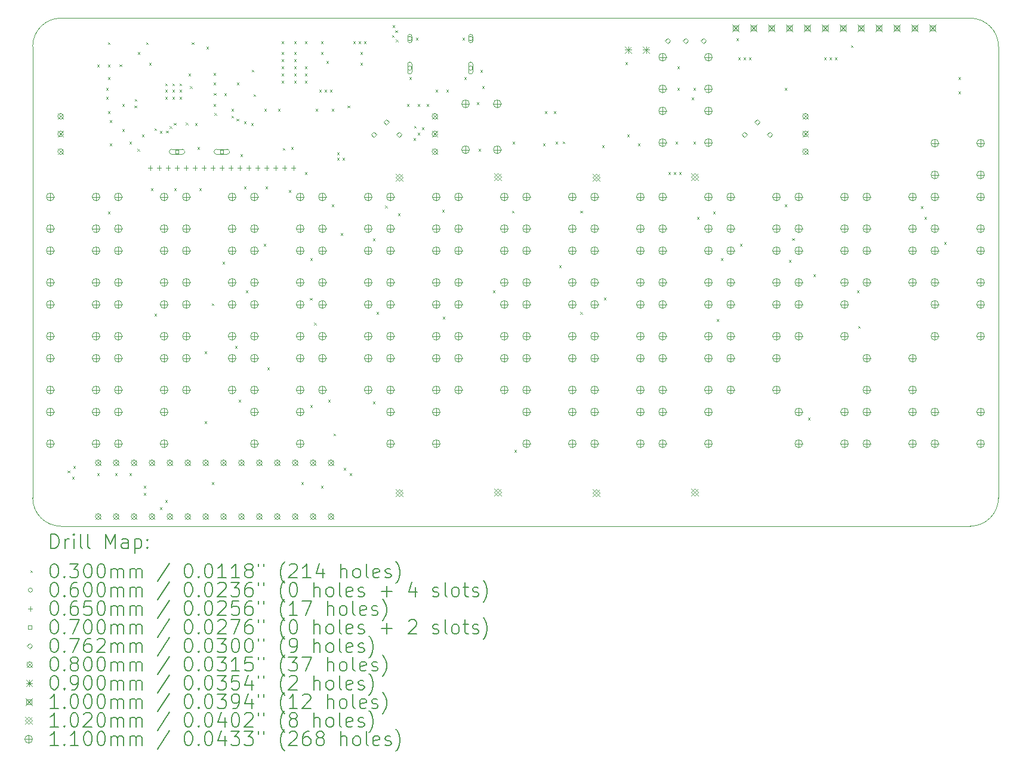
<source format=gbr>
%TF.GenerationSoftware,KiCad,Pcbnew,8.0.5*%
%TF.CreationDate,2025-01-01T11:48:41+09:00*%
%TF.ProjectId,NERD-HPC,4e455244-2d48-4504-932e-6b696361645f,rev?*%
%TF.SameCoordinates,Original*%
%TF.FileFunction,Drillmap*%
%TF.FilePolarity,Positive*%
%FSLAX45Y45*%
G04 Gerber Fmt 4.5, Leading zero omitted, Abs format (unit mm)*
G04 Created by KiCad (PCBNEW 8.0.5) date 2025-01-01 11:48:41*
%MOMM*%
%LPD*%
G01*
G04 APERTURE LIST*
%ADD10C,0.050000*%
%ADD11C,0.200000*%
%ADD12C,0.100000*%
%ADD13C,0.102000*%
%ADD14C,0.110000*%
G04 APERTURE END LIST*
D10*
X9300000Y-14500000D02*
G75*
G02*
X8900000Y-14100000I0J400000D01*
G01*
X22200000Y-7300000D02*
X9300000Y-7300000D01*
X22200000Y-7300000D02*
G75*
G02*
X22600000Y-7700000I0J-400000D01*
G01*
X8900000Y-7700000D02*
G75*
G02*
X9300000Y-7300000I400000J0D01*
G01*
X22600000Y-14100000D02*
X22600000Y-7700000D01*
X9300000Y-14500000D02*
X22200000Y-14500000D01*
X8900000Y-7700000D02*
X8900000Y-14100000D01*
X22600000Y-14100000D02*
G75*
G02*
X22200000Y-14500000I-400000J0D01*
G01*
D11*
D12*
X9395700Y-13713700D02*
X9425700Y-13743700D01*
X9425700Y-13713700D02*
X9395700Y-13743700D01*
X9459200Y-13802800D02*
X9489200Y-13832800D01*
X9489200Y-13802800D02*
X9459200Y-13832800D01*
X9475400Y-13650200D02*
X9505400Y-13680200D01*
X9505400Y-13650200D02*
X9475400Y-13680200D01*
X9814800Y-7960600D02*
X9844800Y-7990600D01*
X9844800Y-7960600D02*
X9814800Y-7990600D01*
X9814800Y-13751800D02*
X9844800Y-13781800D01*
X9844800Y-13751800D02*
X9814800Y-13781800D01*
X9941800Y-8290800D02*
X9971800Y-8320800D01*
X9971800Y-8290800D02*
X9941800Y-8320800D01*
X9941800Y-8417800D02*
X9971800Y-8447800D01*
X9971800Y-8417800D02*
X9941800Y-8447800D01*
X9967200Y-7639600D02*
X9997200Y-7669600D01*
X9997200Y-7639600D02*
X9967200Y-7669600D01*
X9967200Y-8138400D02*
X9997200Y-8168400D01*
X9997200Y-8138400D02*
X9967200Y-8168400D01*
X9967200Y-8621000D02*
X9997200Y-8651000D01*
X9997200Y-8621000D02*
X9967200Y-8651000D01*
X9967200Y-10043400D02*
X9997200Y-10073400D01*
X9997200Y-10043400D02*
X9967200Y-10073400D01*
X9967429Y-7960313D02*
X9997429Y-7990313D01*
X9997429Y-7960313D02*
X9967429Y-7990313D01*
X9992600Y-8748000D02*
X10022600Y-8778000D01*
X10022600Y-8748000D02*
X9992600Y-8778000D01*
X9992600Y-9078200D02*
X10022600Y-9108200D01*
X10022600Y-9078200D02*
X9992600Y-9108200D01*
X10068800Y-13751800D02*
X10098800Y-13781800D01*
X10098800Y-13751800D02*
X10068800Y-13781800D01*
X10131370Y-7956046D02*
X10161370Y-7986046D01*
X10161370Y-7956046D02*
X10131370Y-7986046D01*
X10170400Y-8519400D02*
X10200400Y-8549400D01*
X10200400Y-8519400D02*
X10170400Y-8549400D01*
X10170400Y-8875000D02*
X10200400Y-8905000D01*
X10200400Y-8875000D02*
X10170400Y-8905000D01*
X10272000Y-9052800D02*
X10302000Y-9082800D01*
X10302000Y-9052800D02*
X10272000Y-9082800D01*
X10272000Y-13751800D02*
X10302000Y-13781800D01*
X10302000Y-13751800D02*
X10272000Y-13781800D01*
X10343874Y-8540474D02*
X10373874Y-8570474D01*
X10373874Y-8540474D02*
X10343874Y-8570474D01*
X10348200Y-8445200D02*
X10378200Y-8475200D01*
X10378200Y-8445200D02*
X10348200Y-8475200D01*
X10386300Y-9154400D02*
X10416300Y-9184400D01*
X10416300Y-9154400D02*
X10386300Y-9184400D01*
X10391400Y-7782800D02*
X10421400Y-7812800D01*
X10421400Y-7782800D02*
X10391400Y-7812800D01*
X10449800Y-8951200D02*
X10479800Y-8981200D01*
X10479800Y-8951200D02*
X10449800Y-8981200D01*
X10475200Y-13929600D02*
X10505200Y-13959600D01*
X10505200Y-13929600D02*
X10475200Y-13959600D01*
X10475200Y-14031200D02*
X10505200Y-14061200D01*
X10505200Y-14031200D02*
X10475200Y-14061200D01*
X10507700Y-7639600D02*
X10537700Y-7669600D01*
X10537700Y-7639600D02*
X10507700Y-7669600D01*
X10551400Y-7935200D02*
X10581400Y-7965200D01*
X10581400Y-7935200D02*
X10551400Y-7965200D01*
X10576800Y-9713200D02*
X10606800Y-9743200D01*
X10606800Y-9713200D02*
X10576800Y-9743200D01*
X10625609Y-8858944D02*
X10655609Y-8888944D01*
X10655609Y-8858944D02*
X10625609Y-8888944D01*
X10627600Y-11491200D02*
X10657600Y-11521200D01*
X10657600Y-11491200D02*
X10627600Y-11521200D01*
X10703800Y-8900400D02*
X10733800Y-8930400D01*
X10733800Y-8900400D02*
X10703800Y-8930400D01*
X10703800Y-14234400D02*
X10733800Y-14264400D01*
X10733800Y-14234400D02*
X10703800Y-14264400D01*
X10780000Y-8224428D02*
X10810000Y-8254428D01*
X10810000Y-8224428D02*
X10780000Y-8254428D01*
X10780000Y-8316200D02*
X10810000Y-8346200D01*
X10810000Y-8316200D02*
X10780000Y-8346200D01*
X10780000Y-8417800D02*
X10810000Y-8447800D01*
X10810000Y-8417800D02*
X10780000Y-8447800D01*
X10780000Y-14132800D02*
X10810000Y-14162800D01*
X10810000Y-14132800D02*
X10780000Y-14162800D01*
X10791600Y-8895766D02*
X10821600Y-8925766D01*
X10821600Y-8895766D02*
X10791600Y-8925766D01*
X10841600Y-8833315D02*
X10871600Y-8863315D01*
X10871600Y-8833315D02*
X10841600Y-8863315D01*
X10881600Y-8224428D02*
X10911600Y-8254428D01*
X10911600Y-8224428D02*
X10881600Y-8254428D01*
X10881600Y-8316200D02*
X10911600Y-8346200D01*
X10911600Y-8316200D02*
X10881600Y-8346200D01*
X10881600Y-8417800D02*
X10911600Y-8447800D01*
X10911600Y-8417800D02*
X10881600Y-8447800D01*
X10903470Y-8782600D02*
X10933470Y-8812600D01*
X10933470Y-8782600D02*
X10903470Y-8812600D01*
X10907000Y-9713200D02*
X10937000Y-9743200D01*
X10937000Y-9713200D02*
X10907000Y-9743200D01*
X10983200Y-8224428D02*
X11013200Y-8254428D01*
X11013200Y-8224428D02*
X10983200Y-8254428D01*
X10983200Y-8316200D02*
X11013200Y-8346200D01*
X11013200Y-8316200D02*
X10983200Y-8346200D01*
X10983200Y-8417800D02*
X11013200Y-8447800D01*
X11013200Y-8417800D02*
X10983200Y-8447800D01*
X11070000Y-8782405D02*
X11100000Y-8812405D01*
X11100000Y-8782405D02*
X11070000Y-8812405D01*
X11110200Y-8087600D02*
X11140200Y-8117600D01*
X11140200Y-8087600D02*
X11110200Y-8117600D01*
X11131600Y-8264820D02*
X11161600Y-8294820D01*
X11161600Y-8264820D02*
X11131600Y-8294820D01*
X11155193Y-7642107D02*
X11185193Y-7672107D01*
X11185193Y-7642107D02*
X11155193Y-7672107D01*
X11202141Y-8786595D02*
X11232141Y-8816595D01*
X11232141Y-8786595D02*
X11202141Y-8816595D01*
X11237200Y-9129000D02*
X11267200Y-9159000D01*
X11267200Y-9129000D02*
X11237200Y-9159000D01*
X11262600Y-9713200D02*
X11292600Y-9743200D01*
X11292600Y-9713200D02*
X11262600Y-9743200D01*
X11338800Y-12024600D02*
X11368800Y-12054600D01*
X11368800Y-12024600D02*
X11338800Y-12054600D01*
X11338800Y-13015200D02*
X11368800Y-13045200D01*
X11368800Y-13015200D02*
X11338800Y-13045200D01*
X11364200Y-7706600D02*
X11394200Y-7736600D01*
X11394200Y-7706600D02*
X11364200Y-7736600D01*
X11440400Y-11342400D02*
X11470400Y-11372400D01*
X11470400Y-11342400D02*
X11440400Y-11372400D01*
X11440400Y-13878800D02*
X11470400Y-13908800D01*
X11470400Y-13878800D02*
X11440400Y-13908800D01*
X11465800Y-8078729D02*
X11495800Y-8108729D01*
X11495800Y-8078729D02*
X11465800Y-8108729D01*
X11465800Y-8214600D02*
X11495800Y-8244600D01*
X11495800Y-8214600D02*
X11465800Y-8244600D01*
X11465800Y-8519400D02*
X11495800Y-8549400D01*
X11495800Y-8519400D02*
X11465800Y-8549400D01*
X11468862Y-8359400D02*
X11498862Y-8389400D01*
X11498862Y-8359400D02*
X11468862Y-8389400D01*
X11479747Y-8644200D02*
X11509747Y-8674200D01*
X11509747Y-8644200D02*
X11479747Y-8674200D01*
X11592800Y-10754600D02*
X11622800Y-10784600D01*
X11622800Y-10754600D02*
X11592800Y-10784600D01*
X11618200Y-8367000D02*
X11648200Y-8397000D01*
X11648200Y-8367000D02*
X11618200Y-8397000D01*
X11719800Y-8585200D02*
X11749800Y-8615200D01*
X11749800Y-8585200D02*
X11719800Y-8615200D01*
X11719800Y-8684200D02*
X11749800Y-8714200D01*
X11749800Y-8684200D02*
X11719800Y-8714200D01*
X11770600Y-11948400D02*
X11800600Y-11978400D01*
X11800600Y-11948400D02*
X11770600Y-11978400D01*
X11789082Y-8724200D02*
X11819082Y-8754200D01*
X11819082Y-8724200D02*
X11789082Y-8754200D01*
X11796000Y-8214600D02*
X11826000Y-8244600D01*
X11826000Y-8214600D02*
X11796000Y-8244600D01*
X11821400Y-12710400D02*
X11851400Y-12740400D01*
X11851400Y-12710400D02*
X11821400Y-12740400D01*
X11846800Y-9230600D02*
X11876800Y-9260600D01*
X11876800Y-9230600D02*
X11846800Y-9260600D01*
X11897600Y-8764200D02*
X11927600Y-8794200D01*
X11927600Y-8764200D02*
X11897600Y-8794200D01*
X11897600Y-9687800D02*
X11927600Y-9717800D01*
X11927600Y-9687800D02*
X11897600Y-9717800D01*
X11923000Y-11161000D02*
X11953000Y-11191000D01*
X11953000Y-11161000D02*
X11923000Y-11191000D01*
X11999200Y-8789600D02*
X12029200Y-8819600D01*
X12029200Y-8789600D02*
X11999200Y-8819600D01*
X12006411Y-8029589D02*
X12036411Y-8059589D01*
X12036411Y-8029589D02*
X12006411Y-8059589D01*
X12033200Y-8376659D02*
X12063200Y-8406659D01*
X12063200Y-8376659D02*
X12033200Y-8406659D01*
X12177000Y-10500600D02*
X12207000Y-10530600D01*
X12207000Y-10500600D02*
X12177000Y-10530600D01*
X12183931Y-8585784D02*
X12213931Y-8615784D01*
X12213931Y-8585784D02*
X12183931Y-8615784D01*
X12202400Y-9687800D02*
X12232400Y-9717800D01*
X12232400Y-9687800D02*
X12202400Y-9717800D01*
X12227800Y-12253200D02*
X12257800Y-12283200D01*
X12257800Y-12253200D02*
X12227800Y-12283200D01*
X12378600Y-8585200D02*
X12408600Y-8615200D01*
X12408600Y-8585200D02*
X12378600Y-8615200D01*
X12431000Y-7630400D02*
X12461000Y-7660400D01*
X12461000Y-7630400D02*
X12431000Y-7660400D01*
X12431000Y-7782800D02*
X12461000Y-7812800D01*
X12461000Y-7782800D02*
X12431000Y-7812800D01*
X12431000Y-7884400D02*
X12461000Y-7914400D01*
X12461000Y-7884400D02*
X12431000Y-7914400D01*
X12431000Y-7986000D02*
X12461000Y-8016000D01*
X12461000Y-7986000D02*
X12431000Y-8016000D01*
X12431000Y-8087600D02*
X12461000Y-8117600D01*
X12461000Y-8087600D02*
X12431000Y-8117600D01*
X12431000Y-8189200D02*
X12461000Y-8219200D01*
X12461000Y-8189200D02*
X12431000Y-8219200D01*
X12447200Y-9138200D02*
X12477200Y-9168200D01*
X12477200Y-9138200D02*
X12447200Y-9168200D01*
X12532600Y-9738600D02*
X12562600Y-9768600D01*
X12562600Y-9738600D02*
X12532600Y-9768600D01*
X12567200Y-9129000D02*
X12597200Y-9159000D01*
X12597200Y-9129000D02*
X12567200Y-9159000D01*
X12608800Y-7630400D02*
X12638800Y-7660400D01*
X12638800Y-7630400D02*
X12608800Y-7660400D01*
X12608800Y-7782800D02*
X12638800Y-7812800D01*
X12638800Y-7782800D02*
X12608800Y-7812800D01*
X12608800Y-7884400D02*
X12638800Y-7914400D01*
X12638800Y-7884400D02*
X12608800Y-7914400D01*
X12608800Y-7986000D02*
X12638800Y-8016000D01*
X12638800Y-7986000D02*
X12608800Y-8016000D01*
X12608800Y-8087600D02*
X12638800Y-8117600D01*
X12638800Y-8087600D02*
X12608800Y-8117600D01*
X12608800Y-8189200D02*
X12638800Y-8219200D01*
X12638800Y-8189200D02*
X12608800Y-8219200D01*
X12710400Y-13878800D02*
X12740400Y-13908800D01*
X12740400Y-13878800D02*
X12710400Y-13908800D01*
X12761200Y-7630400D02*
X12791200Y-7660400D01*
X12791200Y-7630400D02*
X12761200Y-7660400D01*
X12761200Y-7986000D02*
X12791200Y-8016000D01*
X12791200Y-7986000D02*
X12761200Y-8016000D01*
X12761200Y-8087600D02*
X12791200Y-8117600D01*
X12791200Y-8087600D02*
X12761200Y-8117600D01*
X12761200Y-8189200D02*
X12791200Y-8219200D01*
X12791200Y-8189200D02*
X12761200Y-8219200D01*
X12761200Y-9484600D02*
X12791200Y-9514600D01*
X12791200Y-9484600D02*
X12761200Y-9514600D01*
X12833873Y-11266126D02*
X12863873Y-11296126D01*
X12863873Y-11266126D02*
X12833873Y-11296126D01*
X12837400Y-10703800D02*
X12867400Y-10733800D01*
X12867400Y-10703800D02*
X12837400Y-10733800D01*
X12837400Y-12786600D02*
X12867400Y-12816600D01*
X12867400Y-12786600D02*
X12837400Y-12816600D01*
X12893873Y-11618200D02*
X12923873Y-11648200D01*
X12923873Y-11618200D02*
X12893873Y-11648200D01*
X12913600Y-8585200D02*
X12943600Y-8615200D01*
X12943600Y-8585200D02*
X12913600Y-8615200D01*
X12964400Y-8316200D02*
X12994400Y-8346200D01*
X12994400Y-8316200D02*
X12964400Y-8346200D01*
X12989800Y-7630400D02*
X13019800Y-7660400D01*
X13019800Y-7630400D02*
X12989800Y-7660400D01*
X12989800Y-7782800D02*
X13019800Y-7812800D01*
X13019800Y-7782800D02*
X12989800Y-7812800D01*
X12989800Y-13929600D02*
X13019800Y-13959600D01*
X13019800Y-13929600D02*
X12989800Y-13959600D01*
X13040600Y-8316200D02*
X13070600Y-8346200D01*
X13070600Y-8316200D02*
X13040600Y-8346200D01*
X13066000Y-7909800D02*
X13096000Y-7939800D01*
X13096000Y-7909800D02*
X13066000Y-7939800D01*
X13091400Y-12710400D02*
X13121400Y-12740400D01*
X13121400Y-12710400D02*
X13091400Y-12740400D01*
X13116800Y-8316200D02*
X13146800Y-8346200D01*
X13146800Y-8316200D02*
X13116800Y-8346200D01*
X13142200Y-8585200D02*
X13172200Y-8615200D01*
X13172200Y-8585200D02*
X13142200Y-8615200D01*
X13142200Y-9941800D02*
X13172200Y-9971800D01*
X13172200Y-9941800D02*
X13142200Y-9971800D01*
X13167600Y-13186400D02*
X13197600Y-13216400D01*
X13197600Y-13186400D02*
X13167600Y-13216400D01*
X13218400Y-9205200D02*
X13248400Y-9235200D01*
X13248400Y-9205200D02*
X13218400Y-9235200D01*
X13218400Y-9281400D02*
X13248400Y-9311400D01*
X13248400Y-9281400D02*
X13218400Y-9311400D01*
X13269200Y-10348200D02*
X13299200Y-10378200D01*
X13299200Y-10348200D02*
X13269200Y-10378200D01*
X13294600Y-9281400D02*
X13324600Y-9311400D01*
X13324600Y-9281400D02*
X13294600Y-9311400D01*
X13310800Y-13675600D02*
X13340800Y-13705600D01*
X13340800Y-13675600D02*
X13310800Y-13705600D01*
X13365650Y-8538971D02*
X13395650Y-8568971D01*
X13395650Y-8538971D02*
X13365650Y-8568971D01*
X13396200Y-13751800D02*
X13426200Y-13781800D01*
X13426200Y-13751800D02*
X13396200Y-13781800D01*
X13447000Y-7629100D02*
X13477000Y-7659100D01*
X13477000Y-7629100D02*
X13447000Y-7659100D01*
X13523200Y-7629100D02*
X13553200Y-7659100D01*
X13553200Y-7629100D02*
X13523200Y-7659100D01*
X13548600Y-7782800D02*
X13578600Y-7812800D01*
X13578600Y-7782800D02*
X13548600Y-7812800D01*
X13548600Y-7935200D02*
X13578600Y-7965200D01*
X13578600Y-7935200D02*
X13548600Y-7965200D01*
X13599400Y-7629100D02*
X13629400Y-7659100D01*
X13629400Y-7629100D02*
X13599400Y-7659100D01*
X13726400Y-10424400D02*
X13756400Y-10454400D01*
X13756400Y-10424400D02*
X13726400Y-10454400D01*
X13726400Y-12735800D02*
X13756400Y-12765800D01*
X13756400Y-12735800D02*
X13726400Y-12765800D01*
X13777200Y-11465800D02*
X13807200Y-11495800D01*
X13807200Y-11465800D02*
X13777200Y-11495800D01*
X13900856Y-9956162D02*
X13930856Y-9986162D01*
X13930856Y-9956162D02*
X13900856Y-9986162D01*
X13998202Y-7540575D02*
X14028202Y-7570575D01*
X14028202Y-7540575D02*
X13998202Y-7570575D01*
X14005800Y-7401800D02*
X14035800Y-7431800D01*
X14035800Y-7401800D02*
X14005800Y-7431800D01*
X14041577Y-7473354D02*
X14071577Y-7503354D01*
X14071577Y-7473354D02*
X14041577Y-7503354D01*
X14049856Y-7601664D02*
X14079856Y-7631664D01*
X14079856Y-7601664D02*
X14049856Y-7631664D01*
X14082000Y-10068800D02*
X14112000Y-10098800D01*
X14112000Y-10068800D02*
X14082000Y-10098800D01*
X14209000Y-8519400D02*
X14239000Y-8549400D01*
X14239000Y-8519400D02*
X14209000Y-8549400D01*
X14240705Y-8138700D02*
X14270705Y-8168700D01*
X14270705Y-8138700D02*
X14240705Y-8168700D01*
X14301390Y-9002000D02*
X14331390Y-9032000D01*
X14331390Y-9002000D02*
X14301390Y-9032000D01*
X14310600Y-8825800D02*
X14340600Y-8855800D01*
X14340600Y-8825800D02*
X14310600Y-8855800D01*
X14336000Y-7579600D02*
X14366000Y-7609600D01*
X14366000Y-7579600D02*
X14336000Y-7609600D01*
X14361390Y-8925800D02*
X14391390Y-8955800D01*
X14391390Y-8925800D02*
X14361390Y-8955800D01*
X14361400Y-8519400D02*
X14391400Y-8549400D01*
X14391400Y-8519400D02*
X14361400Y-8549400D01*
X14421390Y-8849600D02*
X14451390Y-8879600D01*
X14451390Y-8849600D02*
X14421390Y-8879600D01*
X14488400Y-8519400D02*
X14518400Y-8549400D01*
X14518400Y-8519400D02*
X14488400Y-8549400D01*
X14615400Y-8316200D02*
X14645400Y-8346200D01*
X14645400Y-8316200D02*
X14615400Y-8346200D01*
X14707800Y-10018000D02*
X14737800Y-10048000D01*
X14737800Y-10018000D02*
X14707800Y-10048000D01*
X14717000Y-11532400D02*
X14747000Y-11562400D01*
X14747000Y-11532400D02*
X14717000Y-11562400D01*
X14767800Y-8316200D02*
X14797800Y-8346200D01*
X14797800Y-8316200D02*
X14767800Y-8346200D01*
X14996400Y-7579600D02*
X15026400Y-7609600D01*
X15026400Y-7579600D02*
X14996400Y-7609600D01*
X15021800Y-8138400D02*
X15051800Y-8168400D01*
X15051800Y-8138400D02*
X15021800Y-8168400D01*
X15199600Y-8494000D02*
X15229600Y-8524000D01*
X15229600Y-8494000D02*
X15199600Y-8524000D01*
X15225000Y-9154400D02*
X15255000Y-9184400D01*
X15255000Y-9154400D02*
X15225000Y-9184400D01*
X15250400Y-8036800D02*
X15280400Y-8066800D01*
X15280400Y-8036800D02*
X15250400Y-8066800D01*
X15275800Y-8265400D02*
X15305800Y-8295400D01*
X15305800Y-8265400D02*
X15275800Y-8295400D01*
X15428200Y-11161000D02*
X15458200Y-11191000D01*
X15458200Y-11161000D02*
X15428200Y-11191000D01*
X15699973Y-10027827D02*
X15729973Y-10057827D01*
X15729973Y-10027827D02*
X15699973Y-10057827D01*
X15707600Y-9052800D02*
X15737600Y-9082800D01*
X15737600Y-9052800D02*
X15707600Y-9082800D01*
X15733000Y-13421600D02*
X15763000Y-13451600D01*
X15763000Y-13421600D02*
X15733000Y-13451600D01*
X16139400Y-9078200D02*
X16169400Y-9108200D01*
X16169400Y-9078200D02*
X16139400Y-9108200D01*
X16164800Y-8621000D02*
X16194800Y-8651000D01*
X16194800Y-8621000D02*
X16164800Y-8651000D01*
X16291800Y-8621000D02*
X16321800Y-8651000D01*
X16321800Y-8621000D02*
X16291800Y-8651000D01*
X16317200Y-9052800D02*
X16347200Y-9082800D01*
X16347200Y-9052800D02*
X16317200Y-9082800D01*
X16368000Y-10805400D02*
X16398000Y-10835400D01*
X16398000Y-10805400D02*
X16368000Y-10835400D01*
X16416300Y-9046541D02*
X16446300Y-9076541D01*
X16446300Y-9046541D02*
X16416300Y-9076541D01*
X16665800Y-10027200D02*
X16695800Y-10057200D01*
X16695800Y-10027200D02*
X16665800Y-10057200D01*
X16665800Y-11465800D02*
X16695800Y-11495800D01*
X16695800Y-11465800D02*
X16665800Y-11495800D01*
X16977600Y-9103600D02*
X17007600Y-9133600D01*
X17007600Y-9103600D02*
X16977600Y-9133600D01*
X17003000Y-11262600D02*
X17033000Y-11292600D01*
X17033000Y-11262600D02*
X17003000Y-11292600D01*
X17307800Y-7926000D02*
X17337800Y-7956000D01*
X17337800Y-7926000D02*
X17307800Y-7956000D01*
X17333200Y-8951200D02*
X17363200Y-8981200D01*
X17363200Y-8951200D02*
X17333200Y-8981200D01*
X17485600Y-9078200D02*
X17515600Y-9108200D01*
X17515600Y-9078200D02*
X17485600Y-9108200D01*
X17917400Y-9484600D02*
X17947400Y-9514600D01*
X17947400Y-9484600D02*
X17917400Y-9514600D01*
X17993600Y-9484600D02*
X18023600Y-9514600D01*
X18023600Y-9484600D02*
X17993600Y-9514600D01*
X18019000Y-9052800D02*
X18049000Y-9082800D01*
X18049000Y-9052800D02*
X18019000Y-9082800D01*
X18044400Y-7986000D02*
X18074400Y-8016000D01*
X18074400Y-7986000D02*
X18044400Y-8016000D01*
X18044400Y-8290800D02*
X18074400Y-8320800D01*
X18074400Y-8290800D02*
X18044400Y-8320800D01*
X18069800Y-9484600D02*
X18099800Y-9514600D01*
X18099800Y-9484600D02*
X18069800Y-9514600D01*
X18247600Y-8426900D02*
X18277600Y-8456900D01*
X18277600Y-8426900D02*
X18247600Y-8456900D01*
X18273000Y-8290800D02*
X18303000Y-8320800D01*
X18303000Y-8290800D02*
X18273000Y-8320800D01*
X18273000Y-9052800D02*
X18303000Y-9082800D01*
X18303000Y-9052800D02*
X18273000Y-9082800D01*
X18323800Y-10119600D02*
X18353800Y-10149600D01*
X18353800Y-10119600D02*
X18323800Y-10149600D01*
X18552400Y-10043400D02*
X18582400Y-10073400D01*
X18582400Y-10043400D02*
X18552400Y-10073400D01*
X18603200Y-11567400D02*
X18633200Y-11597400D01*
X18633200Y-11567400D02*
X18603200Y-11597400D01*
X18661000Y-10703800D02*
X18691000Y-10733800D01*
X18691000Y-10703800D02*
X18661000Y-10733800D01*
X18882600Y-7585000D02*
X18912600Y-7615000D01*
X18912600Y-7585000D02*
X18882600Y-7615000D01*
X18908000Y-7859000D02*
X18938000Y-7889000D01*
X18938000Y-7859000D02*
X18908000Y-7889000D01*
X18933400Y-10500600D02*
X18963400Y-10530600D01*
X18963400Y-10500600D02*
X18933400Y-10530600D01*
X18984200Y-7859000D02*
X19014200Y-7889000D01*
X19014200Y-7859000D02*
X18984200Y-7889000D01*
X19060400Y-7859000D02*
X19090400Y-7889000D01*
X19090400Y-7859000D02*
X19060400Y-7889000D01*
X19568400Y-8290800D02*
X19598400Y-8320800D01*
X19598400Y-8290800D02*
X19568400Y-8320800D01*
X19568400Y-9941800D02*
X19598400Y-9971800D01*
X19598400Y-9941800D02*
X19568400Y-9971800D01*
X19626200Y-10729200D02*
X19656200Y-10759200D01*
X19656200Y-10729200D02*
X19626200Y-10759200D01*
X19675127Y-10419274D02*
X19705127Y-10449274D01*
X19705127Y-10419274D02*
X19675127Y-10449274D01*
X19898600Y-12964400D02*
X19928600Y-12994400D01*
X19928600Y-12964400D02*
X19898600Y-12994400D01*
X19974800Y-10932400D02*
X20004800Y-10962400D01*
X20004800Y-10932400D02*
X19974800Y-10962400D01*
X20127200Y-7859000D02*
X20157200Y-7889000D01*
X20157200Y-7859000D02*
X20127200Y-7889000D01*
X20203400Y-7859000D02*
X20233400Y-7889000D01*
X20233400Y-7859000D02*
X20203400Y-7889000D01*
X20279600Y-7859000D02*
X20309600Y-7889000D01*
X20309600Y-7859000D02*
X20279600Y-7889000D01*
X20508200Y-7685000D02*
X20538200Y-7715000D01*
X20538200Y-7685000D02*
X20508200Y-7715000D01*
X20591400Y-11161000D02*
X20621400Y-11191000D01*
X20621400Y-11161000D02*
X20591400Y-11191000D01*
X20609800Y-11662400D02*
X20639800Y-11692400D01*
X20639800Y-11662400D02*
X20609800Y-11692400D01*
X21498800Y-9967200D02*
X21528800Y-9997200D01*
X21528800Y-9967200D02*
X21498800Y-9997200D01*
X21549600Y-10119600D02*
X21579600Y-10149600D01*
X21579600Y-10119600D02*
X21549600Y-10149600D01*
X21829000Y-10475200D02*
X21859000Y-10505200D01*
X21859000Y-10475200D02*
X21829000Y-10505200D01*
X22032200Y-8138400D02*
X22062200Y-8168400D01*
X22062200Y-8138400D02*
X22032200Y-8168400D01*
X22032200Y-8341600D02*
X22062200Y-8371600D01*
X22062200Y-8341600D02*
X22032200Y-8371600D01*
X14279200Y-7588700D02*
G75*
G02*
X14219200Y-7588700I-30000J0D01*
G01*
X14219200Y-7588700D02*
G75*
G02*
X14279200Y-7588700I30000J0D01*
G01*
X14219200Y-7558700D02*
X14219200Y-7618700D01*
X14279200Y-7618700D02*
G75*
G02*
X14219200Y-7618700I-30000J0D01*
G01*
X14279200Y-7618700D02*
X14279200Y-7558700D01*
X14279200Y-7558700D02*
G75*
G03*
X14219200Y-7558700I-30000J0D01*
G01*
X14279200Y-8006700D02*
G75*
G02*
X14219200Y-8006700I-30000J0D01*
G01*
X14219200Y-8006700D02*
G75*
G02*
X14279200Y-8006700I30000J0D01*
G01*
X14219200Y-7951700D02*
X14219200Y-8061700D01*
X14279200Y-8061700D02*
G75*
G02*
X14219200Y-8061700I-30000J0D01*
G01*
X14279200Y-8061700D02*
X14279200Y-7951700D01*
X14279200Y-7951700D02*
G75*
G03*
X14219200Y-7951700I-30000J0D01*
G01*
X15143200Y-7588700D02*
G75*
G02*
X15083200Y-7588700I-30000J0D01*
G01*
X15083200Y-7588700D02*
G75*
G02*
X15143200Y-7588700I30000J0D01*
G01*
X15083200Y-7558700D02*
X15083200Y-7618700D01*
X15143200Y-7618700D02*
G75*
G02*
X15083200Y-7618700I-30000J0D01*
G01*
X15143200Y-7618700D02*
X15143200Y-7558700D01*
X15143200Y-7558700D02*
G75*
G03*
X15083200Y-7558700I-30000J0D01*
G01*
X15143200Y-8006700D02*
G75*
G02*
X15083200Y-8006700I-30000J0D01*
G01*
X15083200Y-8006700D02*
G75*
G02*
X15143200Y-8006700I30000J0D01*
G01*
X15083200Y-7951700D02*
X15083200Y-8061700D01*
X15143200Y-8061700D02*
G75*
G02*
X15083200Y-8061700I-30000J0D01*
G01*
X15143200Y-8061700D02*
X15143200Y-7951700D01*
X15143200Y-7951700D02*
G75*
G03*
X15083200Y-7951700I-30000J0D01*
G01*
X10566400Y-9390900D02*
X10566400Y-9455900D01*
X10533900Y-9423400D02*
X10598900Y-9423400D01*
X10693400Y-9390900D02*
X10693400Y-9455900D01*
X10660900Y-9423400D02*
X10725900Y-9423400D01*
X10820400Y-9390900D02*
X10820400Y-9455900D01*
X10787900Y-9423400D02*
X10852900Y-9423400D01*
X10947400Y-9390900D02*
X10947400Y-9455900D01*
X10914900Y-9423400D02*
X10979900Y-9423400D01*
X11074400Y-9390900D02*
X11074400Y-9455900D01*
X11041900Y-9423400D02*
X11106900Y-9423400D01*
X11201400Y-9390900D02*
X11201400Y-9455900D01*
X11168900Y-9423400D02*
X11233900Y-9423400D01*
X11328400Y-9390900D02*
X11328400Y-9455900D01*
X11295900Y-9423400D02*
X11360900Y-9423400D01*
X11455400Y-9390900D02*
X11455400Y-9455900D01*
X11422900Y-9423400D02*
X11487900Y-9423400D01*
X11582400Y-9390900D02*
X11582400Y-9455900D01*
X11549900Y-9423400D02*
X11614900Y-9423400D01*
X11709400Y-9390900D02*
X11709400Y-9455900D01*
X11676900Y-9423400D02*
X11741900Y-9423400D01*
X11836400Y-9390900D02*
X11836400Y-9455900D01*
X11803900Y-9423400D02*
X11868900Y-9423400D01*
X11963400Y-9390900D02*
X11963400Y-9455900D01*
X11930900Y-9423400D02*
X11995900Y-9423400D01*
X12090400Y-9390900D02*
X12090400Y-9455900D01*
X12057900Y-9423400D02*
X12122900Y-9423400D01*
X12217400Y-9390900D02*
X12217400Y-9455900D01*
X12184900Y-9423400D02*
X12249900Y-9423400D01*
X12344400Y-9390900D02*
X12344400Y-9455900D01*
X12311900Y-9423400D02*
X12376900Y-9423400D01*
X12471400Y-9390900D02*
X12471400Y-9455900D01*
X12438900Y-9423400D02*
X12503900Y-9423400D01*
X12598400Y-9390900D02*
X12598400Y-9455900D01*
X12565900Y-9423400D02*
X12630900Y-9423400D01*
X10972149Y-9218149D02*
X10972149Y-9168651D01*
X10922651Y-9168651D01*
X10922651Y-9218149D01*
X10972149Y-9218149D01*
X10872400Y-9228400D02*
X11022400Y-9228400D01*
X11022400Y-9158400D02*
G75*
G02*
X11022400Y-9228400I0J-35000D01*
G01*
X11022400Y-9158400D02*
X10872400Y-9158400D01*
X10872400Y-9158400D02*
G75*
G03*
X10872400Y-9228400I0J-35000D01*
G01*
X11607149Y-9218149D02*
X11607149Y-9168651D01*
X11557651Y-9168651D01*
X11557651Y-9218149D01*
X11607149Y-9218149D01*
X11507400Y-9228400D02*
X11657400Y-9228400D01*
X11657400Y-9158400D02*
G75*
G02*
X11657400Y-9228400I0J-35000D01*
G01*
X11657400Y-9158400D02*
X11507400Y-9158400D01*
X11507400Y-9158400D02*
G75*
G03*
X11507400Y-9228400I0J-35000D01*
G01*
X13737790Y-8988505D02*
X13775890Y-8950405D01*
X13737790Y-8912305D01*
X13699690Y-8950405D01*
X13737790Y-8988505D01*
X13917395Y-8808900D02*
X13955495Y-8770800D01*
X13917395Y-8732700D01*
X13879295Y-8770800D01*
X13917395Y-8808900D01*
X14097000Y-8988505D02*
X14135100Y-8950405D01*
X14097000Y-8912305D01*
X14058900Y-8950405D01*
X14097000Y-8988505D01*
X17907000Y-7658100D02*
X17945100Y-7620000D01*
X17907000Y-7581900D01*
X17868900Y-7620000D01*
X17907000Y-7658100D01*
X18161000Y-7658100D02*
X18199100Y-7620000D01*
X18161000Y-7581900D01*
X18122900Y-7620000D01*
X18161000Y-7658100D01*
X18415000Y-7658100D02*
X18453100Y-7620000D01*
X18415000Y-7581900D01*
X18376900Y-7620000D01*
X18415000Y-7658100D01*
X18997395Y-8988505D02*
X19035495Y-8950405D01*
X18997395Y-8912305D01*
X18959295Y-8950405D01*
X18997395Y-8988505D01*
X19177000Y-8808900D02*
X19215100Y-8770800D01*
X19177000Y-8732700D01*
X19138900Y-8770800D01*
X19177000Y-8808900D01*
X19356605Y-8988505D02*
X19394705Y-8950405D01*
X19356605Y-8912305D01*
X19318505Y-8950405D01*
X19356605Y-8988505D01*
X9256400Y-8650800D02*
X9336400Y-8730800D01*
X9336400Y-8650800D02*
X9256400Y-8730800D01*
X9336400Y-8690800D02*
G75*
G02*
X9256400Y-8690800I-40000J0D01*
G01*
X9256400Y-8690800D02*
G75*
G02*
X9336400Y-8690800I40000J0D01*
G01*
X9256400Y-8900800D02*
X9336400Y-8980800D01*
X9336400Y-8900800D02*
X9256400Y-8980800D01*
X9336400Y-8940800D02*
G75*
G02*
X9256400Y-8940800I-40000J0D01*
G01*
X9256400Y-8940800D02*
G75*
G02*
X9336400Y-8940800I40000J0D01*
G01*
X9256400Y-9150800D02*
X9336400Y-9230800D01*
X9336400Y-9150800D02*
X9256400Y-9230800D01*
X9336400Y-9190800D02*
G75*
G02*
X9256400Y-9190800I-40000J0D01*
G01*
X9256400Y-9190800D02*
G75*
G02*
X9336400Y-9190800I40000J0D01*
G01*
X9789800Y-13561700D02*
X9869800Y-13641700D01*
X9869800Y-13561700D02*
X9789800Y-13641700D01*
X9869800Y-13601700D02*
G75*
G02*
X9789800Y-13601700I-40000J0D01*
G01*
X9789800Y-13601700D02*
G75*
G02*
X9869800Y-13601700I40000J0D01*
G01*
X9789800Y-14323700D02*
X9869800Y-14403700D01*
X9869800Y-14323700D02*
X9789800Y-14403700D01*
X9869800Y-14363700D02*
G75*
G02*
X9789800Y-14363700I-40000J0D01*
G01*
X9789800Y-14363700D02*
G75*
G02*
X9869800Y-14363700I40000J0D01*
G01*
X10043800Y-13561700D02*
X10123800Y-13641700D01*
X10123800Y-13561700D02*
X10043800Y-13641700D01*
X10123800Y-13601700D02*
G75*
G02*
X10043800Y-13601700I-40000J0D01*
G01*
X10043800Y-13601700D02*
G75*
G02*
X10123800Y-13601700I40000J0D01*
G01*
X10043800Y-14323700D02*
X10123800Y-14403700D01*
X10123800Y-14323700D02*
X10043800Y-14403700D01*
X10123800Y-14363700D02*
G75*
G02*
X10043800Y-14363700I-40000J0D01*
G01*
X10043800Y-14363700D02*
G75*
G02*
X10123800Y-14363700I40000J0D01*
G01*
X10297800Y-13561700D02*
X10377800Y-13641700D01*
X10377800Y-13561700D02*
X10297800Y-13641700D01*
X10377800Y-13601700D02*
G75*
G02*
X10297800Y-13601700I-40000J0D01*
G01*
X10297800Y-13601700D02*
G75*
G02*
X10377800Y-13601700I40000J0D01*
G01*
X10297800Y-14323700D02*
X10377800Y-14403700D01*
X10377800Y-14323700D02*
X10297800Y-14403700D01*
X10377800Y-14363700D02*
G75*
G02*
X10297800Y-14363700I-40000J0D01*
G01*
X10297800Y-14363700D02*
G75*
G02*
X10377800Y-14363700I40000J0D01*
G01*
X10551800Y-13561700D02*
X10631800Y-13641700D01*
X10631800Y-13561700D02*
X10551800Y-13641700D01*
X10631800Y-13601700D02*
G75*
G02*
X10551800Y-13601700I-40000J0D01*
G01*
X10551800Y-13601700D02*
G75*
G02*
X10631800Y-13601700I40000J0D01*
G01*
X10551800Y-14323700D02*
X10631800Y-14403700D01*
X10631800Y-14323700D02*
X10551800Y-14403700D01*
X10631800Y-14363700D02*
G75*
G02*
X10551800Y-14363700I-40000J0D01*
G01*
X10551800Y-14363700D02*
G75*
G02*
X10631800Y-14363700I40000J0D01*
G01*
X10805800Y-13561700D02*
X10885800Y-13641700D01*
X10885800Y-13561700D02*
X10805800Y-13641700D01*
X10885800Y-13601700D02*
G75*
G02*
X10805800Y-13601700I-40000J0D01*
G01*
X10805800Y-13601700D02*
G75*
G02*
X10885800Y-13601700I40000J0D01*
G01*
X10805800Y-14323700D02*
X10885800Y-14403700D01*
X10885800Y-14323700D02*
X10805800Y-14403700D01*
X10885800Y-14363700D02*
G75*
G02*
X10805800Y-14363700I-40000J0D01*
G01*
X10805800Y-14363700D02*
G75*
G02*
X10885800Y-14363700I40000J0D01*
G01*
X11059800Y-13561700D02*
X11139800Y-13641700D01*
X11139800Y-13561700D02*
X11059800Y-13641700D01*
X11139800Y-13601700D02*
G75*
G02*
X11059800Y-13601700I-40000J0D01*
G01*
X11059800Y-13601700D02*
G75*
G02*
X11139800Y-13601700I40000J0D01*
G01*
X11059800Y-14323700D02*
X11139800Y-14403700D01*
X11139800Y-14323700D02*
X11059800Y-14403700D01*
X11139800Y-14363700D02*
G75*
G02*
X11059800Y-14363700I-40000J0D01*
G01*
X11059800Y-14363700D02*
G75*
G02*
X11139800Y-14363700I40000J0D01*
G01*
X11313800Y-13561700D02*
X11393800Y-13641700D01*
X11393800Y-13561700D02*
X11313800Y-13641700D01*
X11393800Y-13601700D02*
G75*
G02*
X11313800Y-13601700I-40000J0D01*
G01*
X11313800Y-13601700D02*
G75*
G02*
X11393800Y-13601700I40000J0D01*
G01*
X11313800Y-14323700D02*
X11393800Y-14403700D01*
X11393800Y-14323700D02*
X11313800Y-14403700D01*
X11393800Y-14363700D02*
G75*
G02*
X11313800Y-14363700I-40000J0D01*
G01*
X11313800Y-14363700D02*
G75*
G02*
X11393800Y-14363700I40000J0D01*
G01*
X11567800Y-13561700D02*
X11647800Y-13641700D01*
X11647800Y-13561700D02*
X11567800Y-13641700D01*
X11647800Y-13601700D02*
G75*
G02*
X11567800Y-13601700I-40000J0D01*
G01*
X11567800Y-13601700D02*
G75*
G02*
X11647800Y-13601700I40000J0D01*
G01*
X11567800Y-14323700D02*
X11647800Y-14403700D01*
X11647800Y-14323700D02*
X11567800Y-14403700D01*
X11647800Y-14363700D02*
G75*
G02*
X11567800Y-14363700I-40000J0D01*
G01*
X11567800Y-14363700D02*
G75*
G02*
X11647800Y-14363700I40000J0D01*
G01*
X11821800Y-13561700D02*
X11901800Y-13641700D01*
X11901800Y-13561700D02*
X11821800Y-13641700D01*
X11901800Y-13601700D02*
G75*
G02*
X11821800Y-13601700I-40000J0D01*
G01*
X11821800Y-13601700D02*
G75*
G02*
X11901800Y-13601700I40000J0D01*
G01*
X11821800Y-14323700D02*
X11901800Y-14403700D01*
X11901800Y-14323700D02*
X11821800Y-14403700D01*
X11901800Y-14363700D02*
G75*
G02*
X11821800Y-14363700I-40000J0D01*
G01*
X11821800Y-14363700D02*
G75*
G02*
X11901800Y-14363700I40000J0D01*
G01*
X12075800Y-13561700D02*
X12155800Y-13641700D01*
X12155800Y-13561700D02*
X12075800Y-13641700D01*
X12155800Y-13601700D02*
G75*
G02*
X12075800Y-13601700I-40000J0D01*
G01*
X12075800Y-13601700D02*
G75*
G02*
X12155800Y-13601700I40000J0D01*
G01*
X12075800Y-14323700D02*
X12155800Y-14403700D01*
X12155800Y-14323700D02*
X12075800Y-14403700D01*
X12155800Y-14363700D02*
G75*
G02*
X12075800Y-14363700I-40000J0D01*
G01*
X12075800Y-14363700D02*
G75*
G02*
X12155800Y-14363700I40000J0D01*
G01*
X12329800Y-13561700D02*
X12409800Y-13641700D01*
X12409800Y-13561700D02*
X12329800Y-13641700D01*
X12409800Y-13601700D02*
G75*
G02*
X12329800Y-13601700I-40000J0D01*
G01*
X12329800Y-13601700D02*
G75*
G02*
X12409800Y-13601700I40000J0D01*
G01*
X12329800Y-14323700D02*
X12409800Y-14403700D01*
X12409800Y-14323700D02*
X12329800Y-14403700D01*
X12409800Y-14363700D02*
G75*
G02*
X12329800Y-14363700I-40000J0D01*
G01*
X12329800Y-14363700D02*
G75*
G02*
X12409800Y-14363700I40000J0D01*
G01*
X12583800Y-13561700D02*
X12663800Y-13641700D01*
X12663800Y-13561700D02*
X12583800Y-13641700D01*
X12663800Y-13601700D02*
G75*
G02*
X12583800Y-13601700I-40000J0D01*
G01*
X12583800Y-13601700D02*
G75*
G02*
X12663800Y-13601700I40000J0D01*
G01*
X12583800Y-14323700D02*
X12663800Y-14403700D01*
X12663800Y-14323700D02*
X12583800Y-14403700D01*
X12663800Y-14363700D02*
G75*
G02*
X12583800Y-14363700I-40000J0D01*
G01*
X12583800Y-14363700D02*
G75*
G02*
X12663800Y-14363700I40000J0D01*
G01*
X12837800Y-13561700D02*
X12917800Y-13641700D01*
X12917800Y-13561700D02*
X12837800Y-13641700D01*
X12917800Y-13601700D02*
G75*
G02*
X12837800Y-13601700I-40000J0D01*
G01*
X12837800Y-13601700D02*
G75*
G02*
X12917800Y-13601700I40000J0D01*
G01*
X12837800Y-14323700D02*
X12917800Y-14403700D01*
X12917800Y-14323700D02*
X12837800Y-14403700D01*
X12917800Y-14363700D02*
G75*
G02*
X12837800Y-14363700I-40000J0D01*
G01*
X12837800Y-14363700D02*
G75*
G02*
X12917800Y-14363700I40000J0D01*
G01*
X13091800Y-13561700D02*
X13171800Y-13641700D01*
X13171800Y-13561700D02*
X13091800Y-13641700D01*
X13171800Y-13601700D02*
G75*
G02*
X13091800Y-13601700I-40000J0D01*
G01*
X13091800Y-13601700D02*
G75*
G02*
X13171800Y-13601700I40000J0D01*
G01*
X13091800Y-14323700D02*
X13171800Y-14403700D01*
X13171800Y-14323700D02*
X13091800Y-14403700D01*
X13171800Y-14363700D02*
G75*
G02*
X13091800Y-14363700I-40000J0D01*
G01*
X13091800Y-14363700D02*
G75*
G02*
X13171800Y-14363700I40000J0D01*
G01*
X14565000Y-8650800D02*
X14645000Y-8730800D01*
X14645000Y-8650800D02*
X14565000Y-8730800D01*
X14645000Y-8690800D02*
G75*
G02*
X14565000Y-8690800I-40000J0D01*
G01*
X14565000Y-8690800D02*
G75*
G02*
X14645000Y-8690800I40000J0D01*
G01*
X14565000Y-8900800D02*
X14645000Y-8980800D01*
X14645000Y-8900800D02*
X14565000Y-8980800D01*
X14645000Y-8940800D02*
G75*
G02*
X14565000Y-8940800I-40000J0D01*
G01*
X14565000Y-8940800D02*
G75*
G02*
X14645000Y-8940800I40000J0D01*
G01*
X14565000Y-9150800D02*
X14645000Y-9230800D01*
X14645000Y-9150800D02*
X14565000Y-9230800D01*
X14645000Y-9190800D02*
G75*
G02*
X14565000Y-9190800I-40000J0D01*
G01*
X14565000Y-9190800D02*
G75*
G02*
X14645000Y-9190800I40000J0D01*
G01*
X19822800Y-8650800D02*
X19902800Y-8730800D01*
X19902800Y-8650800D02*
X19822800Y-8730800D01*
X19902800Y-8690800D02*
G75*
G02*
X19822800Y-8690800I-40000J0D01*
G01*
X19822800Y-8690800D02*
G75*
G02*
X19902800Y-8690800I40000J0D01*
G01*
X19822800Y-8900800D02*
X19902800Y-8980800D01*
X19902800Y-8900800D02*
X19822800Y-8980800D01*
X19902800Y-8940800D02*
G75*
G02*
X19822800Y-8940800I-40000J0D01*
G01*
X19822800Y-8940800D02*
G75*
G02*
X19902800Y-8940800I40000J0D01*
G01*
X19822800Y-9150800D02*
X19902800Y-9230800D01*
X19902800Y-9150800D02*
X19822800Y-9230800D01*
X19902800Y-9190800D02*
G75*
G02*
X19822800Y-9190800I-40000J0D01*
G01*
X19822800Y-9190800D02*
G75*
G02*
X19902800Y-9190800I40000J0D01*
G01*
X17303200Y-7702000D02*
X17393200Y-7792000D01*
X17393200Y-7702000D02*
X17303200Y-7792000D01*
X17348200Y-7702000D02*
X17348200Y-7792000D01*
X17303200Y-7747000D02*
X17393200Y-7747000D01*
X17557200Y-7702000D02*
X17647200Y-7792000D01*
X17647200Y-7702000D02*
X17557200Y-7792000D01*
X17602200Y-7702000D02*
X17602200Y-7792000D01*
X17557200Y-7747000D02*
X17647200Y-7747000D01*
X18822200Y-7392200D02*
X18922200Y-7492200D01*
X18922200Y-7392200D02*
X18822200Y-7492200D01*
X18907556Y-7477556D02*
X18907556Y-7406844D01*
X18836844Y-7406844D01*
X18836844Y-7477556D01*
X18907556Y-7477556D01*
X19076200Y-7392200D02*
X19176200Y-7492200D01*
X19176200Y-7392200D02*
X19076200Y-7492200D01*
X19161556Y-7477556D02*
X19161556Y-7406844D01*
X19090844Y-7406844D01*
X19090844Y-7477556D01*
X19161556Y-7477556D01*
X19330200Y-7392200D02*
X19430200Y-7492200D01*
X19430200Y-7392200D02*
X19330200Y-7492200D01*
X19415556Y-7477556D02*
X19415556Y-7406844D01*
X19344844Y-7406844D01*
X19344844Y-7477556D01*
X19415556Y-7477556D01*
X19584200Y-7392200D02*
X19684200Y-7492200D01*
X19684200Y-7392200D02*
X19584200Y-7492200D01*
X19669556Y-7477556D02*
X19669556Y-7406844D01*
X19598844Y-7406844D01*
X19598844Y-7477556D01*
X19669556Y-7477556D01*
X19838200Y-7392200D02*
X19938200Y-7492200D01*
X19938200Y-7392200D02*
X19838200Y-7492200D01*
X19923556Y-7477556D02*
X19923556Y-7406844D01*
X19852844Y-7406844D01*
X19852844Y-7477556D01*
X19923556Y-7477556D01*
X20092200Y-7392200D02*
X20192200Y-7492200D01*
X20192200Y-7392200D02*
X20092200Y-7492200D01*
X20177556Y-7477556D02*
X20177556Y-7406844D01*
X20106844Y-7406844D01*
X20106844Y-7477556D01*
X20177556Y-7477556D01*
X20346200Y-7392200D02*
X20446200Y-7492200D01*
X20446200Y-7392200D02*
X20346200Y-7492200D01*
X20431556Y-7477556D02*
X20431556Y-7406844D01*
X20360844Y-7406844D01*
X20360844Y-7477556D01*
X20431556Y-7477556D01*
X20600200Y-7392200D02*
X20700200Y-7492200D01*
X20700200Y-7392200D02*
X20600200Y-7492200D01*
X20685556Y-7477556D02*
X20685556Y-7406844D01*
X20614844Y-7406844D01*
X20614844Y-7477556D01*
X20685556Y-7477556D01*
X20854200Y-7392200D02*
X20954200Y-7492200D01*
X20954200Y-7392200D02*
X20854200Y-7492200D01*
X20939556Y-7477556D02*
X20939556Y-7406844D01*
X20868844Y-7406844D01*
X20868844Y-7477556D01*
X20939556Y-7477556D01*
X21108200Y-7392200D02*
X21208200Y-7492200D01*
X21208200Y-7392200D02*
X21108200Y-7492200D01*
X21193556Y-7477556D02*
X21193556Y-7406844D01*
X21122844Y-7406844D01*
X21122844Y-7477556D01*
X21193556Y-7477556D01*
X21362200Y-7392200D02*
X21462200Y-7492200D01*
X21462200Y-7392200D02*
X21362200Y-7492200D01*
X21447556Y-7477556D02*
X21447556Y-7406844D01*
X21376844Y-7406844D01*
X21376844Y-7477556D01*
X21447556Y-7477556D01*
X21616200Y-7392200D02*
X21716200Y-7492200D01*
X21716200Y-7392200D02*
X21616200Y-7492200D01*
X21701556Y-7477556D02*
X21701556Y-7406844D01*
X21630844Y-7406844D01*
X21630844Y-7477556D01*
X21701556Y-7477556D01*
D13*
X14046000Y-9504600D02*
X14148000Y-9606600D01*
X14148000Y-9504600D02*
X14046000Y-9606600D01*
X14097000Y-9606600D02*
X14148000Y-9555600D01*
X14097000Y-9504600D01*
X14046000Y-9555600D01*
X14097000Y-9606600D01*
X14046000Y-13974600D02*
X14148000Y-14076600D01*
X14148000Y-13974600D02*
X14046000Y-14076600D01*
X14097000Y-14076600D02*
X14148000Y-14025600D01*
X14097000Y-13974600D01*
X14046000Y-14025600D01*
X14097000Y-14076600D01*
X15443000Y-9494600D02*
X15545000Y-9596600D01*
X15545000Y-9494600D02*
X15443000Y-9596600D01*
X15494000Y-9596600D02*
X15545000Y-9545600D01*
X15494000Y-9494600D01*
X15443000Y-9545600D01*
X15494000Y-9596600D01*
X15443000Y-13964600D02*
X15545000Y-14066600D01*
X15545000Y-13964600D02*
X15443000Y-14066600D01*
X15494000Y-14066600D02*
X15545000Y-14015600D01*
X15494000Y-13964600D01*
X15443000Y-14015600D01*
X15494000Y-14066600D01*
X16840000Y-9504600D02*
X16942000Y-9606600D01*
X16942000Y-9504600D02*
X16840000Y-9606600D01*
X16891000Y-9606600D02*
X16942000Y-9555600D01*
X16891000Y-9504600D01*
X16840000Y-9555600D01*
X16891000Y-9606600D01*
X16840000Y-13974600D02*
X16942000Y-14076600D01*
X16942000Y-13974600D02*
X16840000Y-14076600D01*
X16891000Y-14076600D02*
X16942000Y-14025600D01*
X16891000Y-13974600D01*
X16840000Y-14025600D01*
X16891000Y-14076600D01*
X18237000Y-9494600D02*
X18339000Y-9596600D01*
X18339000Y-9494600D02*
X18237000Y-9596600D01*
X18288000Y-9596600D02*
X18339000Y-9545600D01*
X18288000Y-9494600D01*
X18237000Y-9545600D01*
X18288000Y-9596600D01*
X18237000Y-13964600D02*
X18339000Y-14066600D01*
X18339000Y-13964600D02*
X18237000Y-14066600D01*
X18288000Y-14066600D02*
X18339000Y-14015600D01*
X18288000Y-13964600D01*
X18237000Y-14015600D01*
X18288000Y-14066600D01*
D14*
X9149200Y-9778400D02*
X9149200Y-9888400D01*
X9094200Y-9833400D02*
X9204200Y-9833400D01*
X9204200Y-9833400D02*
G75*
G02*
X9094200Y-9833400I-55000J0D01*
G01*
X9094200Y-9833400D02*
G75*
G02*
X9204200Y-9833400I55000J0D01*
G01*
X9149200Y-10228400D02*
X9149200Y-10338400D01*
X9094200Y-10283400D02*
X9204200Y-10283400D01*
X9204200Y-10283400D02*
G75*
G02*
X9094200Y-10283400I-55000J0D01*
G01*
X9094200Y-10283400D02*
G75*
G02*
X9204200Y-10283400I55000J0D01*
G01*
X9149200Y-10540400D02*
X9149200Y-10650400D01*
X9094200Y-10595400D02*
X9204200Y-10595400D01*
X9204200Y-10595400D02*
G75*
G02*
X9094200Y-10595400I-55000J0D01*
G01*
X9094200Y-10595400D02*
G75*
G02*
X9204200Y-10595400I55000J0D01*
G01*
X9149200Y-10990400D02*
X9149200Y-11100400D01*
X9094200Y-11045400D02*
X9204200Y-11045400D01*
X9204200Y-11045400D02*
G75*
G02*
X9094200Y-11045400I-55000J0D01*
G01*
X9094200Y-11045400D02*
G75*
G02*
X9204200Y-11045400I55000J0D01*
G01*
X9149200Y-11302400D02*
X9149200Y-11412400D01*
X9094200Y-11357400D02*
X9204200Y-11357400D01*
X9204200Y-11357400D02*
G75*
G02*
X9094200Y-11357400I-55000J0D01*
G01*
X9094200Y-11357400D02*
G75*
G02*
X9204200Y-11357400I55000J0D01*
G01*
X9149200Y-11752400D02*
X9149200Y-11862400D01*
X9094200Y-11807400D02*
X9204200Y-11807400D01*
X9204200Y-11807400D02*
G75*
G02*
X9094200Y-11807400I-55000J0D01*
G01*
X9094200Y-11807400D02*
G75*
G02*
X9204200Y-11807400I55000J0D01*
G01*
X9149200Y-12064400D02*
X9149200Y-12174400D01*
X9094200Y-12119400D02*
X9204200Y-12119400D01*
X9204200Y-12119400D02*
G75*
G02*
X9094200Y-12119400I-55000J0D01*
G01*
X9094200Y-12119400D02*
G75*
G02*
X9204200Y-12119400I55000J0D01*
G01*
X9149200Y-12514400D02*
X9149200Y-12624400D01*
X9094200Y-12569400D02*
X9204200Y-12569400D01*
X9204200Y-12569400D02*
G75*
G02*
X9094200Y-12569400I-55000J0D01*
G01*
X9094200Y-12569400D02*
G75*
G02*
X9204200Y-12569400I55000J0D01*
G01*
X9149200Y-12826400D02*
X9149200Y-12936400D01*
X9094200Y-12881400D02*
X9204200Y-12881400D01*
X9204200Y-12881400D02*
G75*
G02*
X9094200Y-12881400I-55000J0D01*
G01*
X9094200Y-12881400D02*
G75*
G02*
X9204200Y-12881400I55000J0D01*
G01*
X9149200Y-13276400D02*
X9149200Y-13386400D01*
X9094200Y-13331400D02*
X9204200Y-13331400D01*
X9204200Y-13331400D02*
G75*
G02*
X9094200Y-13331400I-55000J0D01*
G01*
X9094200Y-13331400D02*
G75*
G02*
X9204200Y-13331400I55000J0D01*
G01*
X9799200Y-9778400D02*
X9799200Y-9888400D01*
X9744200Y-9833400D02*
X9854200Y-9833400D01*
X9854200Y-9833400D02*
G75*
G02*
X9744200Y-9833400I-55000J0D01*
G01*
X9744200Y-9833400D02*
G75*
G02*
X9854200Y-9833400I55000J0D01*
G01*
X9799200Y-10228400D02*
X9799200Y-10338400D01*
X9744200Y-10283400D02*
X9854200Y-10283400D01*
X9854200Y-10283400D02*
G75*
G02*
X9744200Y-10283400I-55000J0D01*
G01*
X9744200Y-10283400D02*
G75*
G02*
X9854200Y-10283400I55000J0D01*
G01*
X9799200Y-10540400D02*
X9799200Y-10650400D01*
X9744200Y-10595400D02*
X9854200Y-10595400D01*
X9854200Y-10595400D02*
G75*
G02*
X9744200Y-10595400I-55000J0D01*
G01*
X9744200Y-10595400D02*
G75*
G02*
X9854200Y-10595400I55000J0D01*
G01*
X9799200Y-10990400D02*
X9799200Y-11100400D01*
X9744200Y-11045400D02*
X9854200Y-11045400D01*
X9854200Y-11045400D02*
G75*
G02*
X9744200Y-11045400I-55000J0D01*
G01*
X9744200Y-11045400D02*
G75*
G02*
X9854200Y-11045400I55000J0D01*
G01*
X9799200Y-11302400D02*
X9799200Y-11412400D01*
X9744200Y-11357400D02*
X9854200Y-11357400D01*
X9854200Y-11357400D02*
G75*
G02*
X9744200Y-11357400I-55000J0D01*
G01*
X9744200Y-11357400D02*
G75*
G02*
X9854200Y-11357400I55000J0D01*
G01*
X9799200Y-11752400D02*
X9799200Y-11862400D01*
X9744200Y-11807400D02*
X9854200Y-11807400D01*
X9854200Y-11807400D02*
G75*
G02*
X9744200Y-11807400I-55000J0D01*
G01*
X9744200Y-11807400D02*
G75*
G02*
X9854200Y-11807400I55000J0D01*
G01*
X9799200Y-12064400D02*
X9799200Y-12174400D01*
X9744200Y-12119400D02*
X9854200Y-12119400D01*
X9854200Y-12119400D02*
G75*
G02*
X9744200Y-12119400I-55000J0D01*
G01*
X9744200Y-12119400D02*
G75*
G02*
X9854200Y-12119400I55000J0D01*
G01*
X9799200Y-12514400D02*
X9799200Y-12624400D01*
X9744200Y-12569400D02*
X9854200Y-12569400D01*
X9854200Y-12569400D02*
G75*
G02*
X9744200Y-12569400I-55000J0D01*
G01*
X9744200Y-12569400D02*
G75*
G02*
X9854200Y-12569400I55000J0D01*
G01*
X9799200Y-12826400D02*
X9799200Y-12936400D01*
X9744200Y-12881400D02*
X9854200Y-12881400D01*
X9854200Y-12881400D02*
G75*
G02*
X9744200Y-12881400I-55000J0D01*
G01*
X9744200Y-12881400D02*
G75*
G02*
X9854200Y-12881400I55000J0D01*
G01*
X9799200Y-13276400D02*
X9799200Y-13386400D01*
X9744200Y-13331400D02*
X9854200Y-13331400D01*
X9854200Y-13331400D02*
G75*
G02*
X9744200Y-13331400I-55000J0D01*
G01*
X9744200Y-13331400D02*
G75*
G02*
X9854200Y-13331400I55000J0D01*
G01*
X10114400Y-9778400D02*
X10114400Y-9888400D01*
X10059400Y-9833400D02*
X10169400Y-9833400D01*
X10169400Y-9833400D02*
G75*
G02*
X10059400Y-9833400I-55000J0D01*
G01*
X10059400Y-9833400D02*
G75*
G02*
X10169400Y-9833400I55000J0D01*
G01*
X10114400Y-10228400D02*
X10114400Y-10338400D01*
X10059400Y-10283400D02*
X10169400Y-10283400D01*
X10169400Y-10283400D02*
G75*
G02*
X10059400Y-10283400I-55000J0D01*
G01*
X10059400Y-10283400D02*
G75*
G02*
X10169400Y-10283400I55000J0D01*
G01*
X10114400Y-10540400D02*
X10114400Y-10650400D01*
X10059400Y-10595400D02*
X10169400Y-10595400D01*
X10169400Y-10595400D02*
G75*
G02*
X10059400Y-10595400I-55000J0D01*
G01*
X10059400Y-10595400D02*
G75*
G02*
X10169400Y-10595400I55000J0D01*
G01*
X10114400Y-10990400D02*
X10114400Y-11100400D01*
X10059400Y-11045400D02*
X10169400Y-11045400D01*
X10169400Y-11045400D02*
G75*
G02*
X10059400Y-11045400I-55000J0D01*
G01*
X10059400Y-11045400D02*
G75*
G02*
X10169400Y-11045400I55000J0D01*
G01*
X10114400Y-11302400D02*
X10114400Y-11412400D01*
X10059400Y-11357400D02*
X10169400Y-11357400D01*
X10169400Y-11357400D02*
G75*
G02*
X10059400Y-11357400I-55000J0D01*
G01*
X10059400Y-11357400D02*
G75*
G02*
X10169400Y-11357400I55000J0D01*
G01*
X10114400Y-11752400D02*
X10114400Y-11862400D01*
X10059400Y-11807400D02*
X10169400Y-11807400D01*
X10169400Y-11807400D02*
G75*
G02*
X10059400Y-11807400I-55000J0D01*
G01*
X10059400Y-11807400D02*
G75*
G02*
X10169400Y-11807400I55000J0D01*
G01*
X10114400Y-12064400D02*
X10114400Y-12174400D01*
X10059400Y-12119400D02*
X10169400Y-12119400D01*
X10169400Y-12119400D02*
G75*
G02*
X10059400Y-12119400I-55000J0D01*
G01*
X10059400Y-12119400D02*
G75*
G02*
X10169400Y-12119400I55000J0D01*
G01*
X10114400Y-12514400D02*
X10114400Y-12624400D01*
X10059400Y-12569400D02*
X10169400Y-12569400D01*
X10169400Y-12569400D02*
G75*
G02*
X10059400Y-12569400I-55000J0D01*
G01*
X10059400Y-12569400D02*
G75*
G02*
X10169400Y-12569400I55000J0D01*
G01*
X10114400Y-12826400D02*
X10114400Y-12936400D01*
X10059400Y-12881400D02*
X10169400Y-12881400D01*
X10169400Y-12881400D02*
G75*
G02*
X10059400Y-12881400I-55000J0D01*
G01*
X10059400Y-12881400D02*
G75*
G02*
X10169400Y-12881400I55000J0D01*
G01*
X10114400Y-13276400D02*
X10114400Y-13386400D01*
X10059400Y-13331400D02*
X10169400Y-13331400D01*
X10169400Y-13331400D02*
G75*
G02*
X10059400Y-13331400I-55000J0D01*
G01*
X10059400Y-13331400D02*
G75*
G02*
X10169400Y-13331400I55000J0D01*
G01*
X10764400Y-9778400D02*
X10764400Y-9888400D01*
X10709400Y-9833400D02*
X10819400Y-9833400D01*
X10819400Y-9833400D02*
G75*
G02*
X10709400Y-9833400I-55000J0D01*
G01*
X10709400Y-9833400D02*
G75*
G02*
X10819400Y-9833400I55000J0D01*
G01*
X10764400Y-10228400D02*
X10764400Y-10338400D01*
X10709400Y-10283400D02*
X10819400Y-10283400D01*
X10819400Y-10283400D02*
G75*
G02*
X10709400Y-10283400I-55000J0D01*
G01*
X10709400Y-10283400D02*
G75*
G02*
X10819400Y-10283400I55000J0D01*
G01*
X10764400Y-10540400D02*
X10764400Y-10650400D01*
X10709400Y-10595400D02*
X10819400Y-10595400D01*
X10819400Y-10595400D02*
G75*
G02*
X10709400Y-10595400I-55000J0D01*
G01*
X10709400Y-10595400D02*
G75*
G02*
X10819400Y-10595400I55000J0D01*
G01*
X10764400Y-10990400D02*
X10764400Y-11100400D01*
X10709400Y-11045400D02*
X10819400Y-11045400D01*
X10819400Y-11045400D02*
G75*
G02*
X10709400Y-11045400I-55000J0D01*
G01*
X10709400Y-11045400D02*
G75*
G02*
X10819400Y-11045400I55000J0D01*
G01*
X10764400Y-11302400D02*
X10764400Y-11412400D01*
X10709400Y-11357400D02*
X10819400Y-11357400D01*
X10819400Y-11357400D02*
G75*
G02*
X10709400Y-11357400I-55000J0D01*
G01*
X10709400Y-11357400D02*
G75*
G02*
X10819400Y-11357400I55000J0D01*
G01*
X10764400Y-11752400D02*
X10764400Y-11862400D01*
X10709400Y-11807400D02*
X10819400Y-11807400D01*
X10819400Y-11807400D02*
G75*
G02*
X10709400Y-11807400I-55000J0D01*
G01*
X10709400Y-11807400D02*
G75*
G02*
X10819400Y-11807400I55000J0D01*
G01*
X10764400Y-12064400D02*
X10764400Y-12174400D01*
X10709400Y-12119400D02*
X10819400Y-12119400D01*
X10819400Y-12119400D02*
G75*
G02*
X10709400Y-12119400I-55000J0D01*
G01*
X10709400Y-12119400D02*
G75*
G02*
X10819400Y-12119400I55000J0D01*
G01*
X10764400Y-12514400D02*
X10764400Y-12624400D01*
X10709400Y-12569400D02*
X10819400Y-12569400D01*
X10819400Y-12569400D02*
G75*
G02*
X10709400Y-12569400I-55000J0D01*
G01*
X10709400Y-12569400D02*
G75*
G02*
X10819400Y-12569400I55000J0D01*
G01*
X10764400Y-12826400D02*
X10764400Y-12936400D01*
X10709400Y-12881400D02*
X10819400Y-12881400D01*
X10819400Y-12881400D02*
G75*
G02*
X10709400Y-12881400I-55000J0D01*
G01*
X10709400Y-12881400D02*
G75*
G02*
X10819400Y-12881400I55000J0D01*
G01*
X10764400Y-13276400D02*
X10764400Y-13386400D01*
X10709400Y-13331400D02*
X10819400Y-13331400D01*
X10819400Y-13331400D02*
G75*
G02*
X10709400Y-13331400I-55000J0D01*
G01*
X10709400Y-13331400D02*
G75*
G02*
X10819400Y-13331400I55000J0D01*
G01*
X11079600Y-9778400D02*
X11079600Y-9888400D01*
X11024600Y-9833400D02*
X11134600Y-9833400D01*
X11134600Y-9833400D02*
G75*
G02*
X11024600Y-9833400I-55000J0D01*
G01*
X11024600Y-9833400D02*
G75*
G02*
X11134600Y-9833400I55000J0D01*
G01*
X11079600Y-10228400D02*
X11079600Y-10338400D01*
X11024600Y-10283400D02*
X11134600Y-10283400D01*
X11134600Y-10283400D02*
G75*
G02*
X11024600Y-10283400I-55000J0D01*
G01*
X11024600Y-10283400D02*
G75*
G02*
X11134600Y-10283400I55000J0D01*
G01*
X11079600Y-10540400D02*
X11079600Y-10650400D01*
X11024600Y-10595400D02*
X11134600Y-10595400D01*
X11134600Y-10595400D02*
G75*
G02*
X11024600Y-10595400I-55000J0D01*
G01*
X11024600Y-10595400D02*
G75*
G02*
X11134600Y-10595400I55000J0D01*
G01*
X11079600Y-10990400D02*
X11079600Y-11100400D01*
X11024600Y-11045400D02*
X11134600Y-11045400D01*
X11134600Y-11045400D02*
G75*
G02*
X11024600Y-11045400I-55000J0D01*
G01*
X11024600Y-11045400D02*
G75*
G02*
X11134600Y-11045400I55000J0D01*
G01*
X11079600Y-11302400D02*
X11079600Y-11412400D01*
X11024600Y-11357400D02*
X11134600Y-11357400D01*
X11134600Y-11357400D02*
G75*
G02*
X11024600Y-11357400I-55000J0D01*
G01*
X11024600Y-11357400D02*
G75*
G02*
X11134600Y-11357400I55000J0D01*
G01*
X11079600Y-11752400D02*
X11079600Y-11862400D01*
X11024600Y-11807400D02*
X11134600Y-11807400D01*
X11134600Y-11807400D02*
G75*
G02*
X11024600Y-11807400I-55000J0D01*
G01*
X11024600Y-11807400D02*
G75*
G02*
X11134600Y-11807400I55000J0D01*
G01*
X11079600Y-12064400D02*
X11079600Y-12174400D01*
X11024600Y-12119400D02*
X11134600Y-12119400D01*
X11134600Y-12119400D02*
G75*
G02*
X11024600Y-12119400I-55000J0D01*
G01*
X11024600Y-12119400D02*
G75*
G02*
X11134600Y-12119400I55000J0D01*
G01*
X11079600Y-12514400D02*
X11079600Y-12624400D01*
X11024600Y-12569400D02*
X11134600Y-12569400D01*
X11134600Y-12569400D02*
G75*
G02*
X11024600Y-12569400I-55000J0D01*
G01*
X11024600Y-12569400D02*
G75*
G02*
X11134600Y-12569400I55000J0D01*
G01*
X11729600Y-9778400D02*
X11729600Y-9888400D01*
X11674600Y-9833400D02*
X11784600Y-9833400D01*
X11784600Y-9833400D02*
G75*
G02*
X11674600Y-9833400I-55000J0D01*
G01*
X11674600Y-9833400D02*
G75*
G02*
X11784600Y-9833400I55000J0D01*
G01*
X11729600Y-10228400D02*
X11729600Y-10338400D01*
X11674600Y-10283400D02*
X11784600Y-10283400D01*
X11784600Y-10283400D02*
G75*
G02*
X11674600Y-10283400I-55000J0D01*
G01*
X11674600Y-10283400D02*
G75*
G02*
X11784600Y-10283400I55000J0D01*
G01*
X11729600Y-10540400D02*
X11729600Y-10650400D01*
X11674600Y-10595400D02*
X11784600Y-10595400D01*
X11784600Y-10595400D02*
G75*
G02*
X11674600Y-10595400I-55000J0D01*
G01*
X11674600Y-10595400D02*
G75*
G02*
X11784600Y-10595400I55000J0D01*
G01*
X11729600Y-10990400D02*
X11729600Y-11100400D01*
X11674600Y-11045400D02*
X11784600Y-11045400D01*
X11784600Y-11045400D02*
G75*
G02*
X11674600Y-11045400I-55000J0D01*
G01*
X11674600Y-11045400D02*
G75*
G02*
X11784600Y-11045400I55000J0D01*
G01*
X11729600Y-11302400D02*
X11729600Y-11412400D01*
X11674600Y-11357400D02*
X11784600Y-11357400D01*
X11784600Y-11357400D02*
G75*
G02*
X11674600Y-11357400I-55000J0D01*
G01*
X11674600Y-11357400D02*
G75*
G02*
X11784600Y-11357400I55000J0D01*
G01*
X11729600Y-11752400D02*
X11729600Y-11862400D01*
X11674600Y-11807400D02*
X11784600Y-11807400D01*
X11784600Y-11807400D02*
G75*
G02*
X11674600Y-11807400I-55000J0D01*
G01*
X11674600Y-11807400D02*
G75*
G02*
X11784600Y-11807400I55000J0D01*
G01*
X11729600Y-12064400D02*
X11729600Y-12174400D01*
X11674600Y-12119400D02*
X11784600Y-12119400D01*
X11784600Y-12119400D02*
G75*
G02*
X11674600Y-12119400I-55000J0D01*
G01*
X11674600Y-12119400D02*
G75*
G02*
X11784600Y-12119400I55000J0D01*
G01*
X11729600Y-12514400D02*
X11729600Y-12624400D01*
X11674600Y-12569400D02*
X11784600Y-12569400D01*
X11784600Y-12569400D02*
G75*
G02*
X11674600Y-12569400I-55000J0D01*
G01*
X11674600Y-12569400D02*
G75*
G02*
X11784600Y-12569400I55000J0D01*
G01*
X12044800Y-9778400D02*
X12044800Y-9888400D01*
X11989800Y-9833400D02*
X12099800Y-9833400D01*
X12099800Y-9833400D02*
G75*
G02*
X11989800Y-9833400I-55000J0D01*
G01*
X11989800Y-9833400D02*
G75*
G02*
X12099800Y-9833400I55000J0D01*
G01*
X12044800Y-10228400D02*
X12044800Y-10338400D01*
X11989800Y-10283400D02*
X12099800Y-10283400D01*
X12099800Y-10283400D02*
G75*
G02*
X11989800Y-10283400I-55000J0D01*
G01*
X11989800Y-10283400D02*
G75*
G02*
X12099800Y-10283400I55000J0D01*
G01*
X12044800Y-10540400D02*
X12044800Y-10650400D01*
X11989800Y-10595400D02*
X12099800Y-10595400D01*
X12099800Y-10595400D02*
G75*
G02*
X11989800Y-10595400I-55000J0D01*
G01*
X11989800Y-10595400D02*
G75*
G02*
X12099800Y-10595400I55000J0D01*
G01*
X12044800Y-10990400D02*
X12044800Y-11100400D01*
X11989800Y-11045400D02*
X12099800Y-11045400D01*
X12099800Y-11045400D02*
G75*
G02*
X11989800Y-11045400I-55000J0D01*
G01*
X11989800Y-11045400D02*
G75*
G02*
X12099800Y-11045400I55000J0D01*
G01*
X12044800Y-11302400D02*
X12044800Y-11412400D01*
X11989800Y-11357400D02*
X12099800Y-11357400D01*
X12099800Y-11357400D02*
G75*
G02*
X11989800Y-11357400I-55000J0D01*
G01*
X11989800Y-11357400D02*
G75*
G02*
X12099800Y-11357400I55000J0D01*
G01*
X12044800Y-11752400D02*
X12044800Y-11862400D01*
X11989800Y-11807400D02*
X12099800Y-11807400D01*
X12099800Y-11807400D02*
G75*
G02*
X11989800Y-11807400I-55000J0D01*
G01*
X11989800Y-11807400D02*
G75*
G02*
X12099800Y-11807400I55000J0D01*
G01*
X12044800Y-12064400D02*
X12044800Y-12174400D01*
X11989800Y-12119400D02*
X12099800Y-12119400D01*
X12099800Y-12119400D02*
G75*
G02*
X11989800Y-12119400I-55000J0D01*
G01*
X11989800Y-12119400D02*
G75*
G02*
X12099800Y-12119400I55000J0D01*
G01*
X12044800Y-12514400D02*
X12044800Y-12624400D01*
X11989800Y-12569400D02*
X12099800Y-12569400D01*
X12099800Y-12569400D02*
G75*
G02*
X11989800Y-12569400I-55000J0D01*
G01*
X11989800Y-12569400D02*
G75*
G02*
X12099800Y-12569400I55000J0D01*
G01*
X12044800Y-12826400D02*
X12044800Y-12936400D01*
X11989800Y-12881400D02*
X12099800Y-12881400D01*
X12099800Y-12881400D02*
G75*
G02*
X11989800Y-12881400I-55000J0D01*
G01*
X11989800Y-12881400D02*
G75*
G02*
X12099800Y-12881400I55000J0D01*
G01*
X12044800Y-13276400D02*
X12044800Y-13386400D01*
X11989800Y-13331400D02*
X12099800Y-13331400D01*
X12099800Y-13331400D02*
G75*
G02*
X11989800Y-13331400I-55000J0D01*
G01*
X11989800Y-13331400D02*
G75*
G02*
X12099800Y-13331400I55000J0D01*
G01*
X12694800Y-9778400D02*
X12694800Y-9888400D01*
X12639800Y-9833400D02*
X12749800Y-9833400D01*
X12749800Y-9833400D02*
G75*
G02*
X12639800Y-9833400I-55000J0D01*
G01*
X12639800Y-9833400D02*
G75*
G02*
X12749800Y-9833400I55000J0D01*
G01*
X12694800Y-10228400D02*
X12694800Y-10338400D01*
X12639800Y-10283400D02*
X12749800Y-10283400D01*
X12749800Y-10283400D02*
G75*
G02*
X12639800Y-10283400I-55000J0D01*
G01*
X12639800Y-10283400D02*
G75*
G02*
X12749800Y-10283400I55000J0D01*
G01*
X12694800Y-10540400D02*
X12694800Y-10650400D01*
X12639800Y-10595400D02*
X12749800Y-10595400D01*
X12749800Y-10595400D02*
G75*
G02*
X12639800Y-10595400I-55000J0D01*
G01*
X12639800Y-10595400D02*
G75*
G02*
X12749800Y-10595400I55000J0D01*
G01*
X12694800Y-10990400D02*
X12694800Y-11100400D01*
X12639800Y-11045400D02*
X12749800Y-11045400D01*
X12749800Y-11045400D02*
G75*
G02*
X12639800Y-11045400I-55000J0D01*
G01*
X12639800Y-11045400D02*
G75*
G02*
X12749800Y-11045400I55000J0D01*
G01*
X12694800Y-11302400D02*
X12694800Y-11412400D01*
X12639800Y-11357400D02*
X12749800Y-11357400D01*
X12749800Y-11357400D02*
G75*
G02*
X12639800Y-11357400I-55000J0D01*
G01*
X12639800Y-11357400D02*
G75*
G02*
X12749800Y-11357400I55000J0D01*
G01*
X12694800Y-11752400D02*
X12694800Y-11862400D01*
X12639800Y-11807400D02*
X12749800Y-11807400D01*
X12749800Y-11807400D02*
G75*
G02*
X12639800Y-11807400I-55000J0D01*
G01*
X12639800Y-11807400D02*
G75*
G02*
X12749800Y-11807400I55000J0D01*
G01*
X12694800Y-12064400D02*
X12694800Y-12174400D01*
X12639800Y-12119400D02*
X12749800Y-12119400D01*
X12749800Y-12119400D02*
G75*
G02*
X12639800Y-12119400I-55000J0D01*
G01*
X12639800Y-12119400D02*
G75*
G02*
X12749800Y-12119400I55000J0D01*
G01*
X12694800Y-12514400D02*
X12694800Y-12624400D01*
X12639800Y-12569400D02*
X12749800Y-12569400D01*
X12749800Y-12569400D02*
G75*
G02*
X12639800Y-12569400I-55000J0D01*
G01*
X12639800Y-12569400D02*
G75*
G02*
X12749800Y-12569400I55000J0D01*
G01*
X12694800Y-12826400D02*
X12694800Y-12936400D01*
X12639800Y-12881400D02*
X12749800Y-12881400D01*
X12749800Y-12881400D02*
G75*
G02*
X12639800Y-12881400I-55000J0D01*
G01*
X12639800Y-12881400D02*
G75*
G02*
X12749800Y-12881400I55000J0D01*
G01*
X12694800Y-13276400D02*
X12694800Y-13386400D01*
X12639800Y-13331400D02*
X12749800Y-13331400D01*
X12749800Y-13331400D02*
G75*
G02*
X12639800Y-13331400I-55000J0D01*
G01*
X12639800Y-13331400D02*
G75*
G02*
X12749800Y-13331400I55000J0D01*
G01*
X13010000Y-9778400D02*
X13010000Y-9888400D01*
X12955000Y-9833400D02*
X13065000Y-9833400D01*
X13065000Y-9833400D02*
G75*
G02*
X12955000Y-9833400I-55000J0D01*
G01*
X12955000Y-9833400D02*
G75*
G02*
X13065000Y-9833400I55000J0D01*
G01*
X13010000Y-10228400D02*
X13010000Y-10338400D01*
X12955000Y-10283400D02*
X13065000Y-10283400D01*
X13065000Y-10283400D02*
G75*
G02*
X12955000Y-10283400I-55000J0D01*
G01*
X12955000Y-10283400D02*
G75*
G02*
X13065000Y-10283400I55000J0D01*
G01*
X13010000Y-10540400D02*
X13010000Y-10650400D01*
X12955000Y-10595400D02*
X13065000Y-10595400D01*
X13065000Y-10595400D02*
G75*
G02*
X12955000Y-10595400I-55000J0D01*
G01*
X12955000Y-10595400D02*
G75*
G02*
X13065000Y-10595400I55000J0D01*
G01*
X13010000Y-10990400D02*
X13010000Y-11100400D01*
X12955000Y-11045400D02*
X13065000Y-11045400D01*
X13065000Y-11045400D02*
G75*
G02*
X12955000Y-11045400I-55000J0D01*
G01*
X12955000Y-11045400D02*
G75*
G02*
X13065000Y-11045400I55000J0D01*
G01*
X13010000Y-11302400D02*
X13010000Y-11412400D01*
X12955000Y-11357400D02*
X13065000Y-11357400D01*
X13065000Y-11357400D02*
G75*
G02*
X12955000Y-11357400I-55000J0D01*
G01*
X12955000Y-11357400D02*
G75*
G02*
X13065000Y-11357400I55000J0D01*
G01*
X13010000Y-11752400D02*
X13010000Y-11862400D01*
X12955000Y-11807400D02*
X13065000Y-11807400D01*
X13065000Y-11807400D02*
G75*
G02*
X12955000Y-11807400I-55000J0D01*
G01*
X12955000Y-11807400D02*
G75*
G02*
X13065000Y-11807400I55000J0D01*
G01*
X13010000Y-12064400D02*
X13010000Y-12174400D01*
X12955000Y-12119400D02*
X13065000Y-12119400D01*
X13065000Y-12119400D02*
G75*
G02*
X12955000Y-12119400I-55000J0D01*
G01*
X12955000Y-12119400D02*
G75*
G02*
X13065000Y-12119400I55000J0D01*
G01*
X13010000Y-12514400D02*
X13010000Y-12624400D01*
X12955000Y-12569400D02*
X13065000Y-12569400D01*
X13065000Y-12569400D02*
G75*
G02*
X12955000Y-12569400I-55000J0D01*
G01*
X12955000Y-12569400D02*
G75*
G02*
X13065000Y-12569400I55000J0D01*
G01*
X13660000Y-9778400D02*
X13660000Y-9888400D01*
X13605000Y-9833400D02*
X13715000Y-9833400D01*
X13715000Y-9833400D02*
G75*
G02*
X13605000Y-9833400I-55000J0D01*
G01*
X13605000Y-9833400D02*
G75*
G02*
X13715000Y-9833400I55000J0D01*
G01*
X13660000Y-10228400D02*
X13660000Y-10338400D01*
X13605000Y-10283400D02*
X13715000Y-10283400D01*
X13715000Y-10283400D02*
G75*
G02*
X13605000Y-10283400I-55000J0D01*
G01*
X13605000Y-10283400D02*
G75*
G02*
X13715000Y-10283400I55000J0D01*
G01*
X13660000Y-10540400D02*
X13660000Y-10650400D01*
X13605000Y-10595400D02*
X13715000Y-10595400D01*
X13715000Y-10595400D02*
G75*
G02*
X13605000Y-10595400I-55000J0D01*
G01*
X13605000Y-10595400D02*
G75*
G02*
X13715000Y-10595400I55000J0D01*
G01*
X13660000Y-10990400D02*
X13660000Y-11100400D01*
X13605000Y-11045400D02*
X13715000Y-11045400D01*
X13715000Y-11045400D02*
G75*
G02*
X13605000Y-11045400I-55000J0D01*
G01*
X13605000Y-11045400D02*
G75*
G02*
X13715000Y-11045400I55000J0D01*
G01*
X13660000Y-11302400D02*
X13660000Y-11412400D01*
X13605000Y-11357400D02*
X13715000Y-11357400D01*
X13715000Y-11357400D02*
G75*
G02*
X13605000Y-11357400I-55000J0D01*
G01*
X13605000Y-11357400D02*
G75*
G02*
X13715000Y-11357400I55000J0D01*
G01*
X13660000Y-11752400D02*
X13660000Y-11862400D01*
X13605000Y-11807400D02*
X13715000Y-11807400D01*
X13715000Y-11807400D02*
G75*
G02*
X13605000Y-11807400I-55000J0D01*
G01*
X13605000Y-11807400D02*
G75*
G02*
X13715000Y-11807400I55000J0D01*
G01*
X13660000Y-12064400D02*
X13660000Y-12174400D01*
X13605000Y-12119400D02*
X13715000Y-12119400D01*
X13715000Y-12119400D02*
G75*
G02*
X13605000Y-12119400I-55000J0D01*
G01*
X13605000Y-12119400D02*
G75*
G02*
X13715000Y-12119400I55000J0D01*
G01*
X13660000Y-12514400D02*
X13660000Y-12624400D01*
X13605000Y-12569400D02*
X13715000Y-12569400D01*
X13715000Y-12569400D02*
G75*
G02*
X13605000Y-12569400I-55000J0D01*
G01*
X13605000Y-12569400D02*
G75*
G02*
X13715000Y-12569400I55000J0D01*
G01*
X13975200Y-9778400D02*
X13975200Y-9888400D01*
X13920200Y-9833400D02*
X14030200Y-9833400D01*
X14030200Y-9833400D02*
G75*
G02*
X13920200Y-9833400I-55000J0D01*
G01*
X13920200Y-9833400D02*
G75*
G02*
X14030200Y-9833400I55000J0D01*
G01*
X13975200Y-10228400D02*
X13975200Y-10338400D01*
X13920200Y-10283400D02*
X14030200Y-10283400D01*
X14030200Y-10283400D02*
G75*
G02*
X13920200Y-10283400I-55000J0D01*
G01*
X13920200Y-10283400D02*
G75*
G02*
X14030200Y-10283400I55000J0D01*
G01*
X13975200Y-10540400D02*
X13975200Y-10650400D01*
X13920200Y-10595400D02*
X14030200Y-10595400D01*
X14030200Y-10595400D02*
G75*
G02*
X13920200Y-10595400I-55000J0D01*
G01*
X13920200Y-10595400D02*
G75*
G02*
X14030200Y-10595400I55000J0D01*
G01*
X13975200Y-10990400D02*
X13975200Y-11100400D01*
X13920200Y-11045400D02*
X14030200Y-11045400D01*
X14030200Y-11045400D02*
G75*
G02*
X13920200Y-11045400I-55000J0D01*
G01*
X13920200Y-11045400D02*
G75*
G02*
X14030200Y-11045400I55000J0D01*
G01*
X13975200Y-11302400D02*
X13975200Y-11412400D01*
X13920200Y-11357400D02*
X14030200Y-11357400D01*
X14030200Y-11357400D02*
G75*
G02*
X13920200Y-11357400I-55000J0D01*
G01*
X13920200Y-11357400D02*
G75*
G02*
X14030200Y-11357400I55000J0D01*
G01*
X13975200Y-11752400D02*
X13975200Y-11862400D01*
X13920200Y-11807400D02*
X14030200Y-11807400D01*
X14030200Y-11807400D02*
G75*
G02*
X13920200Y-11807400I-55000J0D01*
G01*
X13920200Y-11807400D02*
G75*
G02*
X14030200Y-11807400I55000J0D01*
G01*
X13975200Y-12064400D02*
X13975200Y-12174400D01*
X13920200Y-12119400D02*
X14030200Y-12119400D01*
X14030200Y-12119400D02*
G75*
G02*
X13920200Y-12119400I-55000J0D01*
G01*
X13920200Y-12119400D02*
G75*
G02*
X14030200Y-12119400I55000J0D01*
G01*
X13975200Y-12514400D02*
X13975200Y-12624400D01*
X13920200Y-12569400D02*
X14030200Y-12569400D01*
X14030200Y-12569400D02*
G75*
G02*
X13920200Y-12569400I-55000J0D01*
G01*
X13920200Y-12569400D02*
G75*
G02*
X14030200Y-12569400I55000J0D01*
G01*
X13975200Y-12826400D02*
X13975200Y-12936400D01*
X13920200Y-12881400D02*
X14030200Y-12881400D01*
X14030200Y-12881400D02*
G75*
G02*
X13920200Y-12881400I-55000J0D01*
G01*
X13920200Y-12881400D02*
G75*
G02*
X14030200Y-12881400I55000J0D01*
G01*
X13975200Y-13276400D02*
X13975200Y-13386400D01*
X13920200Y-13331400D02*
X14030200Y-13331400D01*
X14030200Y-13331400D02*
G75*
G02*
X13920200Y-13331400I-55000J0D01*
G01*
X13920200Y-13331400D02*
G75*
G02*
X14030200Y-13331400I55000J0D01*
G01*
X14625200Y-9778400D02*
X14625200Y-9888400D01*
X14570200Y-9833400D02*
X14680200Y-9833400D01*
X14680200Y-9833400D02*
G75*
G02*
X14570200Y-9833400I-55000J0D01*
G01*
X14570200Y-9833400D02*
G75*
G02*
X14680200Y-9833400I55000J0D01*
G01*
X14625200Y-10228400D02*
X14625200Y-10338400D01*
X14570200Y-10283400D02*
X14680200Y-10283400D01*
X14680200Y-10283400D02*
G75*
G02*
X14570200Y-10283400I-55000J0D01*
G01*
X14570200Y-10283400D02*
G75*
G02*
X14680200Y-10283400I55000J0D01*
G01*
X14625200Y-10540400D02*
X14625200Y-10650400D01*
X14570200Y-10595400D02*
X14680200Y-10595400D01*
X14680200Y-10595400D02*
G75*
G02*
X14570200Y-10595400I-55000J0D01*
G01*
X14570200Y-10595400D02*
G75*
G02*
X14680200Y-10595400I55000J0D01*
G01*
X14625200Y-10990400D02*
X14625200Y-11100400D01*
X14570200Y-11045400D02*
X14680200Y-11045400D01*
X14680200Y-11045400D02*
G75*
G02*
X14570200Y-11045400I-55000J0D01*
G01*
X14570200Y-11045400D02*
G75*
G02*
X14680200Y-11045400I55000J0D01*
G01*
X14625200Y-11302400D02*
X14625200Y-11412400D01*
X14570200Y-11357400D02*
X14680200Y-11357400D01*
X14680200Y-11357400D02*
G75*
G02*
X14570200Y-11357400I-55000J0D01*
G01*
X14570200Y-11357400D02*
G75*
G02*
X14680200Y-11357400I55000J0D01*
G01*
X14625200Y-11752400D02*
X14625200Y-11862400D01*
X14570200Y-11807400D02*
X14680200Y-11807400D01*
X14680200Y-11807400D02*
G75*
G02*
X14570200Y-11807400I-55000J0D01*
G01*
X14570200Y-11807400D02*
G75*
G02*
X14680200Y-11807400I55000J0D01*
G01*
X14625200Y-12064400D02*
X14625200Y-12174400D01*
X14570200Y-12119400D02*
X14680200Y-12119400D01*
X14680200Y-12119400D02*
G75*
G02*
X14570200Y-12119400I-55000J0D01*
G01*
X14570200Y-12119400D02*
G75*
G02*
X14680200Y-12119400I55000J0D01*
G01*
X14625200Y-12514400D02*
X14625200Y-12624400D01*
X14570200Y-12569400D02*
X14680200Y-12569400D01*
X14680200Y-12569400D02*
G75*
G02*
X14570200Y-12569400I-55000J0D01*
G01*
X14570200Y-12569400D02*
G75*
G02*
X14680200Y-12569400I55000J0D01*
G01*
X14625200Y-12826400D02*
X14625200Y-12936400D01*
X14570200Y-12881400D02*
X14680200Y-12881400D01*
X14680200Y-12881400D02*
G75*
G02*
X14570200Y-12881400I-55000J0D01*
G01*
X14570200Y-12881400D02*
G75*
G02*
X14680200Y-12881400I55000J0D01*
G01*
X14625200Y-13276400D02*
X14625200Y-13386400D01*
X14570200Y-13331400D02*
X14680200Y-13331400D01*
X14680200Y-13331400D02*
G75*
G02*
X14570200Y-13331400I-55000J0D01*
G01*
X14570200Y-13331400D02*
G75*
G02*
X14680200Y-13331400I55000J0D01*
G01*
X14940400Y-9778400D02*
X14940400Y-9888400D01*
X14885400Y-9833400D02*
X14995400Y-9833400D01*
X14995400Y-9833400D02*
G75*
G02*
X14885400Y-9833400I-55000J0D01*
G01*
X14885400Y-9833400D02*
G75*
G02*
X14995400Y-9833400I55000J0D01*
G01*
X14940400Y-10228400D02*
X14940400Y-10338400D01*
X14885400Y-10283400D02*
X14995400Y-10283400D01*
X14995400Y-10283400D02*
G75*
G02*
X14885400Y-10283400I-55000J0D01*
G01*
X14885400Y-10283400D02*
G75*
G02*
X14995400Y-10283400I55000J0D01*
G01*
X14940400Y-10540400D02*
X14940400Y-10650400D01*
X14885400Y-10595400D02*
X14995400Y-10595400D01*
X14995400Y-10595400D02*
G75*
G02*
X14885400Y-10595400I-55000J0D01*
G01*
X14885400Y-10595400D02*
G75*
G02*
X14995400Y-10595400I55000J0D01*
G01*
X14940400Y-10990400D02*
X14940400Y-11100400D01*
X14885400Y-11045400D02*
X14995400Y-11045400D01*
X14995400Y-11045400D02*
G75*
G02*
X14885400Y-11045400I-55000J0D01*
G01*
X14885400Y-11045400D02*
G75*
G02*
X14995400Y-11045400I55000J0D01*
G01*
X14940400Y-11302400D02*
X14940400Y-11412400D01*
X14885400Y-11357400D02*
X14995400Y-11357400D01*
X14995400Y-11357400D02*
G75*
G02*
X14885400Y-11357400I-55000J0D01*
G01*
X14885400Y-11357400D02*
G75*
G02*
X14995400Y-11357400I55000J0D01*
G01*
X14940400Y-11752400D02*
X14940400Y-11862400D01*
X14885400Y-11807400D02*
X14995400Y-11807400D01*
X14995400Y-11807400D02*
G75*
G02*
X14885400Y-11807400I-55000J0D01*
G01*
X14885400Y-11807400D02*
G75*
G02*
X14995400Y-11807400I55000J0D01*
G01*
X14940400Y-12064400D02*
X14940400Y-12174400D01*
X14885400Y-12119400D02*
X14995400Y-12119400D01*
X14995400Y-12119400D02*
G75*
G02*
X14885400Y-12119400I-55000J0D01*
G01*
X14885400Y-12119400D02*
G75*
G02*
X14995400Y-12119400I55000J0D01*
G01*
X14940400Y-12514400D02*
X14940400Y-12624400D01*
X14885400Y-12569400D02*
X14995400Y-12569400D01*
X14995400Y-12569400D02*
G75*
G02*
X14885400Y-12569400I-55000J0D01*
G01*
X14885400Y-12569400D02*
G75*
G02*
X14995400Y-12569400I55000J0D01*
G01*
X15040400Y-8459200D02*
X15040400Y-8569200D01*
X14985400Y-8514200D02*
X15095400Y-8514200D01*
X15095400Y-8514200D02*
G75*
G02*
X14985400Y-8514200I-55000J0D01*
G01*
X14985400Y-8514200D02*
G75*
G02*
X15095400Y-8514200I55000J0D01*
G01*
X15040400Y-9109200D02*
X15040400Y-9219200D01*
X14985400Y-9164200D02*
X15095400Y-9164200D01*
X15095400Y-9164200D02*
G75*
G02*
X14985400Y-9164200I-55000J0D01*
G01*
X14985400Y-9164200D02*
G75*
G02*
X15095400Y-9164200I55000J0D01*
G01*
X15490400Y-8459200D02*
X15490400Y-8569200D01*
X15435400Y-8514200D02*
X15545400Y-8514200D01*
X15545400Y-8514200D02*
G75*
G02*
X15435400Y-8514200I-55000J0D01*
G01*
X15435400Y-8514200D02*
G75*
G02*
X15545400Y-8514200I55000J0D01*
G01*
X15490400Y-9109200D02*
X15490400Y-9219200D01*
X15435400Y-9164200D02*
X15545400Y-9164200D01*
X15545400Y-9164200D02*
G75*
G02*
X15435400Y-9164200I-55000J0D01*
G01*
X15435400Y-9164200D02*
G75*
G02*
X15545400Y-9164200I55000J0D01*
G01*
X15590400Y-9778400D02*
X15590400Y-9888400D01*
X15535400Y-9833400D02*
X15645400Y-9833400D01*
X15645400Y-9833400D02*
G75*
G02*
X15535400Y-9833400I-55000J0D01*
G01*
X15535400Y-9833400D02*
G75*
G02*
X15645400Y-9833400I55000J0D01*
G01*
X15590400Y-10228400D02*
X15590400Y-10338400D01*
X15535400Y-10283400D02*
X15645400Y-10283400D01*
X15645400Y-10283400D02*
G75*
G02*
X15535400Y-10283400I-55000J0D01*
G01*
X15535400Y-10283400D02*
G75*
G02*
X15645400Y-10283400I55000J0D01*
G01*
X15590400Y-10540400D02*
X15590400Y-10650400D01*
X15535400Y-10595400D02*
X15645400Y-10595400D01*
X15645400Y-10595400D02*
G75*
G02*
X15535400Y-10595400I-55000J0D01*
G01*
X15535400Y-10595400D02*
G75*
G02*
X15645400Y-10595400I55000J0D01*
G01*
X15590400Y-10990400D02*
X15590400Y-11100400D01*
X15535400Y-11045400D02*
X15645400Y-11045400D01*
X15645400Y-11045400D02*
G75*
G02*
X15535400Y-11045400I-55000J0D01*
G01*
X15535400Y-11045400D02*
G75*
G02*
X15645400Y-11045400I55000J0D01*
G01*
X15590400Y-11302400D02*
X15590400Y-11412400D01*
X15535400Y-11357400D02*
X15645400Y-11357400D01*
X15645400Y-11357400D02*
G75*
G02*
X15535400Y-11357400I-55000J0D01*
G01*
X15535400Y-11357400D02*
G75*
G02*
X15645400Y-11357400I55000J0D01*
G01*
X15590400Y-11752400D02*
X15590400Y-11862400D01*
X15535400Y-11807400D02*
X15645400Y-11807400D01*
X15645400Y-11807400D02*
G75*
G02*
X15535400Y-11807400I-55000J0D01*
G01*
X15535400Y-11807400D02*
G75*
G02*
X15645400Y-11807400I55000J0D01*
G01*
X15590400Y-12064400D02*
X15590400Y-12174400D01*
X15535400Y-12119400D02*
X15645400Y-12119400D01*
X15645400Y-12119400D02*
G75*
G02*
X15535400Y-12119400I-55000J0D01*
G01*
X15535400Y-12119400D02*
G75*
G02*
X15645400Y-12119400I55000J0D01*
G01*
X15590400Y-12514400D02*
X15590400Y-12624400D01*
X15535400Y-12569400D02*
X15645400Y-12569400D01*
X15645400Y-12569400D02*
G75*
G02*
X15535400Y-12569400I-55000J0D01*
G01*
X15535400Y-12569400D02*
G75*
G02*
X15645400Y-12569400I55000J0D01*
G01*
X15905600Y-9778400D02*
X15905600Y-9888400D01*
X15850600Y-9833400D02*
X15960600Y-9833400D01*
X15960600Y-9833400D02*
G75*
G02*
X15850600Y-9833400I-55000J0D01*
G01*
X15850600Y-9833400D02*
G75*
G02*
X15960600Y-9833400I55000J0D01*
G01*
X15905600Y-10228400D02*
X15905600Y-10338400D01*
X15850600Y-10283400D02*
X15960600Y-10283400D01*
X15960600Y-10283400D02*
G75*
G02*
X15850600Y-10283400I-55000J0D01*
G01*
X15850600Y-10283400D02*
G75*
G02*
X15960600Y-10283400I55000J0D01*
G01*
X15905600Y-10540400D02*
X15905600Y-10650400D01*
X15850600Y-10595400D02*
X15960600Y-10595400D01*
X15960600Y-10595400D02*
G75*
G02*
X15850600Y-10595400I-55000J0D01*
G01*
X15850600Y-10595400D02*
G75*
G02*
X15960600Y-10595400I55000J0D01*
G01*
X15905600Y-10990400D02*
X15905600Y-11100400D01*
X15850600Y-11045400D02*
X15960600Y-11045400D01*
X15960600Y-11045400D02*
G75*
G02*
X15850600Y-11045400I-55000J0D01*
G01*
X15850600Y-11045400D02*
G75*
G02*
X15960600Y-11045400I55000J0D01*
G01*
X15905600Y-11302400D02*
X15905600Y-11412400D01*
X15850600Y-11357400D02*
X15960600Y-11357400D01*
X15960600Y-11357400D02*
G75*
G02*
X15850600Y-11357400I-55000J0D01*
G01*
X15850600Y-11357400D02*
G75*
G02*
X15960600Y-11357400I55000J0D01*
G01*
X15905600Y-11752400D02*
X15905600Y-11862400D01*
X15850600Y-11807400D02*
X15960600Y-11807400D01*
X15960600Y-11807400D02*
G75*
G02*
X15850600Y-11807400I-55000J0D01*
G01*
X15850600Y-11807400D02*
G75*
G02*
X15960600Y-11807400I55000J0D01*
G01*
X15905600Y-12064400D02*
X15905600Y-12174400D01*
X15850600Y-12119400D02*
X15960600Y-12119400D01*
X15960600Y-12119400D02*
G75*
G02*
X15850600Y-12119400I-55000J0D01*
G01*
X15850600Y-12119400D02*
G75*
G02*
X15960600Y-12119400I55000J0D01*
G01*
X15905600Y-12514400D02*
X15905600Y-12624400D01*
X15850600Y-12569400D02*
X15960600Y-12569400D01*
X15960600Y-12569400D02*
G75*
G02*
X15850600Y-12569400I-55000J0D01*
G01*
X15850600Y-12569400D02*
G75*
G02*
X15960600Y-12569400I55000J0D01*
G01*
X15905600Y-12826400D02*
X15905600Y-12936400D01*
X15850600Y-12881400D02*
X15960600Y-12881400D01*
X15960600Y-12881400D02*
G75*
G02*
X15850600Y-12881400I-55000J0D01*
G01*
X15850600Y-12881400D02*
G75*
G02*
X15960600Y-12881400I55000J0D01*
G01*
X15905600Y-13276400D02*
X15905600Y-13386400D01*
X15850600Y-13331400D02*
X15960600Y-13331400D01*
X15960600Y-13331400D02*
G75*
G02*
X15850600Y-13331400I-55000J0D01*
G01*
X15850600Y-13331400D02*
G75*
G02*
X15960600Y-13331400I55000J0D01*
G01*
X16555600Y-9778400D02*
X16555600Y-9888400D01*
X16500600Y-9833400D02*
X16610600Y-9833400D01*
X16610600Y-9833400D02*
G75*
G02*
X16500600Y-9833400I-55000J0D01*
G01*
X16500600Y-9833400D02*
G75*
G02*
X16610600Y-9833400I55000J0D01*
G01*
X16555600Y-10228400D02*
X16555600Y-10338400D01*
X16500600Y-10283400D02*
X16610600Y-10283400D01*
X16610600Y-10283400D02*
G75*
G02*
X16500600Y-10283400I-55000J0D01*
G01*
X16500600Y-10283400D02*
G75*
G02*
X16610600Y-10283400I55000J0D01*
G01*
X16555600Y-10540400D02*
X16555600Y-10650400D01*
X16500600Y-10595400D02*
X16610600Y-10595400D01*
X16610600Y-10595400D02*
G75*
G02*
X16500600Y-10595400I-55000J0D01*
G01*
X16500600Y-10595400D02*
G75*
G02*
X16610600Y-10595400I55000J0D01*
G01*
X16555600Y-10990400D02*
X16555600Y-11100400D01*
X16500600Y-11045400D02*
X16610600Y-11045400D01*
X16610600Y-11045400D02*
G75*
G02*
X16500600Y-11045400I-55000J0D01*
G01*
X16500600Y-11045400D02*
G75*
G02*
X16610600Y-11045400I55000J0D01*
G01*
X16555600Y-11302400D02*
X16555600Y-11412400D01*
X16500600Y-11357400D02*
X16610600Y-11357400D01*
X16610600Y-11357400D02*
G75*
G02*
X16500600Y-11357400I-55000J0D01*
G01*
X16500600Y-11357400D02*
G75*
G02*
X16610600Y-11357400I55000J0D01*
G01*
X16555600Y-11752400D02*
X16555600Y-11862400D01*
X16500600Y-11807400D02*
X16610600Y-11807400D01*
X16610600Y-11807400D02*
G75*
G02*
X16500600Y-11807400I-55000J0D01*
G01*
X16500600Y-11807400D02*
G75*
G02*
X16610600Y-11807400I55000J0D01*
G01*
X16555600Y-12064400D02*
X16555600Y-12174400D01*
X16500600Y-12119400D02*
X16610600Y-12119400D01*
X16610600Y-12119400D02*
G75*
G02*
X16500600Y-12119400I-55000J0D01*
G01*
X16500600Y-12119400D02*
G75*
G02*
X16610600Y-12119400I55000J0D01*
G01*
X16555600Y-12514400D02*
X16555600Y-12624400D01*
X16500600Y-12569400D02*
X16610600Y-12569400D01*
X16610600Y-12569400D02*
G75*
G02*
X16500600Y-12569400I-55000J0D01*
G01*
X16500600Y-12569400D02*
G75*
G02*
X16610600Y-12569400I55000J0D01*
G01*
X16555600Y-12826400D02*
X16555600Y-12936400D01*
X16500600Y-12881400D02*
X16610600Y-12881400D01*
X16610600Y-12881400D02*
G75*
G02*
X16500600Y-12881400I-55000J0D01*
G01*
X16500600Y-12881400D02*
G75*
G02*
X16610600Y-12881400I55000J0D01*
G01*
X16555600Y-13276400D02*
X16555600Y-13386400D01*
X16500600Y-13331400D02*
X16610600Y-13331400D01*
X16610600Y-13331400D02*
G75*
G02*
X16500600Y-13331400I-55000J0D01*
G01*
X16500600Y-13331400D02*
G75*
G02*
X16610600Y-13331400I55000J0D01*
G01*
X16870800Y-9778400D02*
X16870800Y-9888400D01*
X16815800Y-9833400D02*
X16925800Y-9833400D01*
X16925800Y-9833400D02*
G75*
G02*
X16815800Y-9833400I-55000J0D01*
G01*
X16815800Y-9833400D02*
G75*
G02*
X16925800Y-9833400I55000J0D01*
G01*
X16870800Y-10228400D02*
X16870800Y-10338400D01*
X16815800Y-10283400D02*
X16925800Y-10283400D01*
X16925800Y-10283400D02*
G75*
G02*
X16815800Y-10283400I-55000J0D01*
G01*
X16815800Y-10283400D02*
G75*
G02*
X16925800Y-10283400I55000J0D01*
G01*
X16870800Y-10540400D02*
X16870800Y-10650400D01*
X16815800Y-10595400D02*
X16925800Y-10595400D01*
X16925800Y-10595400D02*
G75*
G02*
X16815800Y-10595400I-55000J0D01*
G01*
X16815800Y-10595400D02*
G75*
G02*
X16925800Y-10595400I55000J0D01*
G01*
X16870800Y-10990400D02*
X16870800Y-11100400D01*
X16815800Y-11045400D02*
X16925800Y-11045400D01*
X16925800Y-11045400D02*
G75*
G02*
X16815800Y-11045400I-55000J0D01*
G01*
X16815800Y-11045400D02*
G75*
G02*
X16925800Y-11045400I55000J0D01*
G01*
X16870800Y-11302400D02*
X16870800Y-11412400D01*
X16815800Y-11357400D02*
X16925800Y-11357400D01*
X16925800Y-11357400D02*
G75*
G02*
X16815800Y-11357400I-55000J0D01*
G01*
X16815800Y-11357400D02*
G75*
G02*
X16925800Y-11357400I55000J0D01*
G01*
X16870800Y-11752400D02*
X16870800Y-11862400D01*
X16815800Y-11807400D02*
X16925800Y-11807400D01*
X16925800Y-11807400D02*
G75*
G02*
X16815800Y-11807400I-55000J0D01*
G01*
X16815800Y-11807400D02*
G75*
G02*
X16925800Y-11807400I55000J0D01*
G01*
X16870800Y-12064400D02*
X16870800Y-12174400D01*
X16815800Y-12119400D02*
X16925800Y-12119400D01*
X16925800Y-12119400D02*
G75*
G02*
X16815800Y-12119400I-55000J0D01*
G01*
X16815800Y-12119400D02*
G75*
G02*
X16925800Y-12119400I55000J0D01*
G01*
X16870800Y-12514400D02*
X16870800Y-12624400D01*
X16815800Y-12569400D02*
X16925800Y-12569400D01*
X16925800Y-12569400D02*
G75*
G02*
X16815800Y-12569400I-55000J0D01*
G01*
X16815800Y-12569400D02*
G75*
G02*
X16925800Y-12569400I55000J0D01*
G01*
X16870800Y-12826400D02*
X16870800Y-12936400D01*
X16815800Y-12881400D02*
X16925800Y-12881400D01*
X16925800Y-12881400D02*
G75*
G02*
X16815800Y-12881400I-55000J0D01*
G01*
X16815800Y-12881400D02*
G75*
G02*
X16925800Y-12881400I55000J0D01*
G01*
X16870800Y-13276400D02*
X16870800Y-13386400D01*
X16815800Y-13331400D02*
X16925800Y-13331400D01*
X16925800Y-13331400D02*
G75*
G02*
X16815800Y-13331400I-55000J0D01*
G01*
X16815800Y-13331400D02*
G75*
G02*
X16925800Y-13331400I55000J0D01*
G01*
X17520800Y-9778400D02*
X17520800Y-9888400D01*
X17465800Y-9833400D02*
X17575800Y-9833400D01*
X17575800Y-9833400D02*
G75*
G02*
X17465800Y-9833400I-55000J0D01*
G01*
X17465800Y-9833400D02*
G75*
G02*
X17575800Y-9833400I55000J0D01*
G01*
X17520800Y-10228400D02*
X17520800Y-10338400D01*
X17465800Y-10283400D02*
X17575800Y-10283400D01*
X17575800Y-10283400D02*
G75*
G02*
X17465800Y-10283400I-55000J0D01*
G01*
X17465800Y-10283400D02*
G75*
G02*
X17575800Y-10283400I55000J0D01*
G01*
X17520800Y-10540400D02*
X17520800Y-10650400D01*
X17465800Y-10595400D02*
X17575800Y-10595400D01*
X17575800Y-10595400D02*
G75*
G02*
X17465800Y-10595400I-55000J0D01*
G01*
X17465800Y-10595400D02*
G75*
G02*
X17575800Y-10595400I55000J0D01*
G01*
X17520800Y-10990400D02*
X17520800Y-11100400D01*
X17465800Y-11045400D02*
X17575800Y-11045400D01*
X17575800Y-11045400D02*
G75*
G02*
X17465800Y-11045400I-55000J0D01*
G01*
X17465800Y-11045400D02*
G75*
G02*
X17575800Y-11045400I55000J0D01*
G01*
X17520800Y-11302400D02*
X17520800Y-11412400D01*
X17465800Y-11357400D02*
X17575800Y-11357400D01*
X17575800Y-11357400D02*
G75*
G02*
X17465800Y-11357400I-55000J0D01*
G01*
X17465800Y-11357400D02*
G75*
G02*
X17575800Y-11357400I55000J0D01*
G01*
X17520800Y-11752400D02*
X17520800Y-11862400D01*
X17465800Y-11807400D02*
X17575800Y-11807400D01*
X17575800Y-11807400D02*
G75*
G02*
X17465800Y-11807400I-55000J0D01*
G01*
X17465800Y-11807400D02*
G75*
G02*
X17575800Y-11807400I55000J0D01*
G01*
X17520800Y-12064400D02*
X17520800Y-12174400D01*
X17465800Y-12119400D02*
X17575800Y-12119400D01*
X17575800Y-12119400D02*
G75*
G02*
X17465800Y-12119400I-55000J0D01*
G01*
X17465800Y-12119400D02*
G75*
G02*
X17575800Y-12119400I55000J0D01*
G01*
X17520800Y-12514400D02*
X17520800Y-12624400D01*
X17465800Y-12569400D02*
X17575800Y-12569400D01*
X17575800Y-12569400D02*
G75*
G02*
X17465800Y-12569400I-55000J0D01*
G01*
X17465800Y-12569400D02*
G75*
G02*
X17575800Y-12569400I55000J0D01*
G01*
X17520800Y-12826400D02*
X17520800Y-12936400D01*
X17465800Y-12881400D02*
X17575800Y-12881400D01*
X17575800Y-12881400D02*
G75*
G02*
X17465800Y-12881400I-55000J0D01*
G01*
X17465800Y-12881400D02*
G75*
G02*
X17575800Y-12881400I55000J0D01*
G01*
X17520800Y-13276400D02*
X17520800Y-13386400D01*
X17465800Y-13331400D02*
X17575800Y-13331400D01*
X17575800Y-13331400D02*
G75*
G02*
X17465800Y-13331400I-55000J0D01*
G01*
X17465800Y-13331400D02*
G75*
G02*
X17575800Y-13331400I55000J0D01*
G01*
X17836000Y-7797200D02*
X17836000Y-7907200D01*
X17781000Y-7852200D02*
X17891000Y-7852200D01*
X17891000Y-7852200D02*
G75*
G02*
X17781000Y-7852200I-55000J0D01*
G01*
X17781000Y-7852200D02*
G75*
G02*
X17891000Y-7852200I55000J0D01*
G01*
X17836000Y-8247200D02*
X17836000Y-8357200D01*
X17781000Y-8302200D02*
X17891000Y-8302200D01*
X17891000Y-8302200D02*
G75*
G02*
X17781000Y-8302200I-55000J0D01*
G01*
X17781000Y-8302200D02*
G75*
G02*
X17891000Y-8302200I55000J0D01*
G01*
X17836000Y-8559200D02*
X17836000Y-8669200D01*
X17781000Y-8614200D02*
X17891000Y-8614200D01*
X17891000Y-8614200D02*
G75*
G02*
X17781000Y-8614200I-55000J0D01*
G01*
X17781000Y-8614200D02*
G75*
G02*
X17891000Y-8614200I55000J0D01*
G01*
X17836000Y-9009200D02*
X17836000Y-9119200D01*
X17781000Y-9064200D02*
X17891000Y-9064200D01*
X17891000Y-9064200D02*
G75*
G02*
X17781000Y-9064200I-55000J0D01*
G01*
X17781000Y-9064200D02*
G75*
G02*
X17891000Y-9064200I55000J0D01*
G01*
X17836000Y-9778400D02*
X17836000Y-9888400D01*
X17781000Y-9833400D02*
X17891000Y-9833400D01*
X17891000Y-9833400D02*
G75*
G02*
X17781000Y-9833400I-55000J0D01*
G01*
X17781000Y-9833400D02*
G75*
G02*
X17891000Y-9833400I55000J0D01*
G01*
X17836000Y-10228400D02*
X17836000Y-10338400D01*
X17781000Y-10283400D02*
X17891000Y-10283400D01*
X17891000Y-10283400D02*
G75*
G02*
X17781000Y-10283400I-55000J0D01*
G01*
X17781000Y-10283400D02*
G75*
G02*
X17891000Y-10283400I55000J0D01*
G01*
X17836000Y-10540400D02*
X17836000Y-10650400D01*
X17781000Y-10595400D02*
X17891000Y-10595400D01*
X17891000Y-10595400D02*
G75*
G02*
X17781000Y-10595400I-55000J0D01*
G01*
X17781000Y-10595400D02*
G75*
G02*
X17891000Y-10595400I55000J0D01*
G01*
X17836000Y-10990400D02*
X17836000Y-11100400D01*
X17781000Y-11045400D02*
X17891000Y-11045400D01*
X17891000Y-11045400D02*
G75*
G02*
X17781000Y-11045400I-55000J0D01*
G01*
X17781000Y-11045400D02*
G75*
G02*
X17891000Y-11045400I55000J0D01*
G01*
X17836000Y-11302400D02*
X17836000Y-11412400D01*
X17781000Y-11357400D02*
X17891000Y-11357400D01*
X17891000Y-11357400D02*
G75*
G02*
X17781000Y-11357400I-55000J0D01*
G01*
X17781000Y-11357400D02*
G75*
G02*
X17891000Y-11357400I55000J0D01*
G01*
X17836000Y-11752400D02*
X17836000Y-11862400D01*
X17781000Y-11807400D02*
X17891000Y-11807400D01*
X17891000Y-11807400D02*
G75*
G02*
X17781000Y-11807400I-55000J0D01*
G01*
X17781000Y-11807400D02*
G75*
G02*
X17891000Y-11807400I55000J0D01*
G01*
X17836000Y-12064400D02*
X17836000Y-12174400D01*
X17781000Y-12119400D02*
X17891000Y-12119400D01*
X17891000Y-12119400D02*
G75*
G02*
X17781000Y-12119400I-55000J0D01*
G01*
X17781000Y-12119400D02*
G75*
G02*
X17891000Y-12119400I55000J0D01*
G01*
X17836000Y-12514400D02*
X17836000Y-12624400D01*
X17781000Y-12569400D02*
X17891000Y-12569400D01*
X17891000Y-12569400D02*
G75*
G02*
X17781000Y-12569400I-55000J0D01*
G01*
X17781000Y-12569400D02*
G75*
G02*
X17891000Y-12569400I55000J0D01*
G01*
X17836000Y-12826400D02*
X17836000Y-12936400D01*
X17781000Y-12881400D02*
X17891000Y-12881400D01*
X17891000Y-12881400D02*
G75*
G02*
X17781000Y-12881400I-55000J0D01*
G01*
X17781000Y-12881400D02*
G75*
G02*
X17891000Y-12881400I55000J0D01*
G01*
X17836000Y-13276400D02*
X17836000Y-13386400D01*
X17781000Y-13331400D02*
X17891000Y-13331400D01*
X17891000Y-13331400D02*
G75*
G02*
X17781000Y-13331400I-55000J0D01*
G01*
X17781000Y-13331400D02*
G75*
G02*
X17891000Y-13331400I55000J0D01*
G01*
X18486000Y-7797200D02*
X18486000Y-7907200D01*
X18431000Y-7852200D02*
X18541000Y-7852200D01*
X18541000Y-7852200D02*
G75*
G02*
X18431000Y-7852200I-55000J0D01*
G01*
X18431000Y-7852200D02*
G75*
G02*
X18541000Y-7852200I55000J0D01*
G01*
X18486000Y-8247200D02*
X18486000Y-8357200D01*
X18431000Y-8302200D02*
X18541000Y-8302200D01*
X18541000Y-8302200D02*
G75*
G02*
X18431000Y-8302200I-55000J0D01*
G01*
X18431000Y-8302200D02*
G75*
G02*
X18541000Y-8302200I55000J0D01*
G01*
X18486000Y-8559200D02*
X18486000Y-8669200D01*
X18431000Y-8614200D02*
X18541000Y-8614200D01*
X18541000Y-8614200D02*
G75*
G02*
X18431000Y-8614200I-55000J0D01*
G01*
X18431000Y-8614200D02*
G75*
G02*
X18541000Y-8614200I55000J0D01*
G01*
X18486000Y-9009200D02*
X18486000Y-9119200D01*
X18431000Y-9064200D02*
X18541000Y-9064200D01*
X18541000Y-9064200D02*
G75*
G02*
X18431000Y-9064200I-55000J0D01*
G01*
X18431000Y-9064200D02*
G75*
G02*
X18541000Y-9064200I55000J0D01*
G01*
X18486000Y-9778400D02*
X18486000Y-9888400D01*
X18431000Y-9833400D02*
X18541000Y-9833400D01*
X18541000Y-9833400D02*
G75*
G02*
X18431000Y-9833400I-55000J0D01*
G01*
X18431000Y-9833400D02*
G75*
G02*
X18541000Y-9833400I55000J0D01*
G01*
X18486000Y-10228400D02*
X18486000Y-10338400D01*
X18431000Y-10283400D02*
X18541000Y-10283400D01*
X18541000Y-10283400D02*
G75*
G02*
X18431000Y-10283400I-55000J0D01*
G01*
X18431000Y-10283400D02*
G75*
G02*
X18541000Y-10283400I55000J0D01*
G01*
X18486000Y-10540400D02*
X18486000Y-10650400D01*
X18431000Y-10595400D02*
X18541000Y-10595400D01*
X18541000Y-10595400D02*
G75*
G02*
X18431000Y-10595400I-55000J0D01*
G01*
X18431000Y-10595400D02*
G75*
G02*
X18541000Y-10595400I55000J0D01*
G01*
X18486000Y-10990400D02*
X18486000Y-11100400D01*
X18431000Y-11045400D02*
X18541000Y-11045400D01*
X18541000Y-11045400D02*
G75*
G02*
X18431000Y-11045400I-55000J0D01*
G01*
X18431000Y-11045400D02*
G75*
G02*
X18541000Y-11045400I55000J0D01*
G01*
X18486000Y-11302400D02*
X18486000Y-11412400D01*
X18431000Y-11357400D02*
X18541000Y-11357400D01*
X18541000Y-11357400D02*
G75*
G02*
X18431000Y-11357400I-55000J0D01*
G01*
X18431000Y-11357400D02*
G75*
G02*
X18541000Y-11357400I55000J0D01*
G01*
X18486000Y-11752400D02*
X18486000Y-11862400D01*
X18431000Y-11807400D02*
X18541000Y-11807400D01*
X18541000Y-11807400D02*
G75*
G02*
X18431000Y-11807400I-55000J0D01*
G01*
X18431000Y-11807400D02*
G75*
G02*
X18541000Y-11807400I55000J0D01*
G01*
X18486000Y-12064400D02*
X18486000Y-12174400D01*
X18431000Y-12119400D02*
X18541000Y-12119400D01*
X18541000Y-12119400D02*
G75*
G02*
X18431000Y-12119400I-55000J0D01*
G01*
X18431000Y-12119400D02*
G75*
G02*
X18541000Y-12119400I55000J0D01*
G01*
X18486000Y-12514400D02*
X18486000Y-12624400D01*
X18431000Y-12569400D02*
X18541000Y-12569400D01*
X18541000Y-12569400D02*
G75*
G02*
X18431000Y-12569400I-55000J0D01*
G01*
X18431000Y-12569400D02*
G75*
G02*
X18541000Y-12569400I55000J0D01*
G01*
X18486000Y-12826400D02*
X18486000Y-12936400D01*
X18431000Y-12881400D02*
X18541000Y-12881400D01*
X18541000Y-12881400D02*
G75*
G02*
X18431000Y-12881400I-55000J0D01*
G01*
X18431000Y-12881400D02*
G75*
G02*
X18541000Y-12881400I55000J0D01*
G01*
X18486000Y-13276400D02*
X18486000Y-13386400D01*
X18431000Y-13331400D02*
X18541000Y-13331400D01*
X18541000Y-13331400D02*
G75*
G02*
X18431000Y-13331400I-55000J0D01*
G01*
X18431000Y-13331400D02*
G75*
G02*
X18541000Y-13331400I55000J0D01*
G01*
X18801200Y-9778400D02*
X18801200Y-9888400D01*
X18746200Y-9833400D02*
X18856200Y-9833400D01*
X18856200Y-9833400D02*
G75*
G02*
X18746200Y-9833400I-55000J0D01*
G01*
X18746200Y-9833400D02*
G75*
G02*
X18856200Y-9833400I55000J0D01*
G01*
X18801200Y-10228400D02*
X18801200Y-10338400D01*
X18746200Y-10283400D02*
X18856200Y-10283400D01*
X18856200Y-10283400D02*
G75*
G02*
X18746200Y-10283400I-55000J0D01*
G01*
X18746200Y-10283400D02*
G75*
G02*
X18856200Y-10283400I55000J0D01*
G01*
X18801200Y-10540400D02*
X18801200Y-10650400D01*
X18746200Y-10595400D02*
X18856200Y-10595400D01*
X18856200Y-10595400D02*
G75*
G02*
X18746200Y-10595400I-55000J0D01*
G01*
X18746200Y-10595400D02*
G75*
G02*
X18856200Y-10595400I55000J0D01*
G01*
X18801200Y-10990400D02*
X18801200Y-11100400D01*
X18746200Y-11045400D02*
X18856200Y-11045400D01*
X18856200Y-11045400D02*
G75*
G02*
X18746200Y-11045400I-55000J0D01*
G01*
X18746200Y-11045400D02*
G75*
G02*
X18856200Y-11045400I55000J0D01*
G01*
X18801200Y-11302400D02*
X18801200Y-11412400D01*
X18746200Y-11357400D02*
X18856200Y-11357400D01*
X18856200Y-11357400D02*
G75*
G02*
X18746200Y-11357400I-55000J0D01*
G01*
X18746200Y-11357400D02*
G75*
G02*
X18856200Y-11357400I55000J0D01*
G01*
X18801200Y-11752400D02*
X18801200Y-11862400D01*
X18746200Y-11807400D02*
X18856200Y-11807400D01*
X18856200Y-11807400D02*
G75*
G02*
X18746200Y-11807400I-55000J0D01*
G01*
X18746200Y-11807400D02*
G75*
G02*
X18856200Y-11807400I55000J0D01*
G01*
X18801200Y-12064400D02*
X18801200Y-12174400D01*
X18746200Y-12119400D02*
X18856200Y-12119400D01*
X18856200Y-12119400D02*
G75*
G02*
X18746200Y-12119400I-55000J0D01*
G01*
X18746200Y-12119400D02*
G75*
G02*
X18856200Y-12119400I55000J0D01*
G01*
X18801200Y-12514400D02*
X18801200Y-12624400D01*
X18746200Y-12569400D02*
X18856200Y-12569400D01*
X18856200Y-12569400D02*
G75*
G02*
X18746200Y-12569400I-55000J0D01*
G01*
X18746200Y-12569400D02*
G75*
G02*
X18856200Y-12569400I55000J0D01*
G01*
X19451200Y-9778400D02*
X19451200Y-9888400D01*
X19396200Y-9833400D02*
X19506200Y-9833400D01*
X19506200Y-9833400D02*
G75*
G02*
X19396200Y-9833400I-55000J0D01*
G01*
X19396200Y-9833400D02*
G75*
G02*
X19506200Y-9833400I55000J0D01*
G01*
X19451200Y-10228400D02*
X19451200Y-10338400D01*
X19396200Y-10283400D02*
X19506200Y-10283400D01*
X19506200Y-10283400D02*
G75*
G02*
X19396200Y-10283400I-55000J0D01*
G01*
X19396200Y-10283400D02*
G75*
G02*
X19506200Y-10283400I55000J0D01*
G01*
X19451200Y-10540400D02*
X19451200Y-10650400D01*
X19396200Y-10595400D02*
X19506200Y-10595400D01*
X19506200Y-10595400D02*
G75*
G02*
X19396200Y-10595400I-55000J0D01*
G01*
X19396200Y-10595400D02*
G75*
G02*
X19506200Y-10595400I55000J0D01*
G01*
X19451200Y-10990400D02*
X19451200Y-11100400D01*
X19396200Y-11045400D02*
X19506200Y-11045400D01*
X19506200Y-11045400D02*
G75*
G02*
X19396200Y-11045400I-55000J0D01*
G01*
X19396200Y-11045400D02*
G75*
G02*
X19506200Y-11045400I55000J0D01*
G01*
X19451200Y-11302400D02*
X19451200Y-11412400D01*
X19396200Y-11357400D02*
X19506200Y-11357400D01*
X19506200Y-11357400D02*
G75*
G02*
X19396200Y-11357400I-55000J0D01*
G01*
X19396200Y-11357400D02*
G75*
G02*
X19506200Y-11357400I55000J0D01*
G01*
X19451200Y-11752400D02*
X19451200Y-11862400D01*
X19396200Y-11807400D02*
X19506200Y-11807400D01*
X19506200Y-11807400D02*
G75*
G02*
X19396200Y-11807400I-55000J0D01*
G01*
X19396200Y-11807400D02*
G75*
G02*
X19506200Y-11807400I55000J0D01*
G01*
X19451200Y-12064400D02*
X19451200Y-12174400D01*
X19396200Y-12119400D02*
X19506200Y-12119400D01*
X19506200Y-12119400D02*
G75*
G02*
X19396200Y-12119400I-55000J0D01*
G01*
X19396200Y-12119400D02*
G75*
G02*
X19506200Y-12119400I55000J0D01*
G01*
X19451200Y-12514400D02*
X19451200Y-12624400D01*
X19396200Y-12569400D02*
X19506200Y-12569400D01*
X19506200Y-12569400D02*
G75*
G02*
X19396200Y-12569400I-55000J0D01*
G01*
X19396200Y-12569400D02*
G75*
G02*
X19506200Y-12569400I55000J0D01*
G01*
X19766400Y-9778400D02*
X19766400Y-9888400D01*
X19711400Y-9833400D02*
X19821400Y-9833400D01*
X19821400Y-9833400D02*
G75*
G02*
X19711400Y-9833400I-55000J0D01*
G01*
X19711400Y-9833400D02*
G75*
G02*
X19821400Y-9833400I55000J0D01*
G01*
X19766400Y-10228400D02*
X19766400Y-10338400D01*
X19711400Y-10283400D02*
X19821400Y-10283400D01*
X19821400Y-10283400D02*
G75*
G02*
X19711400Y-10283400I-55000J0D01*
G01*
X19711400Y-10283400D02*
G75*
G02*
X19821400Y-10283400I55000J0D01*
G01*
X19766400Y-10540400D02*
X19766400Y-10650400D01*
X19711400Y-10595400D02*
X19821400Y-10595400D01*
X19821400Y-10595400D02*
G75*
G02*
X19711400Y-10595400I-55000J0D01*
G01*
X19711400Y-10595400D02*
G75*
G02*
X19821400Y-10595400I55000J0D01*
G01*
X19766400Y-10990400D02*
X19766400Y-11100400D01*
X19711400Y-11045400D02*
X19821400Y-11045400D01*
X19821400Y-11045400D02*
G75*
G02*
X19711400Y-11045400I-55000J0D01*
G01*
X19711400Y-11045400D02*
G75*
G02*
X19821400Y-11045400I55000J0D01*
G01*
X19766400Y-11302400D02*
X19766400Y-11412400D01*
X19711400Y-11357400D02*
X19821400Y-11357400D01*
X19821400Y-11357400D02*
G75*
G02*
X19711400Y-11357400I-55000J0D01*
G01*
X19711400Y-11357400D02*
G75*
G02*
X19821400Y-11357400I55000J0D01*
G01*
X19766400Y-11752400D02*
X19766400Y-11862400D01*
X19711400Y-11807400D02*
X19821400Y-11807400D01*
X19821400Y-11807400D02*
G75*
G02*
X19711400Y-11807400I-55000J0D01*
G01*
X19711400Y-11807400D02*
G75*
G02*
X19821400Y-11807400I55000J0D01*
G01*
X19766400Y-12826400D02*
X19766400Y-12936400D01*
X19711400Y-12881400D02*
X19821400Y-12881400D01*
X19821400Y-12881400D02*
G75*
G02*
X19711400Y-12881400I-55000J0D01*
G01*
X19711400Y-12881400D02*
G75*
G02*
X19821400Y-12881400I55000J0D01*
G01*
X19766400Y-13276400D02*
X19766400Y-13386400D01*
X19711400Y-13331400D02*
X19821400Y-13331400D01*
X19821400Y-13331400D02*
G75*
G02*
X19711400Y-13331400I-55000J0D01*
G01*
X19711400Y-13331400D02*
G75*
G02*
X19821400Y-13331400I55000J0D01*
G01*
X20416400Y-9778400D02*
X20416400Y-9888400D01*
X20361400Y-9833400D02*
X20471400Y-9833400D01*
X20471400Y-9833400D02*
G75*
G02*
X20361400Y-9833400I-55000J0D01*
G01*
X20361400Y-9833400D02*
G75*
G02*
X20471400Y-9833400I55000J0D01*
G01*
X20416400Y-10228400D02*
X20416400Y-10338400D01*
X20361400Y-10283400D02*
X20471400Y-10283400D01*
X20471400Y-10283400D02*
G75*
G02*
X20361400Y-10283400I-55000J0D01*
G01*
X20361400Y-10283400D02*
G75*
G02*
X20471400Y-10283400I55000J0D01*
G01*
X20416400Y-10540400D02*
X20416400Y-10650400D01*
X20361400Y-10595400D02*
X20471400Y-10595400D01*
X20471400Y-10595400D02*
G75*
G02*
X20361400Y-10595400I-55000J0D01*
G01*
X20361400Y-10595400D02*
G75*
G02*
X20471400Y-10595400I55000J0D01*
G01*
X20416400Y-10990400D02*
X20416400Y-11100400D01*
X20361400Y-11045400D02*
X20471400Y-11045400D01*
X20471400Y-11045400D02*
G75*
G02*
X20361400Y-11045400I-55000J0D01*
G01*
X20361400Y-11045400D02*
G75*
G02*
X20471400Y-11045400I55000J0D01*
G01*
X20416400Y-11302400D02*
X20416400Y-11412400D01*
X20361400Y-11357400D02*
X20471400Y-11357400D01*
X20471400Y-11357400D02*
G75*
G02*
X20361400Y-11357400I-55000J0D01*
G01*
X20361400Y-11357400D02*
G75*
G02*
X20471400Y-11357400I55000J0D01*
G01*
X20416400Y-11752400D02*
X20416400Y-11862400D01*
X20361400Y-11807400D02*
X20471400Y-11807400D01*
X20471400Y-11807400D02*
G75*
G02*
X20361400Y-11807400I-55000J0D01*
G01*
X20361400Y-11807400D02*
G75*
G02*
X20471400Y-11807400I55000J0D01*
G01*
X20416400Y-12826400D02*
X20416400Y-12936400D01*
X20361400Y-12881400D02*
X20471400Y-12881400D01*
X20471400Y-12881400D02*
G75*
G02*
X20361400Y-12881400I-55000J0D01*
G01*
X20361400Y-12881400D02*
G75*
G02*
X20471400Y-12881400I55000J0D01*
G01*
X20416400Y-13276400D02*
X20416400Y-13386400D01*
X20361400Y-13331400D02*
X20471400Y-13331400D01*
X20471400Y-13331400D02*
G75*
G02*
X20361400Y-13331400I-55000J0D01*
G01*
X20361400Y-13331400D02*
G75*
G02*
X20471400Y-13331400I55000J0D01*
G01*
X20731600Y-9778400D02*
X20731600Y-9888400D01*
X20676600Y-9833400D02*
X20786600Y-9833400D01*
X20786600Y-9833400D02*
G75*
G02*
X20676600Y-9833400I-55000J0D01*
G01*
X20676600Y-9833400D02*
G75*
G02*
X20786600Y-9833400I55000J0D01*
G01*
X20731600Y-10228400D02*
X20731600Y-10338400D01*
X20676600Y-10283400D02*
X20786600Y-10283400D01*
X20786600Y-10283400D02*
G75*
G02*
X20676600Y-10283400I-55000J0D01*
G01*
X20676600Y-10283400D02*
G75*
G02*
X20786600Y-10283400I55000J0D01*
G01*
X20731600Y-10540400D02*
X20731600Y-10650400D01*
X20676600Y-10595400D02*
X20786600Y-10595400D01*
X20786600Y-10595400D02*
G75*
G02*
X20676600Y-10595400I-55000J0D01*
G01*
X20676600Y-10595400D02*
G75*
G02*
X20786600Y-10595400I55000J0D01*
G01*
X20731600Y-10990400D02*
X20731600Y-11100400D01*
X20676600Y-11045400D02*
X20786600Y-11045400D01*
X20786600Y-11045400D02*
G75*
G02*
X20676600Y-11045400I-55000J0D01*
G01*
X20676600Y-11045400D02*
G75*
G02*
X20786600Y-11045400I55000J0D01*
G01*
X20731600Y-12064400D02*
X20731600Y-12174400D01*
X20676600Y-12119400D02*
X20786600Y-12119400D01*
X20786600Y-12119400D02*
G75*
G02*
X20676600Y-12119400I-55000J0D01*
G01*
X20676600Y-12119400D02*
G75*
G02*
X20786600Y-12119400I55000J0D01*
G01*
X20731600Y-12514400D02*
X20731600Y-12624400D01*
X20676600Y-12569400D02*
X20786600Y-12569400D01*
X20786600Y-12569400D02*
G75*
G02*
X20676600Y-12569400I-55000J0D01*
G01*
X20676600Y-12569400D02*
G75*
G02*
X20786600Y-12569400I55000J0D01*
G01*
X20731600Y-12826400D02*
X20731600Y-12936400D01*
X20676600Y-12881400D02*
X20786600Y-12881400D01*
X20786600Y-12881400D02*
G75*
G02*
X20676600Y-12881400I-55000J0D01*
G01*
X20676600Y-12881400D02*
G75*
G02*
X20786600Y-12881400I55000J0D01*
G01*
X20731600Y-13276400D02*
X20731600Y-13386400D01*
X20676600Y-13331400D02*
X20786600Y-13331400D01*
X20786600Y-13331400D02*
G75*
G02*
X20676600Y-13331400I-55000J0D01*
G01*
X20676600Y-13331400D02*
G75*
G02*
X20786600Y-13331400I55000J0D01*
G01*
X21381600Y-9778400D02*
X21381600Y-9888400D01*
X21326600Y-9833400D02*
X21436600Y-9833400D01*
X21436600Y-9833400D02*
G75*
G02*
X21326600Y-9833400I-55000J0D01*
G01*
X21326600Y-9833400D02*
G75*
G02*
X21436600Y-9833400I55000J0D01*
G01*
X21381600Y-10228400D02*
X21381600Y-10338400D01*
X21326600Y-10283400D02*
X21436600Y-10283400D01*
X21436600Y-10283400D02*
G75*
G02*
X21326600Y-10283400I-55000J0D01*
G01*
X21326600Y-10283400D02*
G75*
G02*
X21436600Y-10283400I55000J0D01*
G01*
X21381600Y-10540400D02*
X21381600Y-10650400D01*
X21326600Y-10595400D02*
X21436600Y-10595400D01*
X21436600Y-10595400D02*
G75*
G02*
X21326600Y-10595400I-55000J0D01*
G01*
X21326600Y-10595400D02*
G75*
G02*
X21436600Y-10595400I55000J0D01*
G01*
X21381600Y-10990400D02*
X21381600Y-11100400D01*
X21326600Y-11045400D02*
X21436600Y-11045400D01*
X21436600Y-11045400D02*
G75*
G02*
X21326600Y-11045400I-55000J0D01*
G01*
X21326600Y-11045400D02*
G75*
G02*
X21436600Y-11045400I55000J0D01*
G01*
X21381600Y-12064400D02*
X21381600Y-12174400D01*
X21326600Y-12119400D02*
X21436600Y-12119400D01*
X21436600Y-12119400D02*
G75*
G02*
X21326600Y-12119400I-55000J0D01*
G01*
X21326600Y-12119400D02*
G75*
G02*
X21436600Y-12119400I55000J0D01*
G01*
X21381600Y-12514400D02*
X21381600Y-12624400D01*
X21326600Y-12569400D02*
X21436600Y-12569400D01*
X21436600Y-12569400D02*
G75*
G02*
X21326600Y-12569400I-55000J0D01*
G01*
X21326600Y-12569400D02*
G75*
G02*
X21436600Y-12569400I55000J0D01*
G01*
X21381600Y-12826400D02*
X21381600Y-12936400D01*
X21326600Y-12881400D02*
X21436600Y-12881400D01*
X21436600Y-12881400D02*
G75*
G02*
X21326600Y-12881400I-55000J0D01*
G01*
X21326600Y-12881400D02*
G75*
G02*
X21436600Y-12881400I55000J0D01*
G01*
X21381600Y-13276400D02*
X21381600Y-13386400D01*
X21326600Y-13331400D02*
X21436600Y-13331400D01*
X21436600Y-13331400D02*
G75*
G02*
X21326600Y-13331400I-55000J0D01*
G01*
X21326600Y-13331400D02*
G75*
G02*
X21436600Y-13331400I55000J0D01*
G01*
X21696800Y-9016400D02*
X21696800Y-9126400D01*
X21641800Y-9071400D02*
X21751800Y-9071400D01*
X21751800Y-9071400D02*
G75*
G02*
X21641800Y-9071400I-55000J0D01*
G01*
X21641800Y-9071400D02*
G75*
G02*
X21751800Y-9071400I55000J0D01*
G01*
X21696800Y-9466400D02*
X21696800Y-9576400D01*
X21641800Y-9521400D02*
X21751800Y-9521400D01*
X21751800Y-9521400D02*
G75*
G02*
X21641800Y-9521400I-55000J0D01*
G01*
X21641800Y-9521400D02*
G75*
G02*
X21751800Y-9521400I55000J0D01*
G01*
X21696800Y-9778400D02*
X21696800Y-9888400D01*
X21641800Y-9833400D02*
X21751800Y-9833400D01*
X21751800Y-9833400D02*
G75*
G02*
X21641800Y-9833400I-55000J0D01*
G01*
X21641800Y-9833400D02*
G75*
G02*
X21751800Y-9833400I55000J0D01*
G01*
X21696800Y-10228400D02*
X21696800Y-10338400D01*
X21641800Y-10283400D02*
X21751800Y-10283400D01*
X21751800Y-10283400D02*
G75*
G02*
X21641800Y-10283400I-55000J0D01*
G01*
X21641800Y-10283400D02*
G75*
G02*
X21751800Y-10283400I55000J0D01*
G01*
X21696800Y-10540400D02*
X21696800Y-10650400D01*
X21641800Y-10595400D02*
X21751800Y-10595400D01*
X21751800Y-10595400D02*
G75*
G02*
X21641800Y-10595400I-55000J0D01*
G01*
X21641800Y-10595400D02*
G75*
G02*
X21751800Y-10595400I55000J0D01*
G01*
X21696800Y-10990400D02*
X21696800Y-11100400D01*
X21641800Y-11045400D02*
X21751800Y-11045400D01*
X21751800Y-11045400D02*
G75*
G02*
X21641800Y-11045400I-55000J0D01*
G01*
X21641800Y-11045400D02*
G75*
G02*
X21751800Y-11045400I55000J0D01*
G01*
X21696800Y-11302400D02*
X21696800Y-11412400D01*
X21641800Y-11357400D02*
X21751800Y-11357400D01*
X21751800Y-11357400D02*
G75*
G02*
X21641800Y-11357400I-55000J0D01*
G01*
X21641800Y-11357400D02*
G75*
G02*
X21751800Y-11357400I55000J0D01*
G01*
X21696800Y-11752400D02*
X21696800Y-11862400D01*
X21641800Y-11807400D02*
X21751800Y-11807400D01*
X21751800Y-11807400D02*
G75*
G02*
X21641800Y-11807400I-55000J0D01*
G01*
X21641800Y-11807400D02*
G75*
G02*
X21751800Y-11807400I55000J0D01*
G01*
X21696800Y-12826400D02*
X21696800Y-12936400D01*
X21641800Y-12881400D02*
X21751800Y-12881400D01*
X21751800Y-12881400D02*
G75*
G02*
X21641800Y-12881400I-55000J0D01*
G01*
X21641800Y-12881400D02*
G75*
G02*
X21751800Y-12881400I55000J0D01*
G01*
X21696800Y-13276400D02*
X21696800Y-13386400D01*
X21641800Y-13331400D02*
X21751800Y-13331400D01*
X21751800Y-13331400D02*
G75*
G02*
X21641800Y-13331400I-55000J0D01*
G01*
X21641800Y-13331400D02*
G75*
G02*
X21751800Y-13331400I55000J0D01*
G01*
X22346800Y-9016400D02*
X22346800Y-9126400D01*
X22291800Y-9071400D02*
X22401800Y-9071400D01*
X22401800Y-9071400D02*
G75*
G02*
X22291800Y-9071400I-55000J0D01*
G01*
X22291800Y-9071400D02*
G75*
G02*
X22401800Y-9071400I55000J0D01*
G01*
X22346800Y-9466400D02*
X22346800Y-9576400D01*
X22291800Y-9521400D02*
X22401800Y-9521400D01*
X22401800Y-9521400D02*
G75*
G02*
X22291800Y-9521400I-55000J0D01*
G01*
X22291800Y-9521400D02*
G75*
G02*
X22401800Y-9521400I55000J0D01*
G01*
X22346800Y-9778400D02*
X22346800Y-9888400D01*
X22291800Y-9833400D02*
X22401800Y-9833400D01*
X22401800Y-9833400D02*
G75*
G02*
X22291800Y-9833400I-55000J0D01*
G01*
X22291800Y-9833400D02*
G75*
G02*
X22401800Y-9833400I55000J0D01*
G01*
X22346800Y-10228400D02*
X22346800Y-10338400D01*
X22291800Y-10283400D02*
X22401800Y-10283400D01*
X22401800Y-10283400D02*
G75*
G02*
X22291800Y-10283400I-55000J0D01*
G01*
X22291800Y-10283400D02*
G75*
G02*
X22401800Y-10283400I55000J0D01*
G01*
X22346800Y-10540400D02*
X22346800Y-10650400D01*
X22291800Y-10595400D02*
X22401800Y-10595400D01*
X22401800Y-10595400D02*
G75*
G02*
X22291800Y-10595400I-55000J0D01*
G01*
X22291800Y-10595400D02*
G75*
G02*
X22401800Y-10595400I55000J0D01*
G01*
X22346800Y-10990400D02*
X22346800Y-11100400D01*
X22291800Y-11045400D02*
X22401800Y-11045400D01*
X22401800Y-11045400D02*
G75*
G02*
X22291800Y-11045400I-55000J0D01*
G01*
X22291800Y-11045400D02*
G75*
G02*
X22401800Y-11045400I55000J0D01*
G01*
X22346800Y-11302400D02*
X22346800Y-11412400D01*
X22291800Y-11357400D02*
X22401800Y-11357400D01*
X22401800Y-11357400D02*
G75*
G02*
X22291800Y-11357400I-55000J0D01*
G01*
X22291800Y-11357400D02*
G75*
G02*
X22401800Y-11357400I55000J0D01*
G01*
X22346800Y-11752400D02*
X22346800Y-11862400D01*
X22291800Y-11807400D02*
X22401800Y-11807400D01*
X22401800Y-11807400D02*
G75*
G02*
X22291800Y-11807400I-55000J0D01*
G01*
X22291800Y-11807400D02*
G75*
G02*
X22401800Y-11807400I55000J0D01*
G01*
X22346800Y-12826400D02*
X22346800Y-12936400D01*
X22291800Y-12881400D02*
X22401800Y-12881400D01*
X22401800Y-12881400D02*
G75*
G02*
X22291800Y-12881400I-55000J0D01*
G01*
X22291800Y-12881400D02*
G75*
G02*
X22401800Y-12881400I55000J0D01*
G01*
X22346800Y-13276400D02*
X22346800Y-13386400D01*
X22291800Y-13331400D02*
X22401800Y-13331400D01*
X22401800Y-13331400D02*
G75*
G02*
X22291800Y-13331400I-55000J0D01*
G01*
X22291800Y-13331400D02*
G75*
G02*
X22401800Y-13331400I55000J0D01*
G01*
D11*
X9158277Y-14813984D02*
X9158277Y-14613984D01*
X9158277Y-14613984D02*
X9205896Y-14613984D01*
X9205896Y-14613984D02*
X9234467Y-14623508D01*
X9234467Y-14623508D02*
X9253515Y-14642555D01*
X9253515Y-14642555D02*
X9263039Y-14661603D01*
X9263039Y-14661603D02*
X9272563Y-14699698D01*
X9272563Y-14699698D02*
X9272563Y-14728269D01*
X9272563Y-14728269D02*
X9263039Y-14766365D01*
X9263039Y-14766365D02*
X9253515Y-14785412D01*
X9253515Y-14785412D02*
X9234467Y-14804460D01*
X9234467Y-14804460D02*
X9205896Y-14813984D01*
X9205896Y-14813984D02*
X9158277Y-14813984D01*
X9358277Y-14813984D02*
X9358277Y-14680650D01*
X9358277Y-14718746D02*
X9367801Y-14699698D01*
X9367801Y-14699698D02*
X9377324Y-14690174D01*
X9377324Y-14690174D02*
X9396372Y-14680650D01*
X9396372Y-14680650D02*
X9415420Y-14680650D01*
X9482086Y-14813984D02*
X9482086Y-14680650D01*
X9482086Y-14613984D02*
X9472563Y-14623508D01*
X9472563Y-14623508D02*
X9482086Y-14633031D01*
X9482086Y-14633031D02*
X9491610Y-14623508D01*
X9491610Y-14623508D02*
X9482086Y-14613984D01*
X9482086Y-14613984D02*
X9482086Y-14633031D01*
X9605896Y-14813984D02*
X9586848Y-14804460D01*
X9586848Y-14804460D02*
X9577324Y-14785412D01*
X9577324Y-14785412D02*
X9577324Y-14613984D01*
X9710658Y-14813984D02*
X9691610Y-14804460D01*
X9691610Y-14804460D02*
X9682086Y-14785412D01*
X9682086Y-14785412D02*
X9682086Y-14613984D01*
X9939229Y-14813984D02*
X9939229Y-14613984D01*
X9939229Y-14613984D02*
X10005896Y-14756841D01*
X10005896Y-14756841D02*
X10072563Y-14613984D01*
X10072563Y-14613984D02*
X10072563Y-14813984D01*
X10253515Y-14813984D02*
X10253515Y-14709222D01*
X10253515Y-14709222D02*
X10243991Y-14690174D01*
X10243991Y-14690174D02*
X10224944Y-14680650D01*
X10224944Y-14680650D02*
X10186848Y-14680650D01*
X10186848Y-14680650D02*
X10167801Y-14690174D01*
X10253515Y-14804460D02*
X10234467Y-14813984D01*
X10234467Y-14813984D02*
X10186848Y-14813984D01*
X10186848Y-14813984D02*
X10167801Y-14804460D01*
X10167801Y-14804460D02*
X10158277Y-14785412D01*
X10158277Y-14785412D02*
X10158277Y-14766365D01*
X10158277Y-14766365D02*
X10167801Y-14747317D01*
X10167801Y-14747317D02*
X10186848Y-14737793D01*
X10186848Y-14737793D02*
X10234467Y-14737793D01*
X10234467Y-14737793D02*
X10253515Y-14728269D01*
X10348753Y-14680650D02*
X10348753Y-14880650D01*
X10348753Y-14690174D02*
X10367801Y-14680650D01*
X10367801Y-14680650D02*
X10405896Y-14680650D01*
X10405896Y-14680650D02*
X10424944Y-14690174D01*
X10424944Y-14690174D02*
X10434467Y-14699698D01*
X10434467Y-14699698D02*
X10443991Y-14718746D01*
X10443991Y-14718746D02*
X10443991Y-14775888D01*
X10443991Y-14775888D02*
X10434467Y-14794936D01*
X10434467Y-14794936D02*
X10424944Y-14804460D01*
X10424944Y-14804460D02*
X10405896Y-14813984D01*
X10405896Y-14813984D02*
X10367801Y-14813984D01*
X10367801Y-14813984D02*
X10348753Y-14804460D01*
X10529705Y-14794936D02*
X10539229Y-14804460D01*
X10539229Y-14804460D02*
X10529705Y-14813984D01*
X10529705Y-14813984D02*
X10520182Y-14804460D01*
X10520182Y-14804460D02*
X10529705Y-14794936D01*
X10529705Y-14794936D02*
X10529705Y-14813984D01*
X10529705Y-14690174D02*
X10539229Y-14699698D01*
X10539229Y-14699698D02*
X10529705Y-14709222D01*
X10529705Y-14709222D02*
X10520182Y-14699698D01*
X10520182Y-14699698D02*
X10529705Y-14690174D01*
X10529705Y-14690174D02*
X10529705Y-14709222D01*
D12*
X8867500Y-15127500D02*
X8897500Y-15157500D01*
X8897500Y-15127500D02*
X8867500Y-15157500D01*
D11*
X9196372Y-15033984D02*
X9215420Y-15033984D01*
X9215420Y-15033984D02*
X9234467Y-15043508D01*
X9234467Y-15043508D02*
X9243991Y-15053031D01*
X9243991Y-15053031D02*
X9253515Y-15072079D01*
X9253515Y-15072079D02*
X9263039Y-15110174D01*
X9263039Y-15110174D02*
X9263039Y-15157793D01*
X9263039Y-15157793D02*
X9253515Y-15195888D01*
X9253515Y-15195888D02*
X9243991Y-15214936D01*
X9243991Y-15214936D02*
X9234467Y-15224460D01*
X9234467Y-15224460D02*
X9215420Y-15233984D01*
X9215420Y-15233984D02*
X9196372Y-15233984D01*
X9196372Y-15233984D02*
X9177324Y-15224460D01*
X9177324Y-15224460D02*
X9167801Y-15214936D01*
X9167801Y-15214936D02*
X9158277Y-15195888D01*
X9158277Y-15195888D02*
X9148753Y-15157793D01*
X9148753Y-15157793D02*
X9148753Y-15110174D01*
X9148753Y-15110174D02*
X9158277Y-15072079D01*
X9158277Y-15072079D02*
X9167801Y-15053031D01*
X9167801Y-15053031D02*
X9177324Y-15043508D01*
X9177324Y-15043508D02*
X9196372Y-15033984D01*
X9348753Y-15214936D02*
X9358277Y-15224460D01*
X9358277Y-15224460D02*
X9348753Y-15233984D01*
X9348753Y-15233984D02*
X9339229Y-15224460D01*
X9339229Y-15224460D02*
X9348753Y-15214936D01*
X9348753Y-15214936D02*
X9348753Y-15233984D01*
X9424944Y-15033984D02*
X9548753Y-15033984D01*
X9548753Y-15033984D02*
X9482086Y-15110174D01*
X9482086Y-15110174D02*
X9510658Y-15110174D01*
X9510658Y-15110174D02*
X9529705Y-15119698D01*
X9529705Y-15119698D02*
X9539229Y-15129222D01*
X9539229Y-15129222D02*
X9548753Y-15148269D01*
X9548753Y-15148269D02*
X9548753Y-15195888D01*
X9548753Y-15195888D02*
X9539229Y-15214936D01*
X9539229Y-15214936D02*
X9529705Y-15224460D01*
X9529705Y-15224460D02*
X9510658Y-15233984D01*
X9510658Y-15233984D02*
X9453515Y-15233984D01*
X9453515Y-15233984D02*
X9434467Y-15224460D01*
X9434467Y-15224460D02*
X9424944Y-15214936D01*
X9672563Y-15033984D02*
X9691610Y-15033984D01*
X9691610Y-15033984D02*
X9710658Y-15043508D01*
X9710658Y-15043508D02*
X9720182Y-15053031D01*
X9720182Y-15053031D02*
X9729705Y-15072079D01*
X9729705Y-15072079D02*
X9739229Y-15110174D01*
X9739229Y-15110174D02*
X9739229Y-15157793D01*
X9739229Y-15157793D02*
X9729705Y-15195888D01*
X9729705Y-15195888D02*
X9720182Y-15214936D01*
X9720182Y-15214936D02*
X9710658Y-15224460D01*
X9710658Y-15224460D02*
X9691610Y-15233984D01*
X9691610Y-15233984D02*
X9672563Y-15233984D01*
X9672563Y-15233984D02*
X9653515Y-15224460D01*
X9653515Y-15224460D02*
X9643991Y-15214936D01*
X9643991Y-15214936D02*
X9634467Y-15195888D01*
X9634467Y-15195888D02*
X9624944Y-15157793D01*
X9624944Y-15157793D02*
X9624944Y-15110174D01*
X9624944Y-15110174D02*
X9634467Y-15072079D01*
X9634467Y-15072079D02*
X9643991Y-15053031D01*
X9643991Y-15053031D02*
X9653515Y-15043508D01*
X9653515Y-15043508D02*
X9672563Y-15033984D01*
X9863039Y-15033984D02*
X9882086Y-15033984D01*
X9882086Y-15033984D02*
X9901134Y-15043508D01*
X9901134Y-15043508D02*
X9910658Y-15053031D01*
X9910658Y-15053031D02*
X9920182Y-15072079D01*
X9920182Y-15072079D02*
X9929705Y-15110174D01*
X9929705Y-15110174D02*
X9929705Y-15157793D01*
X9929705Y-15157793D02*
X9920182Y-15195888D01*
X9920182Y-15195888D02*
X9910658Y-15214936D01*
X9910658Y-15214936D02*
X9901134Y-15224460D01*
X9901134Y-15224460D02*
X9882086Y-15233984D01*
X9882086Y-15233984D02*
X9863039Y-15233984D01*
X9863039Y-15233984D02*
X9843991Y-15224460D01*
X9843991Y-15224460D02*
X9834467Y-15214936D01*
X9834467Y-15214936D02*
X9824944Y-15195888D01*
X9824944Y-15195888D02*
X9815420Y-15157793D01*
X9815420Y-15157793D02*
X9815420Y-15110174D01*
X9815420Y-15110174D02*
X9824944Y-15072079D01*
X9824944Y-15072079D02*
X9834467Y-15053031D01*
X9834467Y-15053031D02*
X9843991Y-15043508D01*
X9843991Y-15043508D02*
X9863039Y-15033984D01*
X10015420Y-15233984D02*
X10015420Y-15100650D01*
X10015420Y-15119698D02*
X10024944Y-15110174D01*
X10024944Y-15110174D02*
X10043991Y-15100650D01*
X10043991Y-15100650D02*
X10072563Y-15100650D01*
X10072563Y-15100650D02*
X10091610Y-15110174D01*
X10091610Y-15110174D02*
X10101134Y-15129222D01*
X10101134Y-15129222D02*
X10101134Y-15233984D01*
X10101134Y-15129222D02*
X10110658Y-15110174D01*
X10110658Y-15110174D02*
X10129705Y-15100650D01*
X10129705Y-15100650D02*
X10158277Y-15100650D01*
X10158277Y-15100650D02*
X10177325Y-15110174D01*
X10177325Y-15110174D02*
X10186848Y-15129222D01*
X10186848Y-15129222D02*
X10186848Y-15233984D01*
X10282086Y-15233984D02*
X10282086Y-15100650D01*
X10282086Y-15119698D02*
X10291610Y-15110174D01*
X10291610Y-15110174D02*
X10310658Y-15100650D01*
X10310658Y-15100650D02*
X10339229Y-15100650D01*
X10339229Y-15100650D02*
X10358277Y-15110174D01*
X10358277Y-15110174D02*
X10367801Y-15129222D01*
X10367801Y-15129222D02*
X10367801Y-15233984D01*
X10367801Y-15129222D02*
X10377325Y-15110174D01*
X10377325Y-15110174D02*
X10396372Y-15100650D01*
X10396372Y-15100650D02*
X10424944Y-15100650D01*
X10424944Y-15100650D02*
X10443991Y-15110174D01*
X10443991Y-15110174D02*
X10453515Y-15129222D01*
X10453515Y-15129222D02*
X10453515Y-15233984D01*
X10843991Y-15024460D02*
X10672563Y-15281603D01*
X11101134Y-15033984D02*
X11120182Y-15033984D01*
X11120182Y-15033984D02*
X11139229Y-15043508D01*
X11139229Y-15043508D02*
X11148753Y-15053031D01*
X11148753Y-15053031D02*
X11158277Y-15072079D01*
X11158277Y-15072079D02*
X11167801Y-15110174D01*
X11167801Y-15110174D02*
X11167801Y-15157793D01*
X11167801Y-15157793D02*
X11158277Y-15195888D01*
X11158277Y-15195888D02*
X11148753Y-15214936D01*
X11148753Y-15214936D02*
X11139229Y-15224460D01*
X11139229Y-15224460D02*
X11120182Y-15233984D01*
X11120182Y-15233984D02*
X11101134Y-15233984D01*
X11101134Y-15233984D02*
X11082087Y-15224460D01*
X11082087Y-15224460D02*
X11072563Y-15214936D01*
X11072563Y-15214936D02*
X11063039Y-15195888D01*
X11063039Y-15195888D02*
X11053515Y-15157793D01*
X11053515Y-15157793D02*
X11053515Y-15110174D01*
X11053515Y-15110174D02*
X11063039Y-15072079D01*
X11063039Y-15072079D02*
X11072563Y-15053031D01*
X11072563Y-15053031D02*
X11082087Y-15043508D01*
X11082087Y-15043508D02*
X11101134Y-15033984D01*
X11253515Y-15214936D02*
X11263039Y-15224460D01*
X11263039Y-15224460D02*
X11253515Y-15233984D01*
X11253515Y-15233984D02*
X11243991Y-15224460D01*
X11243991Y-15224460D02*
X11253515Y-15214936D01*
X11253515Y-15214936D02*
X11253515Y-15233984D01*
X11386848Y-15033984D02*
X11405896Y-15033984D01*
X11405896Y-15033984D02*
X11424944Y-15043508D01*
X11424944Y-15043508D02*
X11434467Y-15053031D01*
X11434467Y-15053031D02*
X11443991Y-15072079D01*
X11443991Y-15072079D02*
X11453515Y-15110174D01*
X11453515Y-15110174D02*
X11453515Y-15157793D01*
X11453515Y-15157793D02*
X11443991Y-15195888D01*
X11443991Y-15195888D02*
X11434467Y-15214936D01*
X11434467Y-15214936D02*
X11424944Y-15224460D01*
X11424944Y-15224460D02*
X11405896Y-15233984D01*
X11405896Y-15233984D02*
X11386848Y-15233984D01*
X11386848Y-15233984D02*
X11367801Y-15224460D01*
X11367801Y-15224460D02*
X11358277Y-15214936D01*
X11358277Y-15214936D02*
X11348753Y-15195888D01*
X11348753Y-15195888D02*
X11339229Y-15157793D01*
X11339229Y-15157793D02*
X11339229Y-15110174D01*
X11339229Y-15110174D02*
X11348753Y-15072079D01*
X11348753Y-15072079D02*
X11358277Y-15053031D01*
X11358277Y-15053031D02*
X11367801Y-15043508D01*
X11367801Y-15043508D02*
X11386848Y-15033984D01*
X11643991Y-15233984D02*
X11529706Y-15233984D01*
X11586848Y-15233984D02*
X11586848Y-15033984D01*
X11586848Y-15033984D02*
X11567801Y-15062555D01*
X11567801Y-15062555D02*
X11548753Y-15081603D01*
X11548753Y-15081603D02*
X11529706Y-15091127D01*
X11834467Y-15233984D02*
X11720182Y-15233984D01*
X11777325Y-15233984D02*
X11777325Y-15033984D01*
X11777325Y-15033984D02*
X11758277Y-15062555D01*
X11758277Y-15062555D02*
X11739229Y-15081603D01*
X11739229Y-15081603D02*
X11720182Y-15091127D01*
X11948753Y-15119698D02*
X11929706Y-15110174D01*
X11929706Y-15110174D02*
X11920182Y-15100650D01*
X11920182Y-15100650D02*
X11910658Y-15081603D01*
X11910658Y-15081603D02*
X11910658Y-15072079D01*
X11910658Y-15072079D02*
X11920182Y-15053031D01*
X11920182Y-15053031D02*
X11929706Y-15043508D01*
X11929706Y-15043508D02*
X11948753Y-15033984D01*
X11948753Y-15033984D02*
X11986848Y-15033984D01*
X11986848Y-15033984D02*
X12005896Y-15043508D01*
X12005896Y-15043508D02*
X12015420Y-15053031D01*
X12015420Y-15053031D02*
X12024944Y-15072079D01*
X12024944Y-15072079D02*
X12024944Y-15081603D01*
X12024944Y-15081603D02*
X12015420Y-15100650D01*
X12015420Y-15100650D02*
X12005896Y-15110174D01*
X12005896Y-15110174D02*
X11986848Y-15119698D01*
X11986848Y-15119698D02*
X11948753Y-15119698D01*
X11948753Y-15119698D02*
X11929706Y-15129222D01*
X11929706Y-15129222D02*
X11920182Y-15138746D01*
X11920182Y-15138746D02*
X11910658Y-15157793D01*
X11910658Y-15157793D02*
X11910658Y-15195888D01*
X11910658Y-15195888D02*
X11920182Y-15214936D01*
X11920182Y-15214936D02*
X11929706Y-15224460D01*
X11929706Y-15224460D02*
X11948753Y-15233984D01*
X11948753Y-15233984D02*
X11986848Y-15233984D01*
X11986848Y-15233984D02*
X12005896Y-15224460D01*
X12005896Y-15224460D02*
X12015420Y-15214936D01*
X12015420Y-15214936D02*
X12024944Y-15195888D01*
X12024944Y-15195888D02*
X12024944Y-15157793D01*
X12024944Y-15157793D02*
X12015420Y-15138746D01*
X12015420Y-15138746D02*
X12005896Y-15129222D01*
X12005896Y-15129222D02*
X11986848Y-15119698D01*
X12101134Y-15033984D02*
X12101134Y-15072079D01*
X12177325Y-15033984D02*
X12177325Y-15072079D01*
X12472563Y-15310174D02*
X12463039Y-15300650D01*
X12463039Y-15300650D02*
X12443991Y-15272079D01*
X12443991Y-15272079D02*
X12434468Y-15253031D01*
X12434468Y-15253031D02*
X12424944Y-15224460D01*
X12424944Y-15224460D02*
X12415420Y-15176841D01*
X12415420Y-15176841D02*
X12415420Y-15138746D01*
X12415420Y-15138746D02*
X12424944Y-15091127D01*
X12424944Y-15091127D02*
X12434468Y-15062555D01*
X12434468Y-15062555D02*
X12443991Y-15043508D01*
X12443991Y-15043508D02*
X12463039Y-15014936D01*
X12463039Y-15014936D02*
X12472563Y-15005412D01*
X12539229Y-15053031D02*
X12548753Y-15043508D01*
X12548753Y-15043508D02*
X12567801Y-15033984D01*
X12567801Y-15033984D02*
X12615420Y-15033984D01*
X12615420Y-15033984D02*
X12634468Y-15043508D01*
X12634468Y-15043508D02*
X12643991Y-15053031D01*
X12643991Y-15053031D02*
X12653515Y-15072079D01*
X12653515Y-15072079D02*
X12653515Y-15091127D01*
X12653515Y-15091127D02*
X12643991Y-15119698D01*
X12643991Y-15119698D02*
X12529706Y-15233984D01*
X12529706Y-15233984D02*
X12653515Y-15233984D01*
X12843991Y-15233984D02*
X12729706Y-15233984D01*
X12786848Y-15233984D02*
X12786848Y-15033984D01*
X12786848Y-15033984D02*
X12767801Y-15062555D01*
X12767801Y-15062555D02*
X12748753Y-15081603D01*
X12748753Y-15081603D02*
X12729706Y-15091127D01*
X13015420Y-15100650D02*
X13015420Y-15233984D01*
X12967801Y-15024460D02*
X12920182Y-15167317D01*
X12920182Y-15167317D02*
X13043991Y-15167317D01*
X13272563Y-15233984D02*
X13272563Y-15033984D01*
X13358277Y-15233984D02*
X13358277Y-15129222D01*
X13358277Y-15129222D02*
X13348753Y-15110174D01*
X13348753Y-15110174D02*
X13329706Y-15100650D01*
X13329706Y-15100650D02*
X13301134Y-15100650D01*
X13301134Y-15100650D02*
X13282087Y-15110174D01*
X13282087Y-15110174D02*
X13272563Y-15119698D01*
X13482087Y-15233984D02*
X13463039Y-15224460D01*
X13463039Y-15224460D02*
X13453515Y-15214936D01*
X13453515Y-15214936D02*
X13443991Y-15195888D01*
X13443991Y-15195888D02*
X13443991Y-15138746D01*
X13443991Y-15138746D02*
X13453515Y-15119698D01*
X13453515Y-15119698D02*
X13463039Y-15110174D01*
X13463039Y-15110174D02*
X13482087Y-15100650D01*
X13482087Y-15100650D02*
X13510658Y-15100650D01*
X13510658Y-15100650D02*
X13529706Y-15110174D01*
X13529706Y-15110174D02*
X13539230Y-15119698D01*
X13539230Y-15119698D02*
X13548753Y-15138746D01*
X13548753Y-15138746D02*
X13548753Y-15195888D01*
X13548753Y-15195888D02*
X13539230Y-15214936D01*
X13539230Y-15214936D02*
X13529706Y-15224460D01*
X13529706Y-15224460D02*
X13510658Y-15233984D01*
X13510658Y-15233984D02*
X13482087Y-15233984D01*
X13663039Y-15233984D02*
X13643991Y-15224460D01*
X13643991Y-15224460D02*
X13634468Y-15205412D01*
X13634468Y-15205412D02*
X13634468Y-15033984D01*
X13815420Y-15224460D02*
X13796372Y-15233984D01*
X13796372Y-15233984D02*
X13758277Y-15233984D01*
X13758277Y-15233984D02*
X13739230Y-15224460D01*
X13739230Y-15224460D02*
X13729706Y-15205412D01*
X13729706Y-15205412D02*
X13729706Y-15129222D01*
X13729706Y-15129222D02*
X13739230Y-15110174D01*
X13739230Y-15110174D02*
X13758277Y-15100650D01*
X13758277Y-15100650D02*
X13796372Y-15100650D01*
X13796372Y-15100650D02*
X13815420Y-15110174D01*
X13815420Y-15110174D02*
X13824944Y-15129222D01*
X13824944Y-15129222D02*
X13824944Y-15148269D01*
X13824944Y-15148269D02*
X13729706Y-15167317D01*
X13901134Y-15224460D02*
X13920182Y-15233984D01*
X13920182Y-15233984D02*
X13958277Y-15233984D01*
X13958277Y-15233984D02*
X13977325Y-15224460D01*
X13977325Y-15224460D02*
X13986849Y-15205412D01*
X13986849Y-15205412D02*
X13986849Y-15195888D01*
X13986849Y-15195888D02*
X13977325Y-15176841D01*
X13977325Y-15176841D02*
X13958277Y-15167317D01*
X13958277Y-15167317D02*
X13929706Y-15167317D01*
X13929706Y-15167317D02*
X13910658Y-15157793D01*
X13910658Y-15157793D02*
X13901134Y-15138746D01*
X13901134Y-15138746D02*
X13901134Y-15129222D01*
X13901134Y-15129222D02*
X13910658Y-15110174D01*
X13910658Y-15110174D02*
X13929706Y-15100650D01*
X13929706Y-15100650D02*
X13958277Y-15100650D01*
X13958277Y-15100650D02*
X13977325Y-15110174D01*
X14053515Y-15310174D02*
X14063039Y-15300650D01*
X14063039Y-15300650D02*
X14082087Y-15272079D01*
X14082087Y-15272079D02*
X14091611Y-15253031D01*
X14091611Y-15253031D02*
X14101134Y-15224460D01*
X14101134Y-15224460D02*
X14110658Y-15176841D01*
X14110658Y-15176841D02*
X14110658Y-15138746D01*
X14110658Y-15138746D02*
X14101134Y-15091127D01*
X14101134Y-15091127D02*
X14091611Y-15062555D01*
X14091611Y-15062555D02*
X14082087Y-15043508D01*
X14082087Y-15043508D02*
X14063039Y-15014936D01*
X14063039Y-15014936D02*
X14053515Y-15005412D01*
D12*
X8897500Y-15406500D02*
G75*
G02*
X8837500Y-15406500I-30000J0D01*
G01*
X8837500Y-15406500D02*
G75*
G02*
X8897500Y-15406500I30000J0D01*
G01*
D11*
X9196372Y-15297984D02*
X9215420Y-15297984D01*
X9215420Y-15297984D02*
X9234467Y-15307508D01*
X9234467Y-15307508D02*
X9243991Y-15317031D01*
X9243991Y-15317031D02*
X9253515Y-15336079D01*
X9253515Y-15336079D02*
X9263039Y-15374174D01*
X9263039Y-15374174D02*
X9263039Y-15421793D01*
X9263039Y-15421793D02*
X9253515Y-15459888D01*
X9253515Y-15459888D02*
X9243991Y-15478936D01*
X9243991Y-15478936D02*
X9234467Y-15488460D01*
X9234467Y-15488460D02*
X9215420Y-15497984D01*
X9215420Y-15497984D02*
X9196372Y-15497984D01*
X9196372Y-15497984D02*
X9177324Y-15488460D01*
X9177324Y-15488460D02*
X9167801Y-15478936D01*
X9167801Y-15478936D02*
X9158277Y-15459888D01*
X9158277Y-15459888D02*
X9148753Y-15421793D01*
X9148753Y-15421793D02*
X9148753Y-15374174D01*
X9148753Y-15374174D02*
X9158277Y-15336079D01*
X9158277Y-15336079D02*
X9167801Y-15317031D01*
X9167801Y-15317031D02*
X9177324Y-15307508D01*
X9177324Y-15307508D02*
X9196372Y-15297984D01*
X9348753Y-15478936D02*
X9358277Y-15488460D01*
X9358277Y-15488460D02*
X9348753Y-15497984D01*
X9348753Y-15497984D02*
X9339229Y-15488460D01*
X9339229Y-15488460D02*
X9348753Y-15478936D01*
X9348753Y-15478936D02*
X9348753Y-15497984D01*
X9529705Y-15297984D02*
X9491610Y-15297984D01*
X9491610Y-15297984D02*
X9472563Y-15307508D01*
X9472563Y-15307508D02*
X9463039Y-15317031D01*
X9463039Y-15317031D02*
X9443991Y-15345603D01*
X9443991Y-15345603D02*
X9434467Y-15383698D01*
X9434467Y-15383698D02*
X9434467Y-15459888D01*
X9434467Y-15459888D02*
X9443991Y-15478936D01*
X9443991Y-15478936D02*
X9453515Y-15488460D01*
X9453515Y-15488460D02*
X9472563Y-15497984D01*
X9472563Y-15497984D02*
X9510658Y-15497984D01*
X9510658Y-15497984D02*
X9529705Y-15488460D01*
X9529705Y-15488460D02*
X9539229Y-15478936D01*
X9539229Y-15478936D02*
X9548753Y-15459888D01*
X9548753Y-15459888D02*
X9548753Y-15412269D01*
X9548753Y-15412269D02*
X9539229Y-15393222D01*
X9539229Y-15393222D02*
X9529705Y-15383698D01*
X9529705Y-15383698D02*
X9510658Y-15374174D01*
X9510658Y-15374174D02*
X9472563Y-15374174D01*
X9472563Y-15374174D02*
X9453515Y-15383698D01*
X9453515Y-15383698D02*
X9443991Y-15393222D01*
X9443991Y-15393222D02*
X9434467Y-15412269D01*
X9672563Y-15297984D02*
X9691610Y-15297984D01*
X9691610Y-15297984D02*
X9710658Y-15307508D01*
X9710658Y-15307508D02*
X9720182Y-15317031D01*
X9720182Y-15317031D02*
X9729705Y-15336079D01*
X9729705Y-15336079D02*
X9739229Y-15374174D01*
X9739229Y-15374174D02*
X9739229Y-15421793D01*
X9739229Y-15421793D02*
X9729705Y-15459888D01*
X9729705Y-15459888D02*
X9720182Y-15478936D01*
X9720182Y-15478936D02*
X9710658Y-15488460D01*
X9710658Y-15488460D02*
X9691610Y-15497984D01*
X9691610Y-15497984D02*
X9672563Y-15497984D01*
X9672563Y-15497984D02*
X9653515Y-15488460D01*
X9653515Y-15488460D02*
X9643991Y-15478936D01*
X9643991Y-15478936D02*
X9634467Y-15459888D01*
X9634467Y-15459888D02*
X9624944Y-15421793D01*
X9624944Y-15421793D02*
X9624944Y-15374174D01*
X9624944Y-15374174D02*
X9634467Y-15336079D01*
X9634467Y-15336079D02*
X9643991Y-15317031D01*
X9643991Y-15317031D02*
X9653515Y-15307508D01*
X9653515Y-15307508D02*
X9672563Y-15297984D01*
X9863039Y-15297984D02*
X9882086Y-15297984D01*
X9882086Y-15297984D02*
X9901134Y-15307508D01*
X9901134Y-15307508D02*
X9910658Y-15317031D01*
X9910658Y-15317031D02*
X9920182Y-15336079D01*
X9920182Y-15336079D02*
X9929705Y-15374174D01*
X9929705Y-15374174D02*
X9929705Y-15421793D01*
X9929705Y-15421793D02*
X9920182Y-15459888D01*
X9920182Y-15459888D02*
X9910658Y-15478936D01*
X9910658Y-15478936D02*
X9901134Y-15488460D01*
X9901134Y-15488460D02*
X9882086Y-15497984D01*
X9882086Y-15497984D02*
X9863039Y-15497984D01*
X9863039Y-15497984D02*
X9843991Y-15488460D01*
X9843991Y-15488460D02*
X9834467Y-15478936D01*
X9834467Y-15478936D02*
X9824944Y-15459888D01*
X9824944Y-15459888D02*
X9815420Y-15421793D01*
X9815420Y-15421793D02*
X9815420Y-15374174D01*
X9815420Y-15374174D02*
X9824944Y-15336079D01*
X9824944Y-15336079D02*
X9834467Y-15317031D01*
X9834467Y-15317031D02*
X9843991Y-15307508D01*
X9843991Y-15307508D02*
X9863039Y-15297984D01*
X10015420Y-15497984D02*
X10015420Y-15364650D01*
X10015420Y-15383698D02*
X10024944Y-15374174D01*
X10024944Y-15374174D02*
X10043991Y-15364650D01*
X10043991Y-15364650D02*
X10072563Y-15364650D01*
X10072563Y-15364650D02*
X10091610Y-15374174D01*
X10091610Y-15374174D02*
X10101134Y-15393222D01*
X10101134Y-15393222D02*
X10101134Y-15497984D01*
X10101134Y-15393222D02*
X10110658Y-15374174D01*
X10110658Y-15374174D02*
X10129705Y-15364650D01*
X10129705Y-15364650D02*
X10158277Y-15364650D01*
X10158277Y-15364650D02*
X10177325Y-15374174D01*
X10177325Y-15374174D02*
X10186848Y-15393222D01*
X10186848Y-15393222D02*
X10186848Y-15497984D01*
X10282086Y-15497984D02*
X10282086Y-15364650D01*
X10282086Y-15383698D02*
X10291610Y-15374174D01*
X10291610Y-15374174D02*
X10310658Y-15364650D01*
X10310658Y-15364650D02*
X10339229Y-15364650D01*
X10339229Y-15364650D02*
X10358277Y-15374174D01*
X10358277Y-15374174D02*
X10367801Y-15393222D01*
X10367801Y-15393222D02*
X10367801Y-15497984D01*
X10367801Y-15393222D02*
X10377325Y-15374174D01*
X10377325Y-15374174D02*
X10396372Y-15364650D01*
X10396372Y-15364650D02*
X10424944Y-15364650D01*
X10424944Y-15364650D02*
X10443991Y-15374174D01*
X10443991Y-15374174D02*
X10453515Y-15393222D01*
X10453515Y-15393222D02*
X10453515Y-15497984D01*
X10843991Y-15288460D02*
X10672563Y-15545603D01*
X11101134Y-15297984D02*
X11120182Y-15297984D01*
X11120182Y-15297984D02*
X11139229Y-15307508D01*
X11139229Y-15307508D02*
X11148753Y-15317031D01*
X11148753Y-15317031D02*
X11158277Y-15336079D01*
X11158277Y-15336079D02*
X11167801Y-15374174D01*
X11167801Y-15374174D02*
X11167801Y-15421793D01*
X11167801Y-15421793D02*
X11158277Y-15459888D01*
X11158277Y-15459888D02*
X11148753Y-15478936D01*
X11148753Y-15478936D02*
X11139229Y-15488460D01*
X11139229Y-15488460D02*
X11120182Y-15497984D01*
X11120182Y-15497984D02*
X11101134Y-15497984D01*
X11101134Y-15497984D02*
X11082087Y-15488460D01*
X11082087Y-15488460D02*
X11072563Y-15478936D01*
X11072563Y-15478936D02*
X11063039Y-15459888D01*
X11063039Y-15459888D02*
X11053515Y-15421793D01*
X11053515Y-15421793D02*
X11053515Y-15374174D01*
X11053515Y-15374174D02*
X11063039Y-15336079D01*
X11063039Y-15336079D02*
X11072563Y-15317031D01*
X11072563Y-15317031D02*
X11082087Y-15307508D01*
X11082087Y-15307508D02*
X11101134Y-15297984D01*
X11253515Y-15478936D02*
X11263039Y-15488460D01*
X11263039Y-15488460D02*
X11253515Y-15497984D01*
X11253515Y-15497984D02*
X11243991Y-15488460D01*
X11243991Y-15488460D02*
X11253515Y-15478936D01*
X11253515Y-15478936D02*
X11253515Y-15497984D01*
X11386848Y-15297984D02*
X11405896Y-15297984D01*
X11405896Y-15297984D02*
X11424944Y-15307508D01*
X11424944Y-15307508D02*
X11434467Y-15317031D01*
X11434467Y-15317031D02*
X11443991Y-15336079D01*
X11443991Y-15336079D02*
X11453515Y-15374174D01*
X11453515Y-15374174D02*
X11453515Y-15421793D01*
X11453515Y-15421793D02*
X11443991Y-15459888D01*
X11443991Y-15459888D02*
X11434467Y-15478936D01*
X11434467Y-15478936D02*
X11424944Y-15488460D01*
X11424944Y-15488460D02*
X11405896Y-15497984D01*
X11405896Y-15497984D02*
X11386848Y-15497984D01*
X11386848Y-15497984D02*
X11367801Y-15488460D01*
X11367801Y-15488460D02*
X11358277Y-15478936D01*
X11358277Y-15478936D02*
X11348753Y-15459888D01*
X11348753Y-15459888D02*
X11339229Y-15421793D01*
X11339229Y-15421793D02*
X11339229Y-15374174D01*
X11339229Y-15374174D02*
X11348753Y-15336079D01*
X11348753Y-15336079D02*
X11358277Y-15317031D01*
X11358277Y-15317031D02*
X11367801Y-15307508D01*
X11367801Y-15307508D02*
X11386848Y-15297984D01*
X11529706Y-15317031D02*
X11539229Y-15307508D01*
X11539229Y-15307508D02*
X11558277Y-15297984D01*
X11558277Y-15297984D02*
X11605896Y-15297984D01*
X11605896Y-15297984D02*
X11624944Y-15307508D01*
X11624944Y-15307508D02*
X11634467Y-15317031D01*
X11634467Y-15317031D02*
X11643991Y-15336079D01*
X11643991Y-15336079D02*
X11643991Y-15355127D01*
X11643991Y-15355127D02*
X11634467Y-15383698D01*
X11634467Y-15383698D02*
X11520182Y-15497984D01*
X11520182Y-15497984D02*
X11643991Y-15497984D01*
X11710658Y-15297984D02*
X11834467Y-15297984D01*
X11834467Y-15297984D02*
X11767801Y-15374174D01*
X11767801Y-15374174D02*
X11796372Y-15374174D01*
X11796372Y-15374174D02*
X11815420Y-15383698D01*
X11815420Y-15383698D02*
X11824944Y-15393222D01*
X11824944Y-15393222D02*
X11834467Y-15412269D01*
X11834467Y-15412269D02*
X11834467Y-15459888D01*
X11834467Y-15459888D02*
X11824944Y-15478936D01*
X11824944Y-15478936D02*
X11815420Y-15488460D01*
X11815420Y-15488460D02*
X11796372Y-15497984D01*
X11796372Y-15497984D02*
X11739229Y-15497984D01*
X11739229Y-15497984D02*
X11720182Y-15488460D01*
X11720182Y-15488460D02*
X11710658Y-15478936D01*
X12005896Y-15297984D02*
X11967801Y-15297984D01*
X11967801Y-15297984D02*
X11948753Y-15307508D01*
X11948753Y-15307508D02*
X11939229Y-15317031D01*
X11939229Y-15317031D02*
X11920182Y-15345603D01*
X11920182Y-15345603D02*
X11910658Y-15383698D01*
X11910658Y-15383698D02*
X11910658Y-15459888D01*
X11910658Y-15459888D02*
X11920182Y-15478936D01*
X11920182Y-15478936D02*
X11929706Y-15488460D01*
X11929706Y-15488460D02*
X11948753Y-15497984D01*
X11948753Y-15497984D02*
X11986848Y-15497984D01*
X11986848Y-15497984D02*
X12005896Y-15488460D01*
X12005896Y-15488460D02*
X12015420Y-15478936D01*
X12015420Y-15478936D02*
X12024944Y-15459888D01*
X12024944Y-15459888D02*
X12024944Y-15412269D01*
X12024944Y-15412269D02*
X12015420Y-15393222D01*
X12015420Y-15393222D02*
X12005896Y-15383698D01*
X12005896Y-15383698D02*
X11986848Y-15374174D01*
X11986848Y-15374174D02*
X11948753Y-15374174D01*
X11948753Y-15374174D02*
X11929706Y-15383698D01*
X11929706Y-15383698D02*
X11920182Y-15393222D01*
X11920182Y-15393222D02*
X11910658Y-15412269D01*
X12101134Y-15297984D02*
X12101134Y-15336079D01*
X12177325Y-15297984D02*
X12177325Y-15336079D01*
X12472563Y-15574174D02*
X12463039Y-15564650D01*
X12463039Y-15564650D02*
X12443991Y-15536079D01*
X12443991Y-15536079D02*
X12434468Y-15517031D01*
X12434468Y-15517031D02*
X12424944Y-15488460D01*
X12424944Y-15488460D02*
X12415420Y-15440841D01*
X12415420Y-15440841D02*
X12415420Y-15402746D01*
X12415420Y-15402746D02*
X12424944Y-15355127D01*
X12424944Y-15355127D02*
X12434468Y-15326555D01*
X12434468Y-15326555D02*
X12443991Y-15307508D01*
X12443991Y-15307508D02*
X12463039Y-15278936D01*
X12463039Y-15278936D02*
X12472563Y-15269412D01*
X12586848Y-15297984D02*
X12605896Y-15297984D01*
X12605896Y-15297984D02*
X12624944Y-15307508D01*
X12624944Y-15307508D02*
X12634468Y-15317031D01*
X12634468Y-15317031D02*
X12643991Y-15336079D01*
X12643991Y-15336079D02*
X12653515Y-15374174D01*
X12653515Y-15374174D02*
X12653515Y-15421793D01*
X12653515Y-15421793D02*
X12643991Y-15459888D01*
X12643991Y-15459888D02*
X12634468Y-15478936D01*
X12634468Y-15478936D02*
X12624944Y-15488460D01*
X12624944Y-15488460D02*
X12605896Y-15497984D01*
X12605896Y-15497984D02*
X12586848Y-15497984D01*
X12586848Y-15497984D02*
X12567801Y-15488460D01*
X12567801Y-15488460D02*
X12558277Y-15478936D01*
X12558277Y-15478936D02*
X12548753Y-15459888D01*
X12548753Y-15459888D02*
X12539229Y-15421793D01*
X12539229Y-15421793D02*
X12539229Y-15374174D01*
X12539229Y-15374174D02*
X12548753Y-15336079D01*
X12548753Y-15336079D02*
X12558277Y-15317031D01*
X12558277Y-15317031D02*
X12567801Y-15307508D01*
X12567801Y-15307508D02*
X12586848Y-15297984D01*
X12891610Y-15497984D02*
X12891610Y-15297984D01*
X12977325Y-15497984D02*
X12977325Y-15393222D01*
X12977325Y-15393222D02*
X12967801Y-15374174D01*
X12967801Y-15374174D02*
X12948753Y-15364650D01*
X12948753Y-15364650D02*
X12920182Y-15364650D01*
X12920182Y-15364650D02*
X12901134Y-15374174D01*
X12901134Y-15374174D02*
X12891610Y-15383698D01*
X13101134Y-15497984D02*
X13082087Y-15488460D01*
X13082087Y-15488460D02*
X13072563Y-15478936D01*
X13072563Y-15478936D02*
X13063039Y-15459888D01*
X13063039Y-15459888D02*
X13063039Y-15402746D01*
X13063039Y-15402746D02*
X13072563Y-15383698D01*
X13072563Y-15383698D02*
X13082087Y-15374174D01*
X13082087Y-15374174D02*
X13101134Y-15364650D01*
X13101134Y-15364650D02*
X13129706Y-15364650D01*
X13129706Y-15364650D02*
X13148753Y-15374174D01*
X13148753Y-15374174D02*
X13158277Y-15383698D01*
X13158277Y-15383698D02*
X13167801Y-15402746D01*
X13167801Y-15402746D02*
X13167801Y-15459888D01*
X13167801Y-15459888D02*
X13158277Y-15478936D01*
X13158277Y-15478936D02*
X13148753Y-15488460D01*
X13148753Y-15488460D02*
X13129706Y-15497984D01*
X13129706Y-15497984D02*
X13101134Y-15497984D01*
X13282087Y-15497984D02*
X13263039Y-15488460D01*
X13263039Y-15488460D02*
X13253515Y-15469412D01*
X13253515Y-15469412D02*
X13253515Y-15297984D01*
X13434468Y-15488460D02*
X13415420Y-15497984D01*
X13415420Y-15497984D02*
X13377325Y-15497984D01*
X13377325Y-15497984D02*
X13358277Y-15488460D01*
X13358277Y-15488460D02*
X13348753Y-15469412D01*
X13348753Y-15469412D02*
X13348753Y-15393222D01*
X13348753Y-15393222D02*
X13358277Y-15374174D01*
X13358277Y-15374174D02*
X13377325Y-15364650D01*
X13377325Y-15364650D02*
X13415420Y-15364650D01*
X13415420Y-15364650D02*
X13434468Y-15374174D01*
X13434468Y-15374174D02*
X13443991Y-15393222D01*
X13443991Y-15393222D02*
X13443991Y-15412269D01*
X13443991Y-15412269D02*
X13348753Y-15431317D01*
X13520182Y-15488460D02*
X13539230Y-15497984D01*
X13539230Y-15497984D02*
X13577325Y-15497984D01*
X13577325Y-15497984D02*
X13596372Y-15488460D01*
X13596372Y-15488460D02*
X13605896Y-15469412D01*
X13605896Y-15469412D02*
X13605896Y-15459888D01*
X13605896Y-15459888D02*
X13596372Y-15440841D01*
X13596372Y-15440841D02*
X13577325Y-15431317D01*
X13577325Y-15431317D02*
X13548753Y-15431317D01*
X13548753Y-15431317D02*
X13529706Y-15421793D01*
X13529706Y-15421793D02*
X13520182Y-15402746D01*
X13520182Y-15402746D02*
X13520182Y-15393222D01*
X13520182Y-15393222D02*
X13529706Y-15374174D01*
X13529706Y-15374174D02*
X13548753Y-15364650D01*
X13548753Y-15364650D02*
X13577325Y-15364650D01*
X13577325Y-15364650D02*
X13596372Y-15374174D01*
X13843992Y-15421793D02*
X13996373Y-15421793D01*
X13920182Y-15497984D02*
X13920182Y-15345603D01*
X14329706Y-15364650D02*
X14329706Y-15497984D01*
X14282087Y-15288460D02*
X14234468Y-15431317D01*
X14234468Y-15431317D02*
X14358277Y-15431317D01*
X14577325Y-15488460D02*
X14596373Y-15497984D01*
X14596373Y-15497984D02*
X14634468Y-15497984D01*
X14634468Y-15497984D02*
X14653515Y-15488460D01*
X14653515Y-15488460D02*
X14663039Y-15469412D01*
X14663039Y-15469412D02*
X14663039Y-15459888D01*
X14663039Y-15459888D02*
X14653515Y-15440841D01*
X14653515Y-15440841D02*
X14634468Y-15431317D01*
X14634468Y-15431317D02*
X14605896Y-15431317D01*
X14605896Y-15431317D02*
X14586849Y-15421793D01*
X14586849Y-15421793D02*
X14577325Y-15402746D01*
X14577325Y-15402746D02*
X14577325Y-15393222D01*
X14577325Y-15393222D02*
X14586849Y-15374174D01*
X14586849Y-15374174D02*
X14605896Y-15364650D01*
X14605896Y-15364650D02*
X14634468Y-15364650D01*
X14634468Y-15364650D02*
X14653515Y-15374174D01*
X14777325Y-15497984D02*
X14758277Y-15488460D01*
X14758277Y-15488460D02*
X14748754Y-15469412D01*
X14748754Y-15469412D02*
X14748754Y-15297984D01*
X14882087Y-15497984D02*
X14863039Y-15488460D01*
X14863039Y-15488460D02*
X14853515Y-15478936D01*
X14853515Y-15478936D02*
X14843992Y-15459888D01*
X14843992Y-15459888D02*
X14843992Y-15402746D01*
X14843992Y-15402746D02*
X14853515Y-15383698D01*
X14853515Y-15383698D02*
X14863039Y-15374174D01*
X14863039Y-15374174D02*
X14882087Y-15364650D01*
X14882087Y-15364650D02*
X14910658Y-15364650D01*
X14910658Y-15364650D02*
X14929706Y-15374174D01*
X14929706Y-15374174D02*
X14939230Y-15383698D01*
X14939230Y-15383698D02*
X14948754Y-15402746D01*
X14948754Y-15402746D02*
X14948754Y-15459888D01*
X14948754Y-15459888D02*
X14939230Y-15478936D01*
X14939230Y-15478936D02*
X14929706Y-15488460D01*
X14929706Y-15488460D02*
X14910658Y-15497984D01*
X14910658Y-15497984D02*
X14882087Y-15497984D01*
X15005896Y-15364650D02*
X15082087Y-15364650D01*
X15034468Y-15297984D02*
X15034468Y-15469412D01*
X15034468Y-15469412D02*
X15043992Y-15488460D01*
X15043992Y-15488460D02*
X15063039Y-15497984D01*
X15063039Y-15497984D02*
X15082087Y-15497984D01*
X15139230Y-15488460D02*
X15158277Y-15497984D01*
X15158277Y-15497984D02*
X15196373Y-15497984D01*
X15196373Y-15497984D02*
X15215420Y-15488460D01*
X15215420Y-15488460D02*
X15224944Y-15469412D01*
X15224944Y-15469412D02*
X15224944Y-15459888D01*
X15224944Y-15459888D02*
X15215420Y-15440841D01*
X15215420Y-15440841D02*
X15196373Y-15431317D01*
X15196373Y-15431317D02*
X15167801Y-15431317D01*
X15167801Y-15431317D02*
X15148754Y-15421793D01*
X15148754Y-15421793D02*
X15139230Y-15402746D01*
X15139230Y-15402746D02*
X15139230Y-15393222D01*
X15139230Y-15393222D02*
X15148754Y-15374174D01*
X15148754Y-15374174D02*
X15167801Y-15364650D01*
X15167801Y-15364650D02*
X15196373Y-15364650D01*
X15196373Y-15364650D02*
X15215420Y-15374174D01*
X15291611Y-15574174D02*
X15301135Y-15564650D01*
X15301135Y-15564650D02*
X15320182Y-15536079D01*
X15320182Y-15536079D02*
X15329706Y-15517031D01*
X15329706Y-15517031D02*
X15339230Y-15488460D01*
X15339230Y-15488460D02*
X15348754Y-15440841D01*
X15348754Y-15440841D02*
X15348754Y-15402746D01*
X15348754Y-15402746D02*
X15339230Y-15355127D01*
X15339230Y-15355127D02*
X15329706Y-15326555D01*
X15329706Y-15326555D02*
X15320182Y-15307508D01*
X15320182Y-15307508D02*
X15301135Y-15278936D01*
X15301135Y-15278936D02*
X15291611Y-15269412D01*
D12*
X8865000Y-15638000D02*
X8865000Y-15703000D01*
X8832500Y-15670500D02*
X8897500Y-15670500D01*
D11*
X9196372Y-15561984D02*
X9215420Y-15561984D01*
X9215420Y-15561984D02*
X9234467Y-15571508D01*
X9234467Y-15571508D02*
X9243991Y-15581031D01*
X9243991Y-15581031D02*
X9253515Y-15600079D01*
X9253515Y-15600079D02*
X9263039Y-15638174D01*
X9263039Y-15638174D02*
X9263039Y-15685793D01*
X9263039Y-15685793D02*
X9253515Y-15723888D01*
X9253515Y-15723888D02*
X9243991Y-15742936D01*
X9243991Y-15742936D02*
X9234467Y-15752460D01*
X9234467Y-15752460D02*
X9215420Y-15761984D01*
X9215420Y-15761984D02*
X9196372Y-15761984D01*
X9196372Y-15761984D02*
X9177324Y-15752460D01*
X9177324Y-15752460D02*
X9167801Y-15742936D01*
X9167801Y-15742936D02*
X9158277Y-15723888D01*
X9158277Y-15723888D02*
X9148753Y-15685793D01*
X9148753Y-15685793D02*
X9148753Y-15638174D01*
X9148753Y-15638174D02*
X9158277Y-15600079D01*
X9158277Y-15600079D02*
X9167801Y-15581031D01*
X9167801Y-15581031D02*
X9177324Y-15571508D01*
X9177324Y-15571508D02*
X9196372Y-15561984D01*
X9348753Y-15742936D02*
X9358277Y-15752460D01*
X9358277Y-15752460D02*
X9348753Y-15761984D01*
X9348753Y-15761984D02*
X9339229Y-15752460D01*
X9339229Y-15752460D02*
X9348753Y-15742936D01*
X9348753Y-15742936D02*
X9348753Y-15761984D01*
X9529705Y-15561984D02*
X9491610Y-15561984D01*
X9491610Y-15561984D02*
X9472563Y-15571508D01*
X9472563Y-15571508D02*
X9463039Y-15581031D01*
X9463039Y-15581031D02*
X9443991Y-15609603D01*
X9443991Y-15609603D02*
X9434467Y-15647698D01*
X9434467Y-15647698D02*
X9434467Y-15723888D01*
X9434467Y-15723888D02*
X9443991Y-15742936D01*
X9443991Y-15742936D02*
X9453515Y-15752460D01*
X9453515Y-15752460D02*
X9472563Y-15761984D01*
X9472563Y-15761984D02*
X9510658Y-15761984D01*
X9510658Y-15761984D02*
X9529705Y-15752460D01*
X9529705Y-15752460D02*
X9539229Y-15742936D01*
X9539229Y-15742936D02*
X9548753Y-15723888D01*
X9548753Y-15723888D02*
X9548753Y-15676269D01*
X9548753Y-15676269D02*
X9539229Y-15657222D01*
X9539229Y-15657222D02*
X9529705Y-15647698D01*
X9529705Y-15647698D02*
X9510658Y-15638174D01*
X9510658Y-15638174D02*
X9472563Y-15638174D01*
X9472563Y-15638174D02*
X9453515Y-15647698D01*
X9453515Y-15647698D02*
X9443991Y-15657222D01*
X9443991Y-15657222D02*
X9434467Y-15676269D01*
X9729705Y-15561984D02*
X9634467Y-15561984D01*
X9634467Y-15561984D02*
X9624944Y-15657222D01*
X9624944Y-15657222D02*
X9634467Y-15647698D01*
X9634467Y-15647698D02*
X9653515Y-15638174D01*
X9653515Y-15638174D02*
X9701134Y-15638174D01*
X9701134Y-15638174D02*
X9720182Y-15647698D01*
X9720182Y-15647698D02*
X9729705Y-15657222D01*
X9729705Y-15657222D02*
X9739229Y-15676269D01*
X9739229Y-15676269D02*
X9739229Y-15723888D01*
X9739229Y-15723888D02*
X9729705Y-15742936D01*
X9729705Y-15742936D02*
X9720182Y-15752460D01*
X9720182Y-15752460D02*
X9701134Y-15761984D01*
X9701134Y-15761984D02*
X9653515Y-15761984D01*
X9653515Y-15761984D02*
X9634467Y-15752460D01*
X9634467Y-15752460D02*
X9624944Y-15742936D01*
X9863039Y-15561984D02*
X9882086Y-15561984D01*
X9882086Y-15561984D02*
X9901134Y-15571508D01*
X9901134Y-15571508D02*
X9910658Y-15581031D01*
X9910658Y-15581031D02*
X9920182Y-15600079D01*
X9920182Y-15600079D02*
X9929705Y-15638174D01*
X9929705Y-15638174D02*
X9929705Y-15685793D01*
X9929705Y-15685793D02*
X9920182Y-15723888D01*
X9920182Y-15723888D02*
X9910658Y-15742936D01*
X9910658Y-15742936D02*
X9901134Y-15752460D01*
X9901134Y-15752460D02*
X9882086Y-15761984D01*
X9882086Y-15761984D02*
X9863039Y-15761984D01*
X9863039Y-15761984D02*
X9843991Y-15752460D01*
X9843991Y-15752460D02*
X9834467Y-15742936D01*
X9834467Y-15742936D02*
X9824944Y-15723888D01*
X9824944Y-15723888D02*
X9815420Y-15685793D01*
X9815420Y-15685793D02*
X9815420Y-15638174D01*
X9815420Y-15638174D02*
X9824944Y-15600079D01*
X9824944Y-15600079D02*
X9834467Y-15581031D01*
X9834467Y-15581031D02*
X9843991Y-15571508D01*
X9843991Y-15571508D02*
X9863039Y-15561984D01*
X10015420Y-15761984D02*
X10015420Y-15628650D01*
X10015420Y-15647698D02*
X10024944Y-15638174D01*
X10024944Y-15638174D02*
X10043991Y-15628650D01*
X10043991Y-15628650D02*
X10072563Y-15628650D01*
X10072563Y-15628650D02*
X10091610Y-15638174D01*
X10091610Y-15638174D02*
X10101134Y-15657222D01*
X10101134Y-15657222D02*
X10101134Y-15761984D01*
X10101134Y-15657222D02*
X10110658Y-15638174D01*
X10110658Y-15638174D02*
X10129705Y-15628650D01*
X10129705Y-15628650D02*
X10158277Y-15628650D01*
X10158277Y-15628650D02*
X10177325Y-15638174D01*
X10177325Y-15638174D02*
X10186848Y-15657222D01*
X10186848Y-15657222D02*
X10186848Y-15761984D01*
X10282086Y-15761984D02*
X10282086Y-15628650D01*
X10282086Y-15647698D02*
X10291610Y-15638174D01*
X10291610Y-15638174D02*
X10310658Y-15628650D01*
X10310658Y-15628650D02*
X10339229Y-15628650D01*
X10339229Y-15628650D02*
X10358277Y-15638174D01*
X10358277Y-15638174D02*
X10367801Y-15657222D01*
X10367801Y-15657222D02*
X10367801Y-15761984D01*
X10367801Y-15657222D02*
X10377325Y-15638174D01*
X10377325Y-15638174D02*
X10396372Y-15628650D01*
X10396372Y-15628650D02*
X10424944Y-15628650D01*
X10424944Y-15628650D02*
X10443991Y-15638174D01*
X10443991Y-15638174D02*
X10453515Y-15657222D01*
X10453515Y-15657222D02*
X10453515Y-15761984D01*
X10843991Y-15552460D02*
X10672563Y-15809603D01*
X11101134Y-15561984D02*
X11120182Y-15561984D01*
X11120182Y-15561984D02*
X11139229Y-15571508D01*
X11139229Y-15571508D02*
X11148753Y-15581031D01*
X11148753Y-15581031D02*
X11158277Y-15600079D01*
X11158277Y-15600079D02*
X11167801Y-15638174D01*
X11167801Y-15638174D02*
X11167801Y-15685793D01*
X11167801Y-15685793D02*
X11158277Y-15723888D01*
X11158277Y-15723888D02*
X11148753Y-15742936D01*
X11148753Y-15742936D02*
X11139229Y-15752460D01*
X11139229Y-15752460D02*
X11120182Y-15761984D01*
X11120182Y-15761984D02*
X11101134Y-15761984D01*
X11101134Y-15761984D02*
X11082087Y-15752460D01*
X11082087Y-15752460D02*
X11072563Y-15742936D01*
X11072563Y-15742936D02*
X11063039Y-15723888D01*
X11063039Y-15723888D02*
X11053515Y-15685793D01*
X11053515Y-15685793D02*
X11053515Y-15638174D01*
X11053515Y-15638174D02*
X11063039Y-15600079D01*
X11063039Y-15600079D02*
X11072563Y-15581031D01*
X11072563Y-15581031D02*
X11082087Y-15571508D01*
X11082087Y-15571508D02*
X11101134Y-15561984D01*
X11253515Y-15742936D02*
X11263039Y-15752460D01*
X11263039Y-15752460D02*
X11253515Y-15761984D01*
X11253515Y-15761984D02*
X11243991Y-15752460D01*
X11243991Y-15752460D02*
X11253515Y-15742936D01*
X11253515Y-15742936D02*
X11253515Y-15761984D01*
X11386848Y-15561984D02*
X11405896Y-15561984D01*
X11405896Y-15561984D02*
X11424944Y-15571508D01*
X11424944Y-15571508D02*
X11434467Y-15581031D01*
X11434467Y-15581031D02*
X11443991Y-15600079D01*
X11443991Y-15600079D02*
X11453515Y-15638174D01*
X11453515Y-15638174D02*
X11453515Y-15685793D01*
X11453515Y-15685793D02*
X11443991Y-15723888D01*
X11443991Y-15723888D02*
X11434467Y-15742936D01*
X11434467Y-15742936D02*
X11424944Y-15752460D01*
X11424944Y-15752460D02*
X11405896Y-15761984D01*
X11405896Y-15761984D02*
X11386848Y-15761984D01*
X11386848Y-15761984D02*
X11367801Y-15752460D01*
X11367801Y-15752460D02*
X11358277Y-15742936D01*
X11358277Y-15742936D02*
X11348753Y-15723888D01*
X11348753Y-15723888D02*
X11339229Y-15685793D01*
X11339229Y-15685793D02*
X11339229Y-15638174D01*
X11339229Y-15638174D02*
X11348753Y-15600079D01*
X11348753Y-15600079D02*
X11358277Y-15581031D01*
X11358277Y-15581031D02*
X11367801Y-15571508D01*
X11367801Y-15571508D02*
X11386848Y-15561984D01*
X11529706Y-15581031D02*
X11539229Y-15571508D01*
X11539229Y-15571508D02*
X11558277Y-15561984D01*
X11558277Y-15561984D02*
X11605896Y-15561984D01*
X11605896Y-15561984D02*
X11624944Y-15571508D01*
X11624944Y-15571508D02*
X11634467Y-15581031D01*
X11634467Y-15581031D02*
X11643991Y-15600079D01*
X11643991Y-15600079D02*
X11643991Y-15619127D01*
X11643991Y-15619127D02*
X11634467Y-15647698D01*
X11634467Y-15647698D02*
X11520182Y-15761984D01*
X11520182Y-15761984D02*
X11643991Y-15761984D01*
X11824944Y-15561984D02*
X11729706Y-15561984D01*
X11729706Y-15561984D02*
X11720182Y-15657222D01*
X11720182Y-15657222D02*
X11729706Y-15647698D01*
X11729706Y-15647698D02*
X11748753Y-15638174D01*
X11748753Y-15638174D02*
X11796372Y-15638174D01*
X11796372Y-15638174D02*
X11815420Y-15647698D01*
X11815420Y-15647698D02*
X11824944Y-15657222D01*
X11824944Y-15657222D02*
X11834467Y-15676269D01*
X11834467Y-15676269D02*
X11834467Y-15723888D01*
X11834467Y-15723888D02*
X11824944Y-15742936D01*
X11824944Y-15742936D02*
X11815420Y-15752460D01*
X11815420Y-15752460D02*
X11796372Y-15761984D01*
X11796372Y-15761984D02*
X11748753Y-15761984D01*
X11748753Y-15761984D02*
X11729706Y-15752460D01*
X11729706Y-15752460D02*
X11720182Y-15742936D01*
X12005896Y-15561984D02*
X11967801Y-15561984D01*
X11967801Y-15561984D02*
X11948753Y-15571508D01*
X11948753Y-15571508D02*
X11939229Y-15581031D01*
X11939229Y-15581031D02*
X11920182Y-15609603D01*
X11920182Y-15609603D02*
X11910658Y-15647698D01*
X11910658Y-15647698D02*
X11910658Y-15723888D01*
X11910658Y-15723888D02*
X11920182Y-15742936D01*
X11920182Y-15742936D02*
X11929706Y-15752460D01*
X11929706Y-15752460D02*
X11948753Y-15761984D01*
X11948753Y-15761984D02*
X11986848Y-15761984D01*
X11986848Y-15761984D02*
X12005896Y-15752460D01*
X12005896Y-15752460D02*
X12015420Y-15742936D01*
X12015420Y-15742936D02*
X12024944Y-15723888D01*
X12024944Y-15723888D02*
X12024944Y-15676269D01*
X12024944Y-15676269D02*
X12015420Y-15657222D01*
X12015420Y-15657222D02*
X12005896Y-15647698D01*
X12005896Y-15647698D02*
X11986848Y-15638174D01*
X11986848Y-15638174D02*
X11948753Y-15638174D01*
X11948753Y-15638174D02*
X11929706Y-15647698D01*
X11929706Y-15647698D02*
X11920182Y-15657222D01*
X11920182Y-15657222D02*
X11910658Y-15676269D01*
X12101134Y-15561984D02*
X12101134Y-15600079D01*
X12177325Y-15561984D02*
X12177325Y-15600079D01*
X12472563Y-15838174D02*
X12463039Y-15828650D01*
X12463039Y-15828650D02*
X12443991Y-15800079D01*
X12443991Y-15800079D02*
X12434468Y-15781031D01*
X12434468Y-15781031D02*
X12424944Y-15752460D01*
X12424944Y-15752460D02*
X12415420Y-15704841D01*
X12415420Y-15704841D02*
X12415420Y-15666746D01*
X12415420Y-15666746D02*
X12424944Y-15619127D01*
X12424944Y-15619127D02*
X12434468Y-15590555D01*
X12434468Y-15590555D02*
X12443991Y-15571508D01*
X12443991Y-15571508D02*
X12463039Y-15542936D01*
X12463039Y-15542936D02*
X12472563Y-15533412D01*
X12653515Y-15761984D02*
X12539229Y-15761984D01*
X12596372Y-15761984D02*
X12596372Y-15561984D01*
X12596372Y-15561984D02*
X12577325Y-15590555D01*
X12577325Y-15590555D02*
X12558277Y-15609603D01*
X12558277Y-15609603D02*
X12539229Y-15619127D01*
X12720182Y-15561984D02*
X12853515Y-15561984D01*
X12853515Y-15561984D02*
X12767801Y-15761984D01*
X13082087Y-15761984D02*
X13082087Y-15561984D01*
X13167801Y-15761984D02*
X13167801Y-15657222D01*
X13167801Y-15657222D02*
X13158277Y-15638174D01*
X13158277Y-15638174D02*
X13139230Y-15628650D01*
X13139230Y-15628650D02*
X13110658Y-15628650D01*
X13110658Y-15628650D02*
X13091610Y-15638174D01*
X13091610Y-15638174D02*
X13082087Y-15647698D01*
X13291610Y-15761984D02*
X13272563Y-15752460D01*
X13272563Y-15752460D02*
X13263039Y-15742936D01*
X13263039Y-15742936D02*
X13253515Y-15723888D01*
X13253515Y-15723888D02*
X13253515Y-15666746D01*
X13253515Y-15666746D02*
X13263039Y-15647698D01*
X13263039Y-15647698D02*
X13272563Y-15638174D01*
X13272563Y-15638174D02*
X13291610Y-15628650D01*
X13291610Y-15628650D02*
X13320182Y-15628650D01*
X13320182Y-15628650D02*
X13339230Y-15638174D01*
X13339230Y-15638174D02*
X13348753Y-15647698D01*
X13348753Y-15647698D02*
X13358277Y-15666746D01*
X13358277Y-15666746D02*
X13358277Y-15723888D01*
X13358277Y-15723888D02*
X13348753Y-15742936D01*
X13348753Y-15742936D02*
X13339230Y-15752460D01*
X13339230Y-15752460D02*
X13320182Y-15761984D01*
X13320182Y-15761984D02*
X13291610Y-15761984D01*
X13472563Y-15761984D02*
X13453515Y-15752460D01*
X13453515Y-15752460D02*
X13443991Y-15733412D01*
X13443991Y-15733412D02*
X13443991Y-15561984D01*
X13624944Y-15752460D02*
X13605896Y-15761984D01*
X13605896Y-15761984D02*
X13567801Y-15761984D01*
X13567801Y-15761984D02*
X13548753Y-15752460D01*
X13548753Y-15752460D02*
X13539230Y-15733412D01*
X13539230Y-15733412D02*
X13539230Y-15657222D01*
X13539230Y-15657222D02*
X13548753Y-15638174D01*
X13548753Y-15638174D02*
X13567801Y-15628650D01*
X13567801Y-15628650D02*
X13605896Y-15628650D01*
X13605896Y-15628650D02*
X13624944Y-15638174D01*
X13624944Y-15638174D02*
X13634468Y-15657222D01*
X13634468Y-15657222D02*
X13634468Y-15676269D01*
X13634468Y-15676269D02*
X13539230Y-15695317D01*
X13710658Y-15752460D02*
X13729706Y-15761984D01*
X13729706Y-15761984D02*
X13767801Y-15761984D01*
X13767801Y-15761984D02*
X13786849Y-15752460D01*
X13786849Y-15752460D02*
X13796372Y-15733412D01*
X13796372Y-15733412D02*
X13796372Y-15723888D01*
X13796372Y-15723888D02*
X13786849Y-15704841D01*
X13786849Y-15704841D02*
X13767801Y-15695317D01*
X13767801Y-15695317D02*
X13739230Y-15695317D01*
X13739230Y-15695317D02*
X13720182Y-15685793D01*
X13720182Y-15685793D02*
X13710658Y-15666746D01*
X13710658Y-15666746D02*
X13710658Y-15657222D01*
X13710658Y-15657222D02*
X13720182Y-15638174D01*
X13720182Y-15638174D02*
X13739230Y-15628650D01*
X13739230Y-15628650D02*
X13767801Y-15628650D01*
X13767801Y-15628650D02*
X13786849Y-15638174D01*
X13863039Y-15838174D02*
X13872563Y-15828650D01*
X13872563Y-15828650D02*
X13891611Y-15800079D01*
X13891611Y-15800079D02*
X13901134Y-15781031D01*
X13901134Y-15781031D02*
X13910658Y-15752460D01*
X13910658Y-15752460D02*
X13920182Y-15704841D01*
X13920182Y-15704841D02*
X13920182Y-15666746D01*
X13920182Y-15666746D02*
X13910658Y-15619127D01*
X13910658Y-15619127D02*
X13901134Y-15590555D01*
X13901134Y-15590555D02*
X13891611Y-15571508D01*
X13891611Y-15571508D02*
X13872563Y-15542936D01*
X13872563Y-15542936D02*
X13863039Y-15533412D01*
D12*
X8887249Y-15959249D02*
X8887249Y-15909751D01*
X8837751Y-15909751D01*
X8837751Y-15959249D01*
X8887249Y-15959249D01*
D11*
X9196372Y-15825984D02*
X9215420Y-15825984D01*
X9215420Y-15825984D02*
X9234467Y-15835508D01*
X9234467Y-15835508D02*
X9243991Y-15845031D01*
X9243991Y-15845031D02*
X9253515Y-15864079D01*
X9253515Y-15864079D02*
X9263039Y-15902174D01*
X9263039Y-15902174D02*
X9263039Y-15949793D01*
X9263039Y-15949793D02*
X9253515Y-15987888D01*
X9253515Y-15987888D02*
X9243991Y-16006936D01*
X9243991Y-16006936D02*
X9234467Y-16016460D01*
X9234467Y-16016460D02*
X9215420Y-16025984D01*
X9215420Y-16025984D02*
X9196372Y-16025984D01*
X9196372Y-16025984D02*
X9177324Y-16016460D01*
X9177324Y-16016460D02*
X9167801Y-16006936D01*
X9167801Y-16006936D02*
X9158277Y-15987888D01*
X9158277Y-15987888D02*
X9148753Y-15949793D01*
X9148753Y-15949793D02*
X9148753Y-15902174D01*
X9148753Y-15902174D02*
X9158277Y-15864079D01*
X9158277Y-15864079D02*
X9167801Y-15845031D01*
X9167801Y-15845031D02*
X9177324Y-15835508D01*
X9177324Y-15835508D02*
X9196372Y-15825984D01*
X9348753Y-16006936D02*
X9358277Y-16016460D01*
X9358277Y-16016460D02*
X9348753Y-16025984D01*
X9348753Y-16025984D02*
X9339229Y-16016460D01*
X9339229Y-16016460D02*
X9348753Y-16006936D01*
X9348753Y-16006936D02*
X9348753Y-16025984D01*
X9424944Y-15825984D02*
X9558277Y-15825984D01*
X9558277Y-15825984D02*
X9472563Y-16025984D01*
X9672563Y-15825984D02*
X9691610Y-15825984D01*
X9691610Y-15825984D02*
X9710658Y-15835508D01*
X9710658Y-15835508D02*
X9720182Y-15845031D01*
X9720182Y-15845031D02*
X9729705Y-15864079D01*
X9729705Y-15864079D02*
X9739229Y-15902174D01*
X9739229Y-15902174D02*
X9739229Y-15949793D01*
X9739229Y-15949793D02*
X9729705Y-15987888D01*
X9729705Y-15987888D02*
X9720182Y-16006936D01*
X9720182Y-16006936D02*
X9710658Y-16016460D01*
X9710658Y-16016460D02*
X9691610Y-16025984D01*
X9691610Y-16025984D02*
X9672563Y-16025984D01*
X9672563Y-16025984D02*
X9653515Y-16016460D01*
X9653515Y-16016460D02*
X9643991Y-16006936D01*
X9643991Y-16006936D02*
X9634467Y-15987888D01*
X9634467Y-15987888D02*
X9624944Y-15949793D01*
X9624944Y-15949793D02*
X9624944Y-15902174D01*
X9624944Y-15902174D02*
X9634467Y-15864079D01*
X9634467Y-15864079D02*
X9643991Y-15845031D01*
X9643991Y-15845031D02*
X9653515Y-15835508D01*
X9653515Y-15835508D02*
X9672563Y-15825984D01*
X9863039Y-15825984D02*
X9882086Y-15825984D01*
X9882086Y-15825984D02*
X9901134Y-15835508D01*
X9901134Y-15835508D02*
X9910658Y-15845031D01*
X9910658Y-15845031D02*
X9920182Y-15864079D01*
X9920182Y-15864079D02*
X9929705Y-15902174D01*
X9929705Y-15902174D02*
X9929705Y-15949793D01*
X9929705Y-15949793D02*
X9920182Y-15987888D01*
X9920182Y-15987888D02*
X9910658Y-16006936D01*
X9910658Y-16006936D02*
X9901134Y-16016460D01*
X9901134Y-16016460D02*
X9882086Y-16025984D01*
X9882086Y-16025984D02*
X9863039Y-16025984D01*
X9863039Y-16025984D02*
X9843991Y-16016460D01*
X9843991Y-16016460D02*
X9834467Y-16006936D01*
X9834467Y-16006936D02*
X9824944Y-15987888D01*
X9824944Y-15987888D02*
X9815420Y-15949793D01*
X9815420Y-15949793D02*
X9815420Y-15902174D01*
X9815420Y-15902174D02*
X9824944Y-15864079D01*
X9824944Y-15864079D02*
X9834467Y-15845031D01*
X9834467Y-15845031D02*
X9843991Y-15835508D01*
X9843991Y-15835508D02*
X9863039Y-15825984D01*
X10015420Y-16025984D02*
X10015420Y-15892650D01*
X10015420Y-15911698D02*
X10024944Y-15902174D01*
X10024944Y-15902174D02*
X10043991Y-15892650D01*
X10043991Y-15892650D02*
X10072563Y-15892650D01*
X10072563Y-15892650D02*
X10091610Y-15902174D01*
X10091610Y-15902174D02*
X10101134Y-15921222D01*
X10101134Y-15921222D02*
X10101134Y-16025984D01*
X10101134Y-15921222D02*
X10110658Y-15902174D01*
X10110658Y-15902174D02*
X10129705Y-15892650D01*
X10129705Y-15892650D02*
X10158277Y-15892650D01*
X10158277Y-15892650D02*
X10177325Y-15902174D01*
X10177325Y-15902174D02*
X10186848Y-15921222D01*
X10186848Y-15921222D02*
X10186848Y-16025984D01*
X10282086Y-16025984D02*
X10282086Y-15892650D01*
X10282086Y-15911698D02*
X10291610Y-15902174D01*
X10291610Y-15902174D02*
X10310658Y-15892650D01*
X10310658Y-15892650D02*
X10339229Y-15892650D01*
X10339229Y-15892650D02*
X10358277Y-15902174D01*
X10358277Y-15902174D02*
X10367801Y-15921222D01*
X10367801Y-15921222D02*
X10367801Y-16025984D01*
X10367801Y-15921222D02*
X10377325Y-15902174D01*
X10377325Y-15902174D02*
X10396372Y-15892650D01*
X10396372Y-15892650D02*
X10424944Y-15892650D01*
X10424944Y-15892650D02*
X10443991Y-15902174D01*
X10443991Y-15902174D02*
X10453515Y-15921222D01*
X10453515Y-15921222D02*
X10453515Y-16025984D01*
X10843991Y-15816460D02*
X10672563Y-16073603D01*
X11101134Y-15825984D02*
X11120182Y-15825984D01*
X11120182Y-15825984D02*
X11139229Y-15835508D01*
X11139229Y-15835508D02*
X11148753Y-15845031D01*
X11148753Y-15845031D02*
X11158277Y-15864079D01*
X11158277Y-15864079D02*
X11167801Y-15902174D01*
X11167801Y-15902174D02*
X11167801Y-15949793D01*
X11167801Y-15949793D02*
X11158277Y-15987888D01*
X11158277Y-15987888D02*
X11148753Y-16006936D01*
X11148753Y-16006936D02*
X11139229Y-16016460D01*
X11139229Y-16016460D02*
X11120182Y-16025984D01*
X11120182Y-16025984D02*
X11101134Y-16025984D01*
X11101134Y-16025984D02*
X11082087Y-16016460D01*
X11082087Y-16016460D02*
X11072563Y-16006936D01*
X11072563Y-16006936D02*
X11063039Y-15987888D01*
X11063039Y-15987888D02*
X11053515Y-15949793D01*
X11053515Y-15949793D02*
X11053515Y-15902174D01*
X11053515Y-15902174D02*
X11063039Y-15864079D01*
X11063039Y-15864079D02*
X11072563Y-15845031D01*
X11072563Y-15845031D02*
X11082087Y-15835508D01*
X11082087Y-15835508D02*
X11101134Y-15825984D01*
X11253515Y-16006936D02*
X11263039Y-16016460D01*
X11263039Y-16016460D02*
X11253515Y-16025984D01*
X11253515Y-16025984D02*
X11243991Y-16016460D01*
X11243991Y-16016460D02*
X11253515Y-16006936D01*
X11253515Y-16006936D02*
X11253515Y-16025984D01*
X11386848Y-15825984D02*
X11405896Y-15825984D01*
X11405896Y-15825984D02*
X11424944Y-15835508D01*
X11424944Y-15835508D02*
X11434467Y-15845031D01*
X11434467Y-15845031D02*
X11443991Y-15864079D01*
X11443991Y-15864079D02*
X11453515Y-15902174D01*
X11453515Y-15902174D02*
X11453515Y-15949793D01*
X11453515Y-15949793D02*
X11443991Y-15987888D01*
X11443991Y-15987888D02*
X11434467Y-16006936D01*
X11434467Y-16006936D02*
X11424944Y-16016460D01*
X11424944Y-16016460D02*
X11405896Y-16025984D01*
X11405896Y-16025984D02*
X11386848Y-16025984D01*
X11386848Y-16025984D02*
X11367801Y-16016460D01*
X11367801Y-16016460D02*
X11358277Y-16006936D01*
X11358277Y-16006936D02*
X11348753Y-15987888D01*
X11348753Y-15987888D02*
X11339229Y-15949793D01*
X11339229Y-15949793D02*
X11339229Y-15902174D01*
X11339229Y-15902174D02*
X11348753Y-15864079D01*
X11348753Y-15864079D02*
X11358277Y-15845031D01*
X11358277Y-15845031D02*
X11367801Y-15835508D01*
X11367801Y-15835508D02*
X11386848Y-15825984D01*
X11529706Y-15845031D02*
X11539229Y-15835508D01*
X11539229Y-15835508D02*
X11558277Y-15825984D01*
X11558277Y-15825984D02*
X11605896Y-15825984D01*
X11605896Y-15825984D02*
X11624944Y-15835508D01*
X11624944Y-15835508D02*
X11634467Y-15845031D01*
X11634467Y-15845031D02*
X11643991Y-15864079D01*
X11643991Y-15864079D02*
X11643991Y-15883127D01*
X11643991Y-15883127D02*
X11634467Y-15911698D01*
X11634467Y-15911698D02*
X11520182Y-16025984D01*
X11520182Y-16025984D02*
X11643991Y-16025984D01*
X11710658Y-15825984D02*
X11843991Y-15825984D01*
X11843991Y-15825984D02*
X11758277Y-16025984D01*
X12005896Y-15825984D02*
X11967801Y-15825984D01*
X11967801Y-15825984D02*
X11948753Y-15835508D01*
X11948753Y-15835508D02*
X11939229Y-15845031D01*
X11939229Y-15845031D02*
X11920182Y-15873603D01*
X11920182Y-15873603D02*
X11910658Y-15911698D01*
X11910658Y-15911698D02*
X11910658Y-15987888D01*
X11910658Y-15987888D02*
X11920182Y-16006936D01*
X11920182Y-16006936D02*
X11929706Y-16016460D01*
X11929706Y-16016460D02*
X11948753Y-16025984D01*
X11948753Y-16025984D02*
X11986848Y-16025984D01*
X11986848Y-16025984D02*
X12005896Y-16016460D01*
X12005896Y-16016460D02*
X12015420Y-16006936D01*
X12015420Y-16006936D02*
X12024944Y-15987888D01*
X12024944Y-15987888D02*
X12024944Y-15940269D01*
X12024944Y-15940269D02*
X12015420Y-15921222D01*
X12015420Y-15921222D02*
X12005896Y-15911698D01*
X12005896Y-15911698D02*
X11986848Y-15902174D01*
X11986848Y-15902174D02*
X11948753Y-15902174D01*
X11948753Y-15902174D02*
X11929706Y-15911698D01*
X11929706Y-15911698D02*
X11920182Y-15921222D01*
X11920182Y-15921222D02*
X11910658Y-15940269D01*
X12101134Y-15825984D02*
X12101134Y-15864079D01*
X12177325Y-15825984D02*
X12177325Y-15864079D01*
X12472563Y-16102174D02*
X12463039Y-16092650D01*
X12463039Y-16092650D02*
X12443991Y-16064079D01*
X12443991Y-16064079D02*
X12434468Y-16045031D01*
X12434468Y-16045031D02*
X12424944Y-16016460D01*
X12424944Y-16016460D02*
X12415420Y-15968841D01*
X12415420Y-15968841D02*
X12415420Y-15930746D01*
X12415420Y-15930746D02*
X12424944Y-15883127D01*
X12424944Y-15883127D02*
X12434468Y-15854555D01*
X12434468Y-15854555D02*
X12443991Y-15835508D01*
X12443991Y-15835508D02*
X12463039Y-15806936D01*
X12463039Y-15806936D02*
X12472563Y-15797412D01*
X12586848Y-15825984D02*
X12605896Y-15825984D01*
X12605896Y-15825984D02*
X12624944Y-15835508D01*
X12624944Y-15835508D02*
X12634468Y-15845031D01*
X12634468Y-15845031D02*
X12643991Y-15864079D01*
X12643991Y-15864079D02*
X12653515Y-15902174D01*
X12653515Y-15902174D02*
X12653515Y-15949793D01*
X12653515Y-15949793D02*
X12643991Y-15987888D01*
X12643991Y-15987888D02*
X12634468Y-16006936D01*
X12634468Y-16006936D02*
X12624944Y-16016460D01*
X12624944Y-16016460D02*
X12605896Y-16025984D01*
X12605896Y-16025984D02*
X12586848Y-16025984D01*
X12586848Y-16025984D02*
X12567801Y-16016460D01*
X12567801Y-16016460D02*
X12558277Y-16006936D01*
X12558277Y-16006936D02*
X12548753Y-15987888D01*
X12548753Y-15987888D02*
X12539229Y-15949793D01*
X12539229Y-15949793D02*
X12539229Y-15902174D01*
X12539229Y-15902174D02*
X12548753Y-15864079D01*
X12548753Y-15864079D02*
X12558277Y-15845031D01*
X12558277Y-15845031D02*
X12567801Y-15835508D01*
X12567801Y-15835508D02*
X12586848Y-15825984D01*
X12891610Y-16025984D02*
X12891610Y-15825984D01*
X12977325Y-16025984D02*
X12977325Y-15921222D01*
X12977325Y-15921222D02*
X12967801Y-15902174D01*
X12967801Y-15902174D02*
X12948753Y-15892650D01*
X12948753Y-15892650D02*
X12920182Y-15892650D01*
X12920182Y-15892650D02*
X12901134Y-15902174D01*
X12901134Y-15902174D02*
X12891610Y-15911698D01*
X13101134Y-16025984D02*
X13082087Y-16016460D01*
X13082087Y-16016460D02*
X13072563Y-16006936D01*
X13072563Y-16006936D02*
X13063039Y-15987888D01*
X13063039Y-15987888D02*
X13063039Y-15930746D01*
X13063039Y-15930746D02*
X13072563Y-15911698D01*
X13072563Y-15911698D02*
X13082087Y-15902174D01*
X13082087Y-15902174D02*
X13101134Y-15892650D01*
X13101134Y-15892650D02*
X13129706Y-15892650D01*
X13129706Y-15892650D02*
X13148753Y-15902174D01*
X13148753Y-15902174D02*
X13158277Y-15911698D01*
X13158277Y-15911698D02*
X13167801Y-15930746D01*
X13167801Y-15930746D02*
X13167801Y-15987888D01*
X13167801Y-15987888D02*
X13158277Y-16006936D01*
X13158277Y-16006936D02*
X13148753Y-16016460D01*
X13148753Y-16016460D02*
X13129706Y-16025984D01*
X13129706Y-16025984D02*
X13101134Y-16025984D01*
X13282087Y-16025984D02*
X13263039Y-16016460D01*
X13263039Y-16016460D02*
X13253515Y-15997412D01*
X13253515Y-15997412D02*
X13253515Y-15825984D01*
X13434468Y-16016460D02*
X13415420Y-16025984D01*
X13415420Y-16025984D02*
X13377325Y-16025984D01*
X13377325Y-16025984D02*
X13358277Y-16016460D01*
X13358277Y-16016460D02*
X13348753Y-15997412D01*
X13348753Y-15997412D02*
X13348753Y-15921222D01*
X13348753Y-15921222D02*
X13358277Y-15902174D01*
X13358277Y-15902174D02*
X13377325Y-15892650D01*
X13377325Y-15892650D02*
X13415420Y-15892650D01*
X13415420Y-15892650D02*
X13434468Y-15902174D01*
X13434468Y-15902174D02*
X13443991Y-15921222D01*
X13443991Y-15921222D02*
X13443991Y-15940269D01*
X13443991Y-15940269D02*
X13348753Y-15959317D01*
X13520182Y-16016460D02*
X13539230Y-16025984D01*
X13539230Y-16025984D02*
X13577325Y-16025984D01*
X13577325Y-16025984D02*
X13596372Y-16016460D01*
X13596372Y-16016460D02*
X13605896Y-15997412D01*
X13605896Y-15997412D02*
X13605896Y-15987888D01*
X13605896Y-15987888D02*
X13596372Y-15968841D01*
X13596372Y-15968841D02*
X13577325Y-15959317D01*
X13577325Y-15959317D02*
X13548753Y-15959317D01*
X13548753Y-15959317D02*
X13529706Y-15949793D01*
X13529706Y-15949793D02*
X13520182Y-15930746D01*
X13520182Y-15930746D02*
X13520182Y-15921222D01*
X13520182Y-15921222D02*
X13529706Y-15902174D01*
X13529706Y-15902174D02*
X13548753Y-15892650D01*
X13548753Y-15892650D02*
X13577325Y-15892650D01*
X13577325Y-15892650D02*
X13596372Y-15902174D01*
X13843992Y-15949793D02*
X13996373Y-15949793D01*
X13920182Y-16025984D02*
X13920182Y-15873603D01*
X14234468Y-15845031D02*
X14243992Y-15835508D01*
X14243992Y-15835508D02*
X14263039Y-15825984D01*
X14263039Y-15825984D02*
X14310658Y-15825984D01*
X14310658Y-15825984D02*
X14329706Y-15835508D01*
X14329706Y-15835508D02*
X14339230Y-15845031D01*
X14339230Y-15845031D02*
X14348753Y-15864079D01*
X14348753Y-15864079D02*
X14348753Y-15883127D01*
X14348753Y-15883127D02*
X14339230Y-15911698D01*
X14339230Y-15911698D02*
X14224944Y-16025984D01*
X14224944Y-16025984D02*
X14348753Y-16025984D01*
X14577325Y-16016460D02*
X14596373Y-16025984D01*
X14596373Y-16025984D02*
X14634468Y-16025984D01*
X14634468Y-16025984D02*
X14653515Y-16016460D01*
X14653515Y-16016460D02*
X14663039Y-15997412D01*
X14663039Y-15997412D02*
X14663039Y-15987888D01*
X14663039Y-15987888D02*
X14653515Y-15968841D01*
X14653515Y-15968841D02*
X14634468Y-15959317D01*
X14634468Y-15959317D02*
X14605896Y-15959317D01*
X14605896Y-15959317D02*
X14586849Y-15949793D01*
X14586849Y-15949793D02*
X14577325Y-15930746D01*
X14577325Y-15930746D02*
X14577325Y-15921222D01*
X14577325Y-15921222D02*
X14586849Y-15902174D01*
X14586849Y-15902174D02*
X14605896Y-15892650D01*
X14605896Y-15892650D02*
X14634468Y-15892650D01*
X14634468Y-15892650D02*
X14653515Y-15902174D01*
X14777325Y-16025984D02*
X14758277Y-16016460D01*
X14758277Y-16016460D02*
X14748754Y-15997412D01*
X14748754Y-15997412D02*
X14748754Y-15825984D01*
X14882087Y-16025984D02*
X14863039Y-16016460D01*
X14863039Y-16016460D02*
X14853515Y-16006936D01*
X14853515Y-16006936D02*
X14843992Y-15987888D01*
X14843992Y-15987888D02*
X14843992Y-15930746D01*
X14843992Y-15930746D02*
X14853515Y-15911698D01*
X14853515Y-15911698D02*
X14863039Y-15902174D01*
X14863039Y-15902174D02*
X14882087Y-15892650D01*
X14882087Y-15892650D02*
X14910658Y-15892650D01*
X14910658Y-15892650D02*
X14929706Y-15902174D01*
X14929706Y-15902174D02*
X14939230Y-15911698D01*
X14939230Y-15911698D02*
X14948754Y-15930746D01*
X14948754Y-15930746D02*
X14948754Y-15987888D01*
X14948754Y-15987888D02*
X14939230Y-16006936D01*
X14939230Y-16006936D02*
X14929706Y-16016460D01*
X14929706Y-16016460D02*
X14910658Y-16025984D01*
X14910658Y-16025984D02*
X14882087Y-16025984D01*
X15005896Y-15892650D02*
X15082087Y-15892650D01*
X15034468Y-15825984D02*
X15034468Y-15997412D01*
X15034468Y-15997412D02*
X15043992Y-16016460D01*
X15043992Y-16016460D02*
X15063039Y-16025984D01*
X15063039Y-16025984D02*
X15082087Y-16025984D01*
X15139230Y-16016460D02*
X15158277Y-16025984D01*
X15158277Y-16025984D02*
X15196373Y-16025984D01*
X15196373Y-16025984D02*
X15215420Y-16016460D01*
X15215420Y-16016460D02*
X15224944Y-15997412D01*
X15224944Y-15997412D02*
X15224944Y-15987888D01*
X15224944Y-15987888D02*
X15215420Y-15968841D01*
X15215420Y-15968841D02*
X15196373Y-15959317D01*
X15196373Y-15959317D02*
X15167801Y-15959317D01*
X15167801Y-15959317D02*
X15148754Y-15949793D01*
X15148754Y-15949793D02*
X15139230Y-15930746D01*
X15139230Y-15930746D02*
X15139230Y-15921222D01*
X15139230Y-15921222D02*
X15148754Y-15902174D01*
X15148754Y-15902174D02*
X15167801Y-15892650D01*
X15167801Y-15892650D02*
X15196373Y-15892650D01*
X15196373Y-15892650D02*
X15215420Y-15902174D01*
X15291611Y-16102174D02*
X15301135Y-16092650D01*
X15301135Y-16092650D02*
X15320182Y-16064079D01*
X15320182Y-16064079D02*
X15329706Y-16045031D01*
X15329706Y-16045031D02*
X15339230Y-16016460D01*
X15339230Y-16016460D02*
X15348754Y-15968841D01*
X15348754Y-15968841D02*
X15348754Y-15930746D01*
X15348754Y-15930746D02*
X15339230Y-15883127D01*
X15339230Y-15883127D02*
X15329706Y-15854555D01*
X15329706Y-15854555D02*
X15320182Y-15835508D01*
X15320182Y-15835508D02*
X15301135Y-15806936D01*
X15301135Y-15806936D02*
X15291611Y-15797412D01*
D12*
X8859400Y-16236600D02*
X8897500Y-16198500D01*
X8859400Y-16160400D01*
X8821300Y-16198500D01*
X8859400Y-16236600D01*
D11*
X9196372Y-16089984D02*
X9215420Y-16089984D01*
X9215420Y-16089984D02*
X9234467Y-16099508D01*
X9234467Y-16099508D02*
X9243991Y-16109031D01*
X9243991Y-16109031D02*
X9253515Y-16128079D01*
X9253515Y-16128079D02*
X9263039Y-16166174D01*
X9263039Y-16166174D02*
X9263039Y-16213793D01*
X9263039Y-16213793D02*
X9253515Y-16251888D01*
X9253515Y-16251888D02*
X9243991Y-16270936D01*
X9243991Y-16270936D02*
X9234467Y-16280460D01*
X9234467Y-16280460D02*
X9215420Y-16289984D01*
X9215420Y-16289984D02*
X9196372Y-16289984D01*
X9196372Y-16289984D02*
X9177324Y-16280460D01*
X9177324Y-16280460D02*
X9167801Y-16270936D01*
X9167801Y-16270936D02*
X9158277Y-16251888D01*
X9158277Y-16251888D02*
X9148753Y-16213793D01*
X9148753Y-16213793D02*
X9148753Y-16166174D01*
X9148753Y-16166174D02*
X9158277Y-16128079D01*
X9158277Y-16128079D02*
X9167801Y-16109031D01*
X9167801Y-16109031D02*
X9177324Y-16099508D01*
X9177324Y-16099508D02*
X9196372Y-16089984D01*
X9348753Y-16270936D02*
X9358277Y-16280460D01*
X9358277Y-16280460D02*
X9348753Y-16289984D01*
X9348753Y-16289984D02*
X9339229Y-16280460D01*
X9339229Y-16280460D02*
X9348753Y-16270936D01*
X9348753Y-16270936D02*
X9348753Y-16289984D01*
X9424944Y-16089984D02*
X9558277Y-16089984D01*
X9558277Y-16089984D02*
X9472563Y-16289984D01*
X9720182Y-16089984D02*
X9682086Y-16089984D01*
X9682086Y-16089984D02*
X9663039Y-16099508D01*
X9663039Y-16099508D02*
X9653515Y-16109031D01*
X9653515Y-16109031D02*
X9634467Y-16137603D01*
X9634467Y-16137603D02*
X9624944Y-16175698D01*
X9624944Y-16175698D02*
X9624944Y-16251888D01*
X9624944Y-16251888D02*
X9634467Y-16270936D01*
X9634467Y-16270936D02*
X9643991Y-16280460D01*
X9643991Y-16280460D02*
X9663039Y-16289984D01*
X9663039Y-16289984D02*
X9701134Y-16289984D01*
X9701134Y-16289984D02*
X9720182Y-16280460D01*
X9720182Y-16280460D02*
X9729705Y-16270936D01*
X9729705Y-16270936D02*
X9739229Y-16251888D01*
X9739229Y-16251888D02*
X9739229Y-16204269D01*
X9739229Y-16204269D02*
X9729705Y-16185222D01*
X9729705Y-16185222D02*
X9720182Y-16175698D01*
X9720182Y-16175698D02*
X9701134Y-16166174D01*
X9701134Y-16166174D02*
X9663039Y-16166174D01*
X9663039Y-16166174D02*
X9643991Y-16175698D01*
X9643991Y-16175698D02*
X9634467Y-16185222D01*
X9634467Y-16185222D02*
X9624944Y-16204269D01*
X9815420Y-16109031D02*
X9824944Y-16099508D01*
X9824944Y-16099508D02*
X9843991Y-16089984D01*
X9843991Y-16089984D02*
X9891610Y-16089984D01*
X9891610Y-16089984D02*
X9910658Y-16099508D01*
X9910658Y-16099508D02*
X9920182Y-16109031D01*
X9920182Y-16109031D02*
X9929705Y-16128079D01*
X9929705Y-16128079D02*
X9929705Y-16147127D01*
X9929705Y-16147127D02*
X9920182Y-16175698D01*
X9920182Y-16175698D02*
X9805896Y-16289984D01*
X9805896Y-16289984D02*
X9929705Y-16289984D01*
X10015420Y-16289984D02*
X10015420Y-16156650D01*
X10015420Y-16175698D02*
X10024944Y-16166174D01*
X10024944Y-16166174D02*
X10043991Y-16156650D01*
X10043991Y-16156650D02*
X10072563Y-16156650D01*
X10072563Y-16156650D02*
X10091610Y-16166174D01*
X10091610Y-16166174D02*
X10101134Y-16185222D01*
X10101134Y-16185222D02*
X10101134Y-16289984D01*
X10101134Y-16185222D02*
X10110658Y-16166174D01*
X10110658Y-16166174D02*
X10129705Y-16156650D01*
X10129705Y-16156650D02*
X10158277Y-16156650D01*
X10158277Y-16156650D02*
X10177325Y-16166174D01*
X10177325Y-16166174D02*
X10186848Y-16185222D01*
X10186848Y-16185222D02*
X10186848Y-16289984D01*
X10282086Y-16289984D02*
X10282086Y-16156650D01*
X10282086Y-16175698D02*
X10291610Y-16166174D01*
X10291610Y-16166174D02*
X10310658Y-16156650D01*
X10310658Y-16156650D02*
X10339229Y-16156650D01*
X10339229Y-16156650D02*
X10358277Y-16166174D01*
X10358277Y-16166174D02*
X10367801Y-16185222D01*
X10367801Y-16185222D02*
X10367801Y-16289984D01*
X10367801Y-16185222D02*
X10377325Y-16166174D01*
X10377325Y-16166174D02*
X10396372Y-16156650D01*
X10396372Y-16156650D02*
X10424944Y-16156650D01*
X10424944Y-16156650D02*
X10443991Y-16166174D01*
X10443991Y-16166174D02*
X10453515Y-16185222D01*
X10453515Y-16185222D02*
X10453515Y-16289984D01*
X10843991Y-16080460D02*
X10672563Y-16337603D01*
X11101134Y-16089984D02*
X11120182Y-16089984D01*
X11120182Y-16089984D02*
X11139229Y-16099508D01*
X11139229Y-16099508D02*
X11148753Y-16109031D01*
X11148753Y-16109031D02*
X11158277Y-16128079D01*
X11158277Y-16128079D02*
X11167801Y-16166174D01*
X11167801Y-16166174D02*
X11167801Y-16213793D01*
X11167801Y-16213793D02*
X11158277Y-16251888D01*
X11158277Y-16251888D02*
X11148753Y-16270936D01*
X11148753Y-16270936D02*
X11139229Y-16280460D01*
X11139229Y-16280460D02*
X11120182Y-16289984D01*
X11120182Y-16289984D02*
X11101134Y-16289984D01*
X11101134Y-16289984D02*
X11082087Y-16280460D01*
X11082087Y-16280460D02*
X11072563Y-16270936D01*
X11072563Y-16270936D02*
X11063039Y-16251888D01*
X11063039Y-16251888D02*
X11053515Y-16213793D01*
X11053515Y-16213793D02*
X11053515Y-16166174D01*
X11053515Y-16166174D02*
X11063039Y-16128079D01*
X11063039Y-16128079D02*
X11072563Y-16109031D01*
X11072563Y-16109031D02*
X11082087Y-16099508D01*
X11082087Y-16099508D02*
X11101134Y-16089984D01*
X11253515Y-16270936D02*
X11263039Y-16280460D01*
X11263039Y-16280460D02*
X11253515Y-16289984D01*
X11253515Y-16289984D02*
X11243991Y-16280460D01*
X11243991Y-16280460D02*
X11253515Y-16270936D01*
X11253515Y-16270936D02*
X11253515Y-16289984D01*
X11386848Y-16089984D02*
X11405896Y-16089984D01*
X11405896Y-16089984D02*
X11424944Y-16099508D01*
X11424944Y-16099508D02*
X11434467Y-16109031D01*
X11434467Y-16109031D02*
X11443991Y-16128079D01*
X11443991Y-16128079D02*
X11453515Y-16166174D01*
X11453515Y-16166174D02*
X11453515Y-16213793D01*
X11453515Y-16213793D02*
X11443991Y-16251888D01*
X11443991Y-16251888D02*
X11434467Y-16270936D01*
X11434467Y-16270936D02*
X11424944Y-16280460D01*
X11424944Y-16280460D02*
X11405896Y-16289984D01*
X11405896Y-16289984D02*
X11386848Y-16289984D01*
X11386848Y-16289984D02*
X11367801Y-16280460D01*
X11367801Y-16280460D02*
X11358277Y-16270936D01*
X11358277Y-16270936D02*
X11348753Y-16251888D01*
X11348753Y-16251888D02*
X11339229Y-16213793D01*
X11339229Y-16213793D02*
X11339229Y-16166174D01*
X11339229Y-16166174D02*
X11348753Y-16128079D01*
X11348753Y-16128079D02*
X11358277Y-16109031D01*
X11358277Y-16109031D02*
X11367801Y-16099508D01*
X11367801Y-16099508D02*
X11386848Y-16089984D01*
X11520182Y-16089984D02*
X11643991Y-16089984D01*
X11643991Y-16089984D02*
X11577325Y-16166174D01*
X11577325Y-16166174D02*
X11605896Y-16166174D01*
X11605896Y-16166174D02*
X11624944Y-16175698D01*
X11624944Y-16175698D02*
X11634467Y-16185222D01*
X11634467Y-16185222D02*
X11643991Y-16204269D01*
X11643991Y-16204269D02*
X11643991Y-16251888D01*
X11643991Y-16251888D02*
X11634467Y-16270936D01*
X11634467Y-16270936D02*
X11624944Y-16280460D01*
X11624944Y-16280460D02*
X11605896Y-16289984D01*
X11605896Y-16289984D02*
X11548753Y-16289984D01*
X11548753Y-16289984D02*
X11529706Y-16280460D01*
X11529706Y-16280460D02*
X11520182Y-16270936D01*
X11767801Y-16089984D02*
X11786848Y-16089984D01*
X11786848Y-16089984D02*
X11805896Y-16099508D01*
X11805896Y-16099508D02*
X11815420Y-16109031D01*
X11815420Y-16109031D02*
X11824944Y-16128079D01*
X11824944Y-16128079D02*
X11834467Y-16166174D01*
X11834467Y-16166174D02*
X11834467Y-16213793D01*
X11834467Y-16213793D02*
X11824944Y-16251888D01*
X11824944Y-16251888D02*
X11815420Y-16270936D01*
X11815420Y-16270936D02*
X11805896Y-16280460D01*
X11805896Y-16280460D02*
X11786848Y-16289984D01*
X11786848Y-16289984D02*
X11767801Y-16289984D01*
X11767801Y-16289984D02*
X11748753Y-16280460D01*
X11748753Y-16280460D02*
X11739229Y-16270936D01*
X11739229Y-16270936D02*
X11729706Y-16251888D01*
X11729706Y-16251888D02*
X11720182Y-16213793D01*
X11720182Y-16213793D02*
X11720182Y-16166174D01*
X11720182Y-16166174D02*
X11729706Y-16128079D01*
X11729706Y-16128079D02*
X11739229Y-16109031D01*
X11739229Y-16109031D02*
X11748753Y-16099508D01*
X11748753Y-16099508D02*
X11767801Y-16089984D01*
X11958277Y-16089984D02*
X11977325Y-16089984D01*
X11977325Y-16089984D02*
X11996372Y-16099508D01*
X11996372Y-16099508D02*
X12005896Y-16109031D01*
X12005896Y-16109031D02*
X12015420Y-16128079D01*
X12015420Y-16128079D02*
X12024944Y-16166174D01*
X12024944Y-16166174D02*
X12024944Y-16213793D01*
X12024944Y-16213793D02*
X12015420Y-16251888D01*
X12015420Y-16251888D02*
X12005896Y-16270936D01*
X12005896Y-16270936D02*
X11996372Y-16280460D01*
X11996372Y-16280460D02*
X11977325Y-16289984D01*
X11977325Y-16289984D02*
X11958277Y-16289984D01*
X11958277Y-16289984D02*
X11939229Y-16280460D01*
X11939229Y-16280460D02*
X11929706Y-16270936D01*
X11929706Y-16270936D02*
X11920182Y-16251888D01*
X11920182Y-16251888D02*
X11910658Y-16213793D01*
X11910658Y-16213793D02*
X11910658Y-16166174D01*
X11910658Y-16166174D02*
X11920182Y-16128079D01*
X11920182Y-16128079D02*
X11929706Y-16109031D01*
X11929706Y-16109031D02*
X11939229Y-16099508D01*
X11939229Y-16099508D02*
X11958277Y-16089984D01*
X12101134Y-16089984D02*
X12101134Y-16128079D01*
X12177325Y-16089984D02*
X12177325Y-16128079D01*
X12472563Y-16366174D02*
X12463039Y-16356650D01*
X12463039Y-16356650D02*
X12443991Y-16328079D01*
X12443991Y-16328079D02*
X12434468Y-16309031D01*
X12434468Y-16309031D02*
X12424944Y-16280460D01*
X12424944Y-16280460D02*
X12415420Y-16232841D01*
X12415420Y-16232841D02*
X12415420Y-16194746D01*
X12415420Y-16194746D02*
X12424944Y-16147127D01*
X12424944Y-16147127D02*
X12434468Y-16118555D01*
X12434468Y-16118555D02*
X12443991Y-16099508D01*
X12443991Y-16099508D02*
X12463039Y-16070936D01*
X12463039Y-16070936D02*
X12472563Y-16061412D01*
X12558277Y-16289984D02*
X12596372Y-16289984D01*
X12596372Y-16289984D02*
X12615420Y-16280460D01*
X12615420Y-16280460D02*
X12624944Y-16270936D01*
X12624944Y-16270936D02*
X12643991Y-16242365D01*
X12643991Y-16242365D02*
X12653515Y-16204269D01*
X12653515Y-16204269D02*
X12653515Y-16128079D01*
X12653515Y-16128079D02*
X12643991Y-16109031D01*
X12643991Y-16109031D02*
X12634468Y-16099508D01*
X12634468Y-16099508D02*
X12615420Y-16089984D01*
X12615420Y-16089984D02*
X12577325Y-16089984D01*
X12577325Y-16089984D02*
X12558277Y-16099508D01*
X12558277Y-16099508D02*
X12548753Y-16109031D01*
X12548753Y-16109031D02*
X12539229Y-16128079D01*
X12539229Y-16128079D02*
X12539229Y-16175698D01*
X12539229Y-16175698D02*
X12548753Y-16194746D01*
X12548753Y-16194746D02*
X12558277Y-16204269D01*
X12558277Y-16204269D02*
X12577325Y-16213793D01*
X12577325Y-16213793D02*
X12615420Y-16213793D01*
X12615420Y-16213793D02*
X12634468Y-16204269D01*
X12634468Y-16204269D02*
X12643991Y-16194746D01*
X12643991Y-16194746D02*
X12653515Y-16175698D01*
X12891610Y-16289984D02*
X12891610Y-16089984D01*
X12977325Y-16289984D02*
X12977325Y-16185222D01*
X12977325Y-16185222D02*
X12967801Y-16166174D01*
X12967801Y-16166174D02*
X12948753Y-16156650D01*
X12948753Y-16156650D02*
X12920182Y-16156650D01*
X12920182Y-16156650D02*
X12901134Y-16166174D01*
X12901134Y-16166174D02*
X12891610Y-16175698D01*
X13101134Y-16289984D02*
X13082087Y-16280460D01*
X13082087Y-16280460D02*
X13072563Y-16270936D01*
X13072563Y-16270936D02*
X13063039Y-16251888D01*
X13063039Y-16251888D02*
X13063039Y-16194746D01*
X13063039Y-16194746D02*
X13072563Y-16175698D01*
X13072563Y-16175698D02*
X13082087Y-16166174D01*
X13082087Y-16166174D02*
X13101134Y-16156650D01*
X13101134Y-16156650D02*
X13129706Y-16156650D01*
X13129706Y-16156650D02*
X13148753Y-16166174D01*
X13148753Y-16166174D02*
X13158277Y-16175698D01*
X13158277Y-16175698D02*
X13167801Y-16194746D01*
X13167801Y-16194746D02*
X13167801Y-16251888D01*
X13167801Y-16251888D02*
X13158277Y-16270936D01*
X13158277Y-16270936D02*
X13148753Y-16280460D01*
X13148753Y-16280460D02*
X13129706Y-16289984D01*
X13129706Y-16289984D02*
X13101134Y-16289984D01*
X13282087Y-16289984D02*
X13263039Y-16280460D01*
X13263039Y-16280460D02*
X13253515Y-16261412D01*
X13253515Y-16261412D02*
X13253515Y-16089984D01*
X13434468Y-16280460D02*
X13415420Y-16289984D01*
X13415420Y-16289984D02*
X13377325Y-16289984D01*
X13377325Y-16289984D02*
X13358277Y-16280460D01*
X13358277Y-16280460D02*
X13348753Y-16261412D01*
X13348753Y-16261412D02*
X13348753Y-16185222D01*
X13348753Y-16185222D02*
X13358277Y-16166174D01*
X13358277Y-16166174D02*
X13377325Y-16156650D01*
X13377325Y-16156650D02*
X13415420Y-16156650D01*
X13415420Y-16156650D02*
X13434468Y-16166174D01*
X13434468Y-16166174D02*
X13443991Y-16185222D01*
X13443991Y-16185222D02*
X13443991Y-16204269D01*
X13443991Y-16204269D02*
X13348753Y-16223317D01*
X13520182Y-16280460D02*
X13539230Y-16289984D01*
X13539230Y-16289984D02*
X13577325Y-16289984D01*
X13577325Y-16289984D02*
X13596372Y-16280460D01*
X13596372Y-16280460D02*
X13605896Y-16261412D01*
X13605896Y-16261412D02*
X13605896Y-16251888D01*
X13605896Y-16251888D02*
X13596372Y-16232841D01*
X13596372Y-16232841D02*
X13577325Y-16223317D01*
X13577325Y-16223317D02*
X13548753Y-16223317D01*
X13548753Y-16223317D02*
X13529706Y-16213793D01*
X13529706Y-16213793D02*
X13520182Y-16194746D01*
X13520182Y-16194746D02*
X13520182Y-16185222D01*
X13520182Y-16185222D02*
X13529706Y-16166174D01*
X13529706Y-16166174D02*
X13548753Y-16156650D01*
X13548753Y-16156650D02*
X13577325Y-16156650D01*
X13577325Y-16156650D02*
X13596372Y-16166174D01*
X13672563Y-16366174D02*
X13682087Y-16356650D01*
X13682087Y-16356650D02*
X13701134Y-16328079D01*
X13701134Y-16328079D02*
X13710658Y-16309031D01*
X13710658Y-16309031D02*
X13720182Y-16280460D01*
X13720182Y-16280460D02*
X13729706Y-16232841D01*
X13729706Y-16232841D02*
X13729706Y-16194746D01*
X13729706Y-16194746D02*
X13720182Y-16147127D01*
X13720182Y-16147127D02*
X13710658Y-16118555D01*
X13710658Y-16118555D02*
X13701134Y-16099508D01*
X13701134Y-16099508D02*
X13682087Y-16070936D01*
X13682087Y-16070936D02*
X13672563Y-16061412D01*
D12*
X8817500Y-16422500D02*
X8897500Y-16502500D01*
X8897500Y-16422500D02*
X8817500Y-16502500D01*
X8897500Y-16462500D02*
G75*
G02*
X8817500Y-16462500I-40000J0D01*
G01*
X8817500Y-16462500D02*
G75*
G02*
X8897500Y-16462500I40000J0D01*
G01*
D11*
X9196372Y-16353984D02*
X9215420Y-16353984D01*
X9215420Y-16353984D02*
X9234467Y-16363508D01*
X9234467Y-16363508D02*
X9243991Y-16373031D01*
X9243991Y-16373031D02*
X9253515Y-16392079D01*
X9253515Y-16392079D02*
X9263039Y-16430174D01*
X9263039Y-16430174D02*
X9263039Y-16477793D01*
X9263039Y-16477793D02*
X9253515Y-16515888D01*
X9253515Y-16515888D02*
X9243991Y-16534936D01*
X9243991Y-16534936D02*
X9234467Y-16544460D01*
X9234467Y-16544460D02*
X9215420Y-16553984D01*
X9215420Y-16553984D02*
X9196372Y-16553984D01*
X9196372Y-16553984D02*
X9177324Y-16544460D01*
X9177324Y-16544460D02*
X9167801Y-16534936D01*
X9167801Y-16534936D02*
X9158277Y-16515888D01*
X9158277Y-16515888D02*
X9148753Y-16477793D01*
X9148753Y-16477793D02*
X9148753Y-16430174D01*
X9148753Y-16430174D02*
X9158277Y-16392079D01*
X9158277Y-16392079D02*
X9167801Y-16373031D01*
X9167801Y-16373031D02*
X9177324Y-16363508D01*
X9177324Y-16363508D02*
X9196372Y-16353984D01*
X9348753Y-16534936D02*
X9358277Y-16544460D01*
X9358277Y-16544460D02*
X9348753Y-16553984D01*
X9348753Y-16553984D02*
X9339229Y-16544460D01*
X9339229Y-16544460D02*
X9348753Y-16534936D01*
X9348753Y-16534936D02*
X9348753Y-16553984D01*
X9472563Y-16439698D02*
X9453515Y-16430174D01*
X9453515Y-16430174D02*
X9443991Y-16420650D01*
X9443991Y-16420650D02*
X9434467Y-16401603D01*
X9434467Y-16401603D02*
X9434467Y-16392079D01*
X9434467Y-16392079D02*
X9443991Y-16373031D01*
X9443991Y-16373031D02*
X9453515Y-16363508D01*
X9453515Y-16363508D02*
X9472563Y-16353984D01*
X9472563Y-16353984D02*
X9510658Y-16353984D01*
X9510658Y-16353984D02*
X9529705Y-16363508D01*
X9529705Y-16363508D02*
X9539229Y-16373031D01*
X9539229Y-16373031D02*
X9548753Y-16392079D01*
X9548753Y-16392079D02*
X9548753Y-16401603D01*
X9548753Y-16401603D02*
X9539229Y-16420650D01*
X9539229Y-16420650D02*
X9529705Y-16430174D01*
X9529705Y-16430174D02*
X9510658Y-16439698D01*
X9510658Y-16439698D02*
X9472563Y-16439698D01*
X9472563Y-16439698D02*
X9453515Y-16449222D01*
X9453515Y-16449222D02*
X9443991Y-16458746D01*
X9443991Y-16458746D02*
X9434467Y-16477793D01*
X9434467Y-16477793D02*
X9434467Y-16515888D01*
X9434467Y-16515888D02*
X9443991Y-16534936D01*
X9443991Y-16534936D02*
X9453515Y-16544460D01*
X9453515Y-16544460D02*
X9472563Y-16553984D01*
X9472563Y-16553984D02*
X9510658Y-16553984D01*
X9510658Y-16553984D02*
X9529705Y-16544460D01*
X9529705Y-16544460D02*
X9539229Y-16534936D01*
X9539229Y-16534936D02*
X9548753Y-16515888D01*
X9548753Y-16515888D02*
X9548753Y-16477793D01*
X9548753Y-16477793D02*
X9539229Y-16458746D01*
X9539229Y-16458746D02*
X9529705Y-16449222D01*
X9529705Y-16449222D02*
X9510658Y-16439698D01*
X9672563Y-16353984D02*
X9691610Y-16353984D01*
X9691610Y-16353984D02*
X9710658Y-16363508D01*
X9710658Y-16363508D02*
X9720182Y-16373031D01*
X9720182Y-16373031D02*
X9729705Y-16392079D01*
X9729705Y-16392079D02*
X9739229Y-16430174D01*
X9739229Y-16430174D02*
X9739229Y-16477793D01*
X9739229Y-16477793D02*
X9729705Y-16515888D01*
X9729705Y-16515888D02*
X9720182Y-16534936D01*
X9720182Y-16534936D02*
X9710658Y-16544460D01*
X9710658Y-16544460D02*
X9691610Y-16553984D01*
X9691610Y-16553984D02*
X9672563Y-16553984D01*
X9672563Y-16553984D02*
X9653515Y-16544460D01*
X9653515Y-16544460D02*
X9643991Y-16534936D01*
X9643991Y-16534936D02*
X9634467Y-16515888D01*
X9634467Y-16515888D02*
X9624944Y-16477793D01*
X9624944Y-16477793D02*
X9624944Y-16430174D01*
X9624944Y-16430174D02*
X9634467Y-16392079D01*
X9634467Y-16392079D02*
X9643991Y-16373031D01*
X9643991Y-16373031D02*
X9653515Y-16363508D01*
X9653515Y-16363508D02*
X9672563Y-16353984D01*
X9863039Y-16353984D02*
X9882086Y-16353984D01*
X9882086Y-16353984D02*
X9901134Y-16363508D01*
X9901134Y-16363508D02*
X9910658Y-16373031D01*
X9910658Y-16373031D02*
X9920182Y-16392079D01*
X9920182Y-16392079D02*
X9929705Y-16430174D01*
X9929705Y-16430174D02*
X9929705Y-16477793D01*
X9929705Y-16477793D02*
X9920182Y-16515888D01*
X9920182Y-16515888D02*
X9910658Y-16534936D01*
X9910658Y-16534936D02*
X9901134Y-16544460D01*
X9901134Y-16544460D02*
X9882086Y-16553984D01*
X9882086Y-16553984D02*
X9863039Y-16553984D01*
X9863039Y-16553984D02*
X9843991Y-16544460D01*
X9843991Y-16544460D02*
X9834467Y-16534936D01*
X9834467Y-16534936D02*
X9824944Y-16515888D01*
X9824944Y-16515888D02*
X9815420Y-16477793D01*
X9815420Y-16477793D02*
X9815420Y-16430174D01*
X9815420Y-16430174D02*
X9824944Y-16392079D01*
X9824944Y-16392079D02*
X9834467Y-16373031D01*
X9834467Y-16373031D02*
X9843991Y-16363508D01*
X9843991Y-16363508D02*
X9863039Y-16353984D01*
X10015420Y-16553984D02*
X10015420Y-16420650D01*
X10015420Y-16439698D02*
X10024944Y-16430174D01*
X10024944Y-16430174D02*
X10043991Y-16420650D01*
X10043991Y-16420650D02*
X10072563Y-16420650D01*
X10072563Y-16420650D02*
X10091610Y-16430174D01*
X10091610Y-16430174D02*
X10101134Y-16449222D01*
X10101134Y-16449222D02*
X10101134Y-16553984D01*
X10101134Y-16449222D02*
X10110658Y-16430174D01*
X10110658Y-16430174D02*
X10129705Y-16420650D01*
X10129705Y-16420650D02*
X10158277Y-16420650D01*
X10158277Y-16420650D02*
X10177325Y-16430174D01*
X10177325Y-16430174D02*
X10186848Y-16449222D01*
X10186848Y-16449222D02*
X10186848Y-16553984D01*
X10282086Y-16553984D02*
X10282086Y-16420650D01*
X10282086Y-16439698D02*
X10291610Y-16430174D01*
X10291610Y-16430174D02*
X10310658Y-16420650D01*
X10310658Y-16420650D02*
X10339229Y-16420650D01*
X10339229Y-16420650D02*
X10358277Y-16430174D01*
X10358277Y-16430174D02*
X10367801Y-16449222D01*
X10367801Y-16449222D02*
X10367801Y-16553984D01*
X10367801Y-16449222D02*
X10377325Y-16430174D01*
X10377325Y-16430174D02*
X10396372Y-16420650D01*
X10396372Y-16420650D02*
X10424944Y-16420650D01*
X10424944Y-16420650D02*
X10443991Y-16430174D01*
X10443991Y-16430174D02*
X10453515Y-16449222D01*
X10453515Y-16449222D02*
X10453515Y-16553984D01*
X10843991Y-16344460D02*
X10672563Y-16601603D01*
X11101134Y-16353984D02*
X11120182Y-16353984D01*
X11120182Y-16353984D02*
X11139229Y-16363508D01*
X11139229Y-16363508D02*
X11148753Y-16373031D01*
X11148753Y-16373031D02*
X11158277Y-16392079D01*
X11158277Y-16392079D02*
X11167801Y-16430174D01*
X11167801Y-16430174D02*
X11167801Y-16477793D01*
X11167801Y-16477793D02*
X11158277Y-16515888D01*
X11158277Y-16515888D02*
X11148753Y-16534936D01*
X11148753Y-16534936D02*
X11139229Y-16544460D01*
X11139229Y-16544460D02*
X11120182Y-16553984D01*
X11120182Y-16553984D02*
X11101134Y-16553984D01*
X11101134Y-16553984D02*
X11082087Y-16544460D01*
X11082087Y-16544460D02*
X11072563Y-16534936D01*
X11072563Y-16534936D02*
X11063039Y-16515888D01*
X11063039Y-16515888D02*
X11053515Y-16477793D01*
X11053515Y-16477793D02*
X11053515Y-16430174D01*
X11053515Y-16430174D02*
X11063039Y-16392079D01*
X11063039Y-16392079D02*
X11072563Y-16373031D01*
X11072563Y-16373031D02*
X11082087Y-16363508D01*
X11082087Y-16363508D02*
X11101134Y-16353984D01*
X11253515Y-16534936D02*
X11263039Y-16544460D01*
X11263039Y-16544460D02*
X11253515Y-16553984D01*
X11253515Y-16553984D02*
X11243991Y-16544460D01*
X11243991Y-16544460D02*
X11253515Y-16534936D01*
X11253515Y-16534936D02*
X11253515Y-16553984D01*
X11386848Y-16353984D02*
X11405896Y-16353984D01*
X11405896Y-16353984D02*
X11424944Y-16363508D01*
X11424944Y-16363508D02*
X11434467Y-16373031D01*
X11434467Y-16373031D02*
X11443991Y-16392079D01*
X11443991Y-16392079D02*
X11453515Y-16430174D01*
X11453515Y-16430174D02*
X11453515Y-16477793D01*
X11453515Y-16477793D02*
X11443991Y-16515888D01*
X11443991Y-16515888D02*
X11434467Y-16534936D01*
X11434467Y-16534936D02*
X11424944Y-16544460D01*
X11424944Y-16544460D02*
X11405896Y-16553984D01*
X11405896Y-16553984D02*
X11386848Y-16553984D01*
X11386848Y-16553984D02*
X11367801Y-16544460D01*
X11367801Y-16544460D02*
X11358277Y-16534936D01*
X11358277Y-16534936D02*
X11348753Y-16515888D01*
X11348753Y-16515888D02*
X11339229Y-16477793D01*
X11339229Y-16477793D02*
X11339229Y-16430174D01*
X11339229Y-16430174D02*
X11348753Y-16392079D01*
X11348753Y-16392079D02*
X11358277Y-16373031D01*
X11358277Y-16373031D02*
X11367801Y-16363508D01*
X11367801Y-16363508D02*
X11386848Y-16353984D01*
X11520182Y-16353984D02*
X11643991Y-16353984D01*
X11643991Y-16353984D02*
X11577325Y-16430174D01*
X11577325Y-16430174D02*
X11605896Y-16430174D01*
X11605896Y-16430174D02*
X11624944Y-16439698D01*
X11624944Y-16439698D02*
X11634467Y-16449222D01*
X11634467Y-16449222D02*
X11643991Y-16468269D01*
X11643991Y-16468269D02*
X11643991Y-16515888D01*
X11643991Y-16515888D02*
X11634467Y-16534936D01*
X11634467Y-16534936D02*
X11624944Y-16544460D01*
X11624944Y-16544460D02*
X11605896Y-16553984D01*
X11605896Y-16553984D02*
X11548753Y-16553984D01*
X11548753Y-16553984D02*
X11529706Y-16544460D01*
X11529706Y-16544460D02*
X11520182Y-16534936D01*
X11834467Y-16553984D02*
X11720182Y-16553984D01*
X11777325Y-16553984D02*
X11777325Y-16353984D01*
X11777325Y-16353984D02*
X11758277Y-16382555D01*
X11758277Y-16382555D02*
X11739229Y-16401603D01*
X11739229Y-16401603D02*
X11720182Y-16411127D01*
X12015420Y-16353984D02*
X11920182Y-16353984D01*
X11920182Y-16353984D02*
X11910658Y-16449222D01*
X11910658Y-16449222D02*
X11920182Y-16439698D01*
X11920182Y-16439698D02*
X11939229Y-16430174D01*
X11939229Y-16430174D02*
X11986848Y-16430174D01*
X11986848Y-16430174D02*
X12005896Y-16439698D01*
X12005896Y-16439698D02*
X12015420Y-16449222D01*
X12015420Y-16449222D02*
X12024944Y-16468269D01*
X12024944Y-16468269D02*
X12024944Y-16515888D01*
X12024944Y-16515888D02*
X12015420Y-16534936D01*
X12015420Y-16534936D02*
X12005896Y-16544460D01*
X12005896Y-16544460D02*
X11986848Y-16553984D01*
X11986848Y-16553984D02*
X11939229Y-16553984D01*
X11939229Y-16553984D02*
X11920182Y-16544460D01*
X11920182Y-16544460D02*
X11910658Y-16534936D01*
X12101134Y-16353984D02*
X12101134Y-16392079D01*
X12177325Y-16353984D02*
X12177325Y-16392079D01*
X12472563Y-16630174D02*
X12463039Y-16620650D01*
X12463039Y-16620650D02*
X12443991Y-16592079D01*
X12443991Y-16592079D02*
X12434468Y-16573031D01*
X12434468Y-16573031D02*
X12424944Y-16544460D01*
X12424944Y-16544460D02*
X12415420Y-16496841D01*
X12415420Y-16496841D02*
X12415420Y-16458746D01*
X12415420Y-16458746D02*
X12424944Y-16411127D01*
X12424944Y-16411127D02*
X12434468Y-16382555D01*
X12434468Y-16382555D02*
X12443991Y-16363508D01*
X12443991Y-16363508D02*
X12463039Y-16334936D01*
X12463039Y-16334936D02*
X12472563Y-16325412D01*
X12529706Y-16353984D02*
X12653515Y-16353984D01*
X12653515Y-16353984D02*
X12586848Y-16430174D01*
X12586848Y-16430174D02*
X12615420Y-16430174D01*
X12615420Y-16430174D02*
X12634468Y-16439698D01*
X12634468Y-16439698D02*
X12643991Y-16449222D01*
X12643991Y-16449222D02*
X12653515Y-16468269D01*
X12653515Y-16468269D02*
X12653515Y-16515888D01*
X12653515Y-16515888D02*
X12643991Y-16534936D01*
X12643991Y-16534936D02*
X12634468Y-16544460D01*
X12634468Y-16544460D02*
X12615420Y-16553984D01*
X12615420Y-16553984D02*
X12558277Y-16553984D01*
X12558277Y-16553984D02*
X12539229Y-16544460D01*
X12539229Y-16544460D02*
X12529706Y-16534936D01*
X12720182Y-16353984D02*
X12853515Y-16353984D01*
X12853515Y-16353984D02*
X12767801Y-16553984D01*
X13082087Y-16553984D02*
X13082087Y-16353984D01*
X13167801Y-16553984D02*
X13167801Y-16449222D01*
X13167801Y-16449222D02*
X13158277Y-16430174D01*
X13158277Y-16430174D02*
X13139230Y-16420650D01*
X13139230Y-16420650D02*
X13110658Y-16420650D01*
X13110658Y-16420650D02*
X13091610Y-16430174D01*
X13091610Y-16430174D02*
X13082087Y-16439698D01*
X13291610Y-16553984D02*
X13272563Y-16544460D01*
X13272563Y-16544460D02*
X13263039Y-16534936D01*
X13263039Y-16534936D02*
X13253515Y-16515888D01*
X13253515Y-16515888D02*
X13253515Y-16458746D01*
X13253515Y-16458746D02*
X13263039Y-16439698D01*
X13263039Y-16439698D02*
X13272563Y-16430174D01*
X13272563Y-16430174D02*
X13291610Y-16420650D01*
X13291610Y-16420650D02*
X13320182Y-16420650D01*
X13320182Y-16420650D02*
X13339230Y-16430174D01*
X13339230Y-16430174D02*
X13348753Y-16439698D01*
X13348753Y-16439698D02*
X13358277Y-16458746D01*
X13358277Y-16458746D02*
X13358277Y-16515888D01*
X13358277Y-16515888D02*
X13348753Y-16534936D01*
X13348753Y-16534936D02*
X13339230Y-16544460D01*
X13339230Y-16544460D02*
X13320182Y-16553984D01*
X13320182Y-16553984D02*
X13291610Y-16553984D01*
X13472563Y-16553984D02*
X13453515Y-16544460D01*
X13453515Y-16544460D02*
X13443991Y-16525412D01*
X13443991Y-16525412D02*
X13443991Y-16353984D01*
X13624944Y-16544460D02*
X13605896Y-16553984D01*
X13605896Y-16553984D02*
X13567801Y-16553984D01*
X13567801Y-16553984D02*
X13548753Y-16544460D01*
X13548753Y-16544460D02*
X13539230Y-16525412D01*
X13539230Y-16525412D02*
X13539230Y-16449222D01*
X13539230Y-16449222D02*
X13548753Y-16430174D01*
X13548753Y-16430174D02*
X13567801Y-16420650D01*
X13567801Y-16420650D02*
X13605896Y-16420650D01*
X13605896Y-16420650D02*
X13624944Y-16430174D01*
X13624944Y-16430174D02*
X13634468Y-16449222D01*
X13634468Y-16449222D02*
X13634468Y-16468269D01*
X13634468Y-16468269D02*
X13539230Y-16487317D01*
X13710658Y-16544460D02*
X13729706Y-16553984D01*
X13729706Y-16553984D02*
X13767801Y-16553984D01*
X13767801Y-16553984D02*
X13786849Y-16544460D01*
X13786849Y-16544460D02*
X13796372Y-16525412D01*
X13796372Y-16525412D02*
X13796372Y-16515888D01*
X13796372Y-16515888D02*
X13786849Y-16496841D01*
X13786849Y-16496841D02*
X13767801Y-16487317D01*
X13767801Y-16487317D02*
X13739230Y-16487317D01*
X13739230Y-16487317D02*
X13720182Y-16477793D01*
X13720182Y-16477793D02*
X13710658Y-16458746D01*
X13710658Y-16458746D02*
X13710658Y-16449222D01*
X13710658Y-16449222D02*
X13720182Y-16430174D01*
X13720182Y-16430174D02*
X13739230Y-16420650D01*
X13739230Y-16420650D02*
X13767801Y-16420650D01*
X13767801Y-16420650D02*
X13786849Y-16430174D01*
X13863039Y-16630174D02*
X13872563Y-16620650D01*
X13872563Y-16620650D02*
X13891611Y-16592079D01*
X13891611Y-16592079D02*
X13901134Y-16573031D01*
X13901134Y-16573031D02*
X13910658Y-16544460D01*
X13910658Y-16544460D02*
X13920182Y-16496841D01*
X13920182Y-16496841D02*
X13920182Y-16458746D01*
X13920182Y-16458746D02*
X13910658Y-16411127D01*
X13910658Y-16411127D02*
X13901134Y-16382555D01*
X13901134Y-16382555D02*
X13891611Y-16363508D01*
X13891611Y-16363508D02*
X13872563Y-16334936D01*
X13872563Y-16334936D02*
X13863039Y-16325412D01*
D12*
X8807500Y-16681500D02*
X8897500Y-16771500D01*
X8897500Y-16681500D02*
X8807500Y-16771500D01*
X8852500Y-16681500D02*
X8852500Y-16771500D01*
X8807500Y-16726500D02*
X8897500Y-16726500D01*
D11*
X9196372Y-16617984D02*
X9215420Y-16617984D01*
X9215420Y-16617984D02*
X9234467Y-16627508D01*
X9234467Y-16627508D02*
X9243991Y-16637031D01*
X9243991Y-16637031D02*
X9253515Y-16656079D01*
X9253515Y-16656079D02*
X9263039Y-16694174D01*
X9263039Y-16694174D02*
X9263039Y-16741793D01*
X9263039Y-16741793D02*
X9253515Y-16779889D01*
X9253515Y-16779889D02*
X9243991Y-16798936D01*
X9243991Y-16798936D02*
X9234467Y-16808460D01*
X9234467Y-16808460D02*
X9215420Y-16817984D01*
X9215420Y-16817984D02*
X9196372Y-16817984D01*
X9196372Y-16817984D02*
X9177324Y-16808460D01*
X9177324Y-16808460D02*
X9167801Y-16798936D01*
X9167801Y-16798936D02*
X9158277Y-16779889D01*
X9158277Y-16779889D02*
X9148753Y-16741793D01*
X9148753Y-16741793D02*
X9148753Y-16694174D01*
X9148753Y-16694174D02*
X9158277Y-16656079D01*
X9158277Y-16656079D02*
X9167801Y-16637031D01*
X9167801Y-16637031D02*
X9177324Y-16627508D01*
X9177324Y-16627508D02*
X9196372Y-16617984D01*
X9348753Y-16798936D02*
X9358277Y-16808460D01*
X9358277Y-16808460D02*
X9348753Y-16817984D01*
X9348753Y-16817984D02*
X9339229Y-16808460D01*
X9339229Y-16808460D02*
X9348753Y-16798936D01*
X9348753Y-16798936D02*
X9348753Y-16817984D01*
X9453515Y-16817984D02*
X9491610Y-16817984D01*
X9491610Y-16817984D02*
X9510658Y-16808460D01*
X9510658Y-16808460D02*
X9520182Y-16798936D01*
X9520182Y-16798936D02*
X9539229Y-16770365D01*
X9539229Y-16770365D02*
X9548753Y-16732269D01*
X9548753Y-16732269D02*
X9548753Y-16656079D01*
X9548753Y-16656079D02*
X9539229Y-16637031D01*
X9539229Y-16637031D02*
X9529705Y-16627508D01*
X9529705Y-16627508D02*
X9510658Y-16617984D01*
X9510658Y-16617984D02*
X9472563Y-16617984D01*
X9472563Y-16617984D02*
X9453515Y-16627508D01*
X9453515Y-16627508D02*
X9443991Y-16637031D01*
X9443991Y-16637031D02*
X9434467Y-16656079D01*
X9434467Y-16656079D02*
X9434467Y-16703698D01*
X9434467Y-16703698D02*
X9443991Y-16722746D01*
X9443991Y-16722746D02*
X9453515Y-16732269D01*
X9453515Y-16732269D02*
X9472563Y-16741793D01*
X9472563Y-16741793D02*
X9510658Y-16741793D01*
X9510658Y-16741793D02*
X9529705Y-16732269D01*
X9529705Y-16732269D02*
X9539229Y-16722746D01*
X9539229Y-16722746D02*
X9548753Y-16703698D01*
X9672563Y-16617984D02*
X9691610Y-16617984D01*
X9691610Y-16617984D02*
X9710658Y-16627508D01*
X9710658Y-16627508D02*
X9720182Y-16637031D01*
X9720182Y-16637031D02*
X9729705Y-16656079D01*
X9729705Y-16656079D02*
X9739229Y-16694174D01*
X9739229Y-16694174D02*
X9739229Y-16741793D01*
X9739229Y-16741793D02*
X9729705Y-16779889D01*
X9729705Y-16779889D02*
X9720182Y-16798936D01*
X9720182Y-16798936D02*
X9710658Y-16808460D01*
X9710658Y-16808460D02*
X9691610Y-16817984D01*
X9691610Y-16817984D02*
X9672563Y-16817984D01*
X9672563Y-16817984D02*
X9653515Y-16808460D01*
X9653515Y-16808460D02*
X9643991Y-16798936D01*
X9643991Y-16798936D02*
X9634467Y-16779889D01*
X9634467Y-16779889D02*
X9624944Y-16741793D01*
X9624944Y-16741793D02*
X9624944Y-16694174D01*
X9624944Y-16694174D02*
X9634467Y-16656079D01*
X9634467Y-16656079D02*
X9643991Y-16637031D01*
X9643991Y-16637031D02*
X9653515Y-16627508D01*
X9653515Y-16627508D02*
X9672563Y-16617984D01*
X9863039Y-16617984D02*
X9882086Y-16617984D01*
X9882086Y-16617984D02*
X9901134Y-16627508D01*
X9901134Y-16627508D02*
X9910658Y-16637031D01*
X9910658Y-16637031D02*
X9920182Y-16656079D01*
X9920182Y-16656079D02*
X9929705Y-16694174D01*
X9929705Y-16694174D02*
X9929705Y-16741793D01*
X9929705Y-16741793D02*
X9920182Y-16779889D01*
X9920182Y-16779889D02*
X9910658Y-16798936D01*
X9910658Y-16798936D02*
X9901134Y-16808460D01*
X9901134Y-16808460D02*
X9882086Y-16817984D01*
X9882086Y-16817984D02*
X9863039Y-16817984D01*
X9863039Y-16817984D02*
X9843991Y-16808460D01*
X9843991Y-16808460D02*
X9834467Y-16798936D01*
X9834467Y-16798936D02*
X9824944Y-16779889D01*
X9824944Y-16779889D02*
X9815420Y-16741793D01*
X9815420Y-16741793D02*
X9815420Y-16694174D01*
X9815420Y-16694174D02*
X9824944Y-16656079D01*
X9824944Y-16656079D02*
X9834467Y-16637031D01*
X9834467Y-16637031D02*
X9843991Y-16627508D01*
X9843991Y-16627508D02*
X9863039Y-16617984D01*
X10015420Y-16817984D02*
X10015420Y-16684650D01*
X10015420Y-16703698D02*
X10024944Y-16694174D01*
X10024944Y-16694174D02*
X10043991Y-16684650D01*
X10043991Y-16684650D02*
X10072563Y-16684650D01*
X10072563Y-16684650D02*
X10091610Y-16694174D01*
X10091610Y-16694174D02*
X10101134Y-16713222D01*
X10101134Y-16713222D02*
X10101134Y-16817984D01*
X10101134Y-16713222D02*
X10110658Y-16694174D01*
X10110658Y-16694174D02*
X10129705Y-16684650D01*
X10129705Y-16684650D02*
X10158277Y-16684650D01*
X10158277Y-16684650D02*
X10177325Y-16694174D01*
X10177325Y-16694174D02*
X10186848Y-16713222D01*
X10186848Y-16713222D02*
X10186848Y-16817984D01*
X10282086Y-16817984D02*
X10282086Y-16684650D01*
X10282086Y-16703698D02*
X10291610Y-16694174D01*
X10291610Y-16694174D02*
X10310658Y-16684650D01*
X10310658Y-16684650D02*
X10339229Y-16684650D01*
X10339229Y-16684650D02*
X10358277Y-16694174D01*
X10358277Y-16694174D02*
X10367801Y-16713222D01*
X10367801Y-16713222D02*
X10367801Y-16817984D01*
X10367801Y-16713222D02*
X10377325Y-16694174D01*
X10377325Y-16694174D02*
X10396372Y-16684650D01*
X10396372Y-16684650D02*
X10424944Y-16684650D01*
X10424944Y-16684650D02*
X10443991Y-16694174D01*
X10443991Y-16694174D02*
X10453515Y-16713222D01*
X10453515Y-16713222D02*
X10453515Y-16817984D01*
X10843991Y-16608460D02*
X10672563Y-16865603D01*
X11101134Y-16617984D02*
X11120182Y-16617984D01*
X11120182Y-16617984D02*
X11139229Y-16627508D01*
X11139229Y-16627508D02*
X11148753Y-16637031D01*
X11148753Y-16637031D02*
X11158277Y-16656079D01*
X11158277Y-16656079D02*
X11167801Y-16694174D01*
X11167801Y-16694174D02*
X11167801Y-16741793D01*
X11167801Y-16741793D02*
X11158277Y-16779889D01*
X11158277Y-16779889D02*
X11148753Y-16798936D01*
X11148753Y-16798936D02*
X11139229Y-16808460D01*
X11139229Y-16808460D02*
X11120182Y-16817984D01*
X11120182Y-16817984D02*
X11101134Y-16817984D01*
X11101134Y-16817984D02*
X11082087Y-16808460D01*
X11082087Y-16808460D02*
X11072563Y-16798936D01*
X11072563Y-16798936D02*
X11063039Y-16779889D01*
X11063039Y-16779889D02*
X11053515Y-16741793D01*
X11053515Y-16741793D02*
X11053515Y-16694174
... [47643 chars truncated]
</source>
